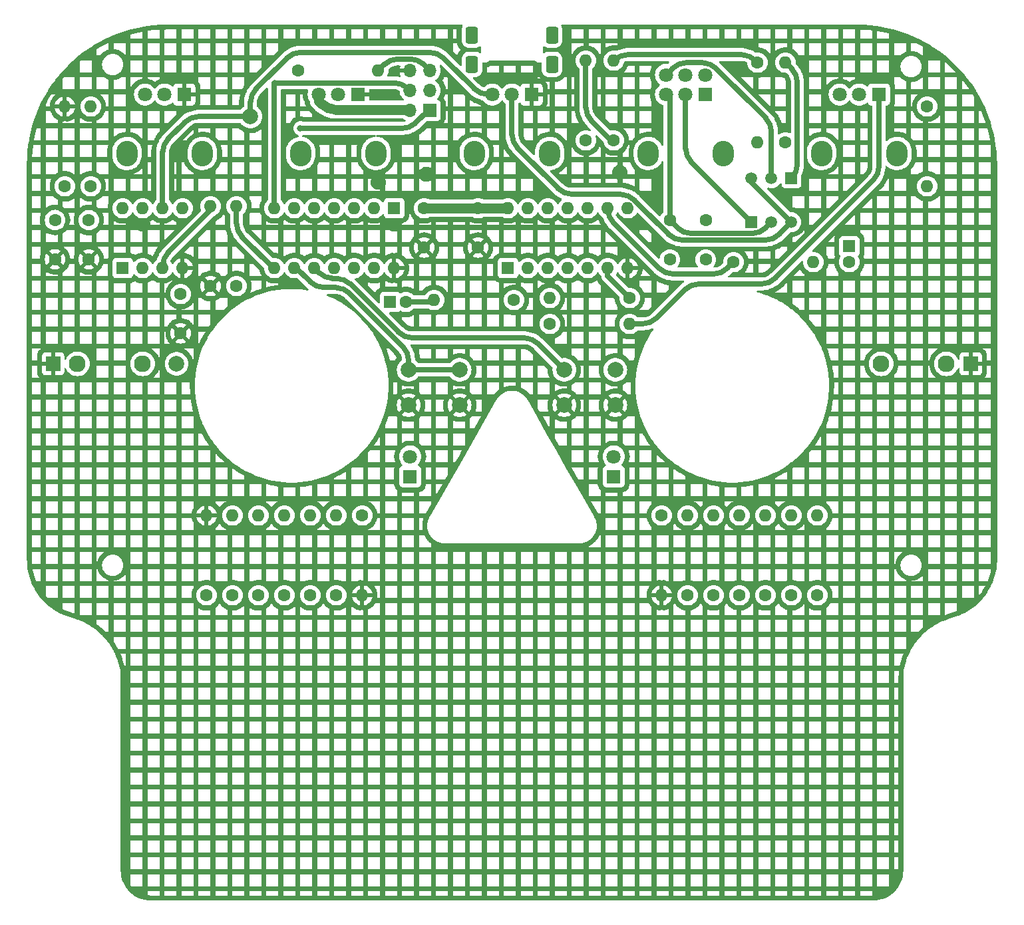
<source format=gbl>
%TF.GenerationSoftware,KiCad,Pcbnew,7.0.2-0*%
%TF.CreationDate,2023-08-26T13:21:51+01:00*%
%TF.ProjectId,Yorick,596f7269-636b-42e6-9b69-6361645f7063,rev02*%
%TF.SameCoordinates,Original*%
%TF.FileFunction,Copper,L2,Bot*%
%TF.FilePolarity,Positive*%
%FSLAX46Y46*%
G04 Gerber Fmt 4.6, Leading zero omitted, Abs format (unit mm)*
G04 Created by KiCad (PCBNEW 7.0.2-0) date 2023-08-26 13:21:51*
%MOMM*%
%LPD*%
G01*
G04 APERTURE LIST*
G04 Aperture macros list*
%AMRoundRect*
0 Rectangle with rounded corners*
0 $1 Rounding radius*
0 $2 $3 $4 $5 $6 $7 $8 $9 X,Y pos of 4 corners*
0 Add a 4 corners polygon primitive as box body*
4,1,4,$2,$3,$4,$5,$6,$7,$8,$9,$2,$3,0*
0 Add four circle primitives for the rounded corners*
1,1,$1+$1,$2,$3*
1,1,$1+$1,$4,$5*
1,1,$1+$1,$6,$7*
1,1,$1+$1,$8,$9*
0 Add four rect primitives between the rounded corners*
20,1,$1+$1,$2,$3,$4,$5,0*
20,1,$1+$1,$4,$5,$6,$7,0*
20,1,$1+$1,$6,$7,$8,$9,0*
20,1,$1+$1,$8,$9,$2,$3,0*%
G04 Aperture macros list end*
%TA.AperFunction,ComponentPad*%
%ADD10C,2.000000*%
%TD*%
%TA.AperFunction,ComponentPad*%
%ADD11R,1.830000X1.930000*%
%TD*%
%TA.AperFunction,ComponentPad*%
%ADD12C,2.130000*%
%TD*%
%TA.AperFunction,ComponentPad*%
%ADD13R,1.500000X1.500000*%
%TD*%
%TA.AperFunction,ComponentPad*%
%ADD14C,1.500000*%
%TD*%
%TA.AperFunction,ComponentPad*%
%ADD15C,1.600000*%
%TD*%
%TA.AperFunction,ComponentPad*%
%ADD16O,1.600000X1.600000*%
%TD*%
%TA.AperFunction,ComponentPad*%
%ADD17R,1.800000X1.800000*%
%TD*%
%TA.AperFunction,ComponentPad*%
%ADD18C,1.800000*%
%TD*%
%TA.AperFunction,ComponentPad*%
%ADD19R,1.600000X1.600000*%
%TD*%
%TA.AperFunction,ComponentPad*%
%ADD20O,2.720000X3.240000*%
%TD*%
%TA.AperFunction,ComponentPad*%
%ADD21RoundRect,0.400000X0.400000X0.700000X-0.400000X0.700000X-0.400000X-0.700000X0.400000X-0.700000X0*%
%TD*%
%TA.AperFunction,ComponentPad*%
%ADD22R,1.700000X1.700000*%
%TD*%
%TA.AperFunction,ComponentPad*%
%ADD23O,1.700000X1.700000*%
%TD*%
%TA.AperFunction,ViaPad*%
%ADD24C,0.800000*%
%TD*%
%TA.AperFunction,Conductor*%
%ADD25C,0.635000*%
%TD*%
%TA.AperFunction,Conductor*%
%ADD26C,1.270000*%
%TD*%
G04 APERTURE END LIST*
D10*
%TO.P,SW1,1,1*%
%TO.N,/MCU_DIN2*%
X88442800Y-79756000D03*
X94942800Y-79756000D03*
%TO.P,SW1,2,2*%
%TO.N,GND*%
X88442800Y-84256000D03*
X94942800Y-84256000D03*
%TD*%
D11*
%TO.P,J5,1,S*%
%TO.N,GND*%
X43210000Y-78994000D03*
D12*
%TO.P,J5,2,T*%
%TO.N,Net-(J5-T)*%
X54610000Y-78994000D03*
%TO.P,J5,3,TN*%
%TO.N,unconnected-(J5-TN-Pad3)*%
X46310000Y-78994000D03*
%TD*%
D13*
%TO.P,Q1,1,D*%
%TO.N,Net-(Q1-D)*%
X132080000Y-60960000D03*
D14*
%TO.P,Q1,2,S*%
%TO.N,Net-(Q1-S)*%
X134620000Y-60960000D03*
%TO.P,Q1,3,G*%
%TO.N,Net-(Q1-G)*%
X137160000Y-60960000D03*
%TD*%
D15*
%TO.P,R37,1*%
%TO.N,VCC*%
X129794000Y-66040000D03*
D16*
%TO.P,R37,2*%
%TO.N,Net-(J1-Pin_12)*%
X139954000Y-66040000D03*
%TD*%
D15*
%TO.P,R25,1*%
%TO.N,Net-(C1-Pad2)*%
X136398000Y-50800000D03*
D16*
%TO.P,R25,2*%
%TO.N,Net-(Q2-D)*%
X136398000Y-40640000D03*
%TD*%
D15*
%TO.P,R16,1*%
%TO.N,Net-(R14-Pad2)*%
X154432000Y-46228000D03*
D16*
%TO.P,R16,2*%
%TO.N,Net-(Q1-D)*%
X154432000Y-56388000D03*
%TD*%
D15*
%TO.P,C3,1*%
%TO.N,VCC*%
X97282000Y-59182000D03*
%TO.P,C3,2*%
%TO.N,GND*%
X97282000Y-64182000D03*
%TD*%
%TO.P,R22,1*%
%TO.N,GND*%
X63246000Y-69088000D03*
D16*
%TO.P,R22,2*%
%TO.N,Net-(J5-T)*%
X63246000Y-58928000D03*
%TD*%
D15*
%TO.P,R11,1*%
%TO.N,Net-(J1-Pin_2)*%
X66040000Y-108458000D03*
D16*
%TO.P,R11,2*%
%TO.N,Net-(J1-Pin_1)*%
X66040000Y-98298000D03*
%TD*%
D17*
%TO.P,D1,1,K*%
%TO.N,Net-(D1-K)*%
X88646000Y-93345000D03*
D18*
%TO.P,D1,2,A*%
%TO.N,/MCU_DOUT2*%
X88646000Y-90805000D03*
%TD*%
D15*
%TO.P,R14,1*%
%TO.N,Net-(R13-Pad2)*%
X132842000Y-40640000D03*
D16*
%TO.P,R14,2*%
%TO.N,Net-(R14-Pad2)*%
X132842000Y-50800000D03*
%TD*%
D19*
%TO.P,C5,1*%
%TO.N,Net-(C2-Pad2)*%
X144526000Y-64040000D03*
D15*
%TO.P,C5,2*%
%TO.N,Net-(J3-T)*%
X144526000Y-66040000D03*
%TD*%
%TO.P,R3,1*%
%TO.N,Net-(J1-Pin_10)*%
X133858000Y-108458000D03*
D16*
%TO.P,R3,2*%
%TO.N,Net-(J1-Pin_9)*%
X133858000Y-98298000D03*
%TD*%
D15*
%TO.P,R19,1*%
%TO.N,VCC*%
X74422000Y-41656000D03*
D16*
%TO.P,R19,2*%
%TO.N,/MCU_RESET*%
X84582000Y-41656000D03*
%TD*%
D15*
%TO.P,R10,1*%
%TO.N,Net-(J1-Pin_3)*%
X69342000Y-108458000D03*
D16*
%TO.P,R10,2*%
%TO.N,Net-(J1-Pin_2)*%
X69342000Y-98298000D03*
%TD*%
D15*
%TO.P,R18,1*%
%TO.N,Net-(U2B-+)*%
X48006000Y-56388000D03*
D16*
%TO.P,R18,2*%
%TO.N,/MCU_MOSI*%
X48006000Y-46228000D03*
%TD*%
D19*
%TO.P,C4,1*%
%TO.N,Net-(C4-Pad1)*%
X86106000Y-71120000D03*
D15*
%TO.P,C4,2*%
%TO.N,Net-(C4-Pad2)*%
X88106000Y-71120000D03*
%TD*%
%TO.P,R2,1*%
%TO.N,Net-(J1-Pin_11)*%
X137160000Y-108458000D03*
D16*
%TO.P,R2,2*%
%TO.N,Net-(J1-Pin_10)*%
X137160000Y-98298000D03*
%TD*%
D15*
%TO.P,R12,1*%
%TO.N,Net-(J1-Pin_1)*%
X62738000Y-108458000D03*
D16*
%TO.P,R12,2*%
%TO.N,GND*%
X62738000Y-98298000D03*
%TD*%
D15*
%TO.P,R21,1*%
%TO.N,Net-(D2-K)*%
X120650000Y-98298000D03*
D16*
%TO.P,R21,2*%
%TO.N,GND*%
X120650000Y-108458000D03*
%TD*%
D15*
%TO.P,R13,1*%
%TO.N,Net-(R13-Pad1)*%
X114554000Y-50546000D03*
D16*
%TO.P,R13,2*%
%TO.N,Net-(R13-Pad2)*%
X114554000Y-40386000D03*
%TD*%
D10*
%TO.P,SW2,1,1*%
%TO.N,/MCU_DIN1*%
X108254800Y-79756000D03*
X114754800Y-79756000D03*
%TO.P,SW2,2,2*%
%TO.N,GND*%
X108254800Y-84256000D03*
X114754800Y-84256000D03*
%TD*%
D20*
%TO.P,RV1,*%
%TO.N,*%
X62204000Y-52204000D03*
X52604000Y-52204000D03*
D17*
%TO.P,RV1,1,1*%
%TO.N,GND*%
X59904000Y-44704000D03*
D18*
%TO.P,RV1,2,2*%
%TO.N,/MCU_ADC_2*%
X57404000Y-44704000D03*
%TO.P,RV1,3,3*%
%TO.N,VCC*%
X54904000Y-44704000D03*
%TD*%
D15*
%TO.P,R6,1*%
%TO.N,Net-(J1-Pin_7)*%
X123952000Y-108458000D03*
D16*
%TO.P,R6,2*%
%TO.N,Net-(J1-Pin_6)*%
X123952000Y-98298000D03*
%TD*%
D15*
%TO.P,C7,1*%
%TO.N,VCC*%
X90424000Y-59182000D03*
%TO.P,C7,2*%
%TO.N,GND*%
X90424000Y-64182000D03*
%TD*%
D11*
%TO.P,J3,1,S*%
%TO.N,GND*%
X159990000Y-78994000D03*
D12*
%TO.P,J3,2,T*%
%TO.N,Net-(J3-T)*%
X148590000Y-78994000D03*
%TO.P,J3,3,TN*%
%TO.N,unconnected-(J3-TN-Pad3)*%
X156890000Y-78994000D03*
%TD*%
D19*
%TO.P,U2,1*%
%TO.N,/MCU_ADC_1*%
X52070000Y-66802000D03*
D16*
%TO.P,U2,2,-*%
X54610000Y-66802000D03*
%TO.P,U2,3,+*%
%TO.N,Net-(J5-T)*%
X57150000Y-66802000D03*
%TO.P,U2,4,V-*%
%TO.N,GND*%
X59690000Y-66802000D03*
%TO.P,U2,5,+*%
%TO.N,Net-(U2B-+)*%
X59690000Y-59182000D03*
%TO.P,U2,6,-*%
%TO.N,Net-(U2B--)*%
X57150000Y-59182000D03*
%TO.P,U2,7*%
X54610000Y-59182000D03*
%TO.P,U2,8,V+*%
%TO.N,VCC*%
X52070000Y-59182000D03*
%TD*%
D19*
%TO.P,U3,1,VCC*%
%TO.N,VCC*%
X86614000Y-59182000D03*
D16*
%TO.P,U3,2,XTAL1/PB0*%
%TO.N,unconnected-(U3-XTAL1{slash}PB0-Pad2)*%
X84074000Y-59182000D03*
%TO.P,U3,3,XTAL2/PB1*%
%TO.N,unconnected-(U3-XTAL2{slash}PB1-Pad3)*%
X81534000Y-59182000D03*
%TO.P,U3,4,~{RESET}/PB3*%
%TO.N,/MCU_RESET*%
X78994000Y-59182000D03*
%TO.P,U3,5,PB2*%
%TO.N,/MCU_DOUT1*%
X76454000Y-59182000D03*
%TO.P,U3,6,PA7*%
%TO.N,/MCU_DOUT2*%
X73914000Y-59182000D03*
%TO.P,U3,7,PA6*%
%TO.N,/MCU_MOSI*%
X71374000Y-59182000D03*
%TO.P,U3,8,PA5*%
%TO.N,/MCU_MISO*%
X71374000Y-66802000D03*
%TO.P,U3,9,PA4*%
%TO.N,/MCU_DIN2*%
X73914000Y-66802000D03*
%TO.P,U3,10,PA3*%
%TO.N,/MCU_DIN1*%
X76454000Y-66802000D03*
%TO.P,U3,11,PA2*%
%TO.N,/MCU_ADC_1*%
X78994000Y-66802000D03*
%TO.P,U3,12,PA1*%
%TO.N,/MCU_ADC_2*%
X81534000Y-66802000D03*
%TO.P,U3,13,AREF/PA0*%
%TO.N,/MCU_ADC_3*%
X84074000Y-66802000D03*
%TO.P,U3,14,GND*%
%TO.N,GND*%
X86614000Y-66802000D03*
%TD*%
D13*
%TO.P,Q2,1,D*%
%TO.N,Net-(Q2-D)*%
X137160000Y-55372000D03*
D14*
%TO.P,Q2,2,S*%
%TO.N,Net-(Q2-S)*%
X134620000Y-55372000D03*
%TO.P,Q2,3,G*%
%TO.N,Net-(Q1-G)*%
X132080000Y-55372000D03*
%TD*%
D10*
%TO.P,TP1,1,1*%
%TO.N,Net-(C4-Pad1)*%
X58928000Y-78994000D03*
%TD*%
D20*
%TO.P,RV2,*%
%TO.N,*%
X84302000Y-52204000D03*
X74702000Y-52204000D03*
D17*
%TO.P,RV2,1,1*%
%TO.N,GND*%
X82002000Y-44704000D03*
D18*
%TO.P,RV2,2,2*%
%TO.N,/MCU_ADC_3*%
X79502000Y-44704000D03*
%TO.P,RV2,3,3*%
%TO.N,VCC*%
X77002000Y-44704000D03*
%TD*%
D20*
%TO.P,RV4,*%
%TO.N,*%
X128448000Y-52204000D03*
X118948000Y-52204000D03*
D17*
%TO.P,RV4,1,1*%
%TO.N,Net-(Q1-D)*%
X126198000Y-44704000D03*
D18*
%TO.P,RV4,2,2*%
X123698000Y-44704000D03*
%TO.P,RV4,3,3*%
%TO.N,Net-(Q1-S)*%
X121198000Y-44704000D03*
%TO.P,RV4,4,4*%
%TO.N,Net-(Q2-D)*%
X126198000Y-42204000D03*
%TO.P,RV4,5,5*%
X123698000Y-42204000D03*
%TO.P,RV4,6,6*%
%TO.N,Net-(Q2-S)*%
X121198000Y-42204000D03*
%TD*%
D15*
%TO.P,R4,1*%
%TO.N,Net-(J1-Pin_9)*%
X130556000Y-108458000D03*
D16*
%TO.P,R4,2*%
%TO.N,Net-(J1-Pin_8)*%
X130556000Y-98298000D03*
%TD*%
D21*
%TO.P,J4,*%
%TO.N,*%
X106700000Y-40860200D03*
X106700000Y-37160200D03*
X96500000Y-40860200D03*
X96500000Y-37160200D03*
%TD*%
D15*
%TO.P,R7,1*%
%TO.N,Net-(J1-Pin_6)*%
X79248000Y-108458000D03*
D16*
%TO.P,R7,2*%
%TO.N,Net-(J1-Pin_5)*%
X79248000Y-98298000D03*
%TD*%
D15*
%TO.P,R5,1*%
%TO.N,Net-(J1-Pin_8)*%
X127254000Y-108458000D03*
D16*
%TO.P,R5,2*%
%TO.N,Net-(J1-Pin_7)*%
X127254000Y-98298000D03*
%TD*%
D20*
%TO.P,RV5,*%
%TO.N,*%
X150596000Y-52204000D03*
X140996000Y-52204000D03*
D17*
%TO.P,RV5,1,1*%
%TO.N,Net-(R27-Pad2)*%
X148296000Y-44704000D03*
D18*
%TO.P,RV5,2,2*%
%TO.N,Net-(R26-Pad1)*%
X145796000Y-44704000D03*
%TO.P,RV5,3,3*%
X143296000Y-44704000D03*
%TD*%
D15*
%TO.P,R29,1*%
%TO.N,Net-(U2B-+)*%
X44704000Y-56388000D03*
D16*
%TO.P,R29,2*%
%TO.N,GND*%
X44704000Y-46228000D03*
%TD*%
D15*
%TO.P,R1,1*%
%TO.N,Net-(J1-Pin_12)*%
X140462000Y-108458000D03*
D16*
%TO.P,R1,2*%
%TO.N,Net-(J1-Pin_11)*%
X140462000Y-98298000D03*
%TD*%
D15*
%TO.P,R28,1*%
%TO.N,Net-(C4-Pad1)*%
X66548000Y-69088000D03*
D16*
%TO.P,R28,2*%
%TO.N,/MCU_MISO*%
X66548000Y-58928000D03*
%TD*%
D15*
%TO.P,C9,1*%
%TO.N,GND*%
X59436000Y-75104000D03*
%TO.P,C9,2*%
%TO.N,Net-(C4-Pad1)*%
X59436000Y-70104000D03*
%TD*%
%TO.P,R8,1*%
%TO.N,Net-(J1-Pin_5)*%
X75946000Y-108458000D03*
D16*
%TO.P,R8,2*%
%TO.N,Net-(J1-Pin_4)*%
X75946000Y-98298000D03*
%TD*%
D17*
%TO.P,D2,1,K*%
%TO.N,Net-(D2-K)*%
X114554000Y-93345000D03*
D18*
%TO.P,D2,2,A*%
%TO.N,/MCU_DOUT1*%
X114554000Y-90805000D03*
%TD*%
D15*
%TO.P,C2,1*%
%TO.N,Net-(Q2-S)*%
X126244400Y-60721708D03*
%TO.P,C2,2*%
%TO.N,Net-(C2-Pad2)*%
X126244400Y-65721708D03*
%TD*%
%TO.P,R17,1*%
%TO.N,Net-(C2-Pad2)*%
X116586000Y-70612000D03*
D16*
%TO.P,R17,2*%
%TO.N,Net-(R13-Pad2)*%
X106426000Y-70612000D03*
%TD*%
D10*
%TO.P,TP2,1,1*%
%TO.N,Net-(U2B--)*%
X68326000Y-47498000D03*
%TD*%
D19*
%TO.P,U1,1*%
%TO.N,Net-(R13-Pad2)*%
X101092000Y-66802000D03*
D16*
%TO.P,U1,2*%
%TO.N,Net-(R14-Pad2)*%
X103632000Y-66802000D03*
%TO.P,U1,3*%
%TO.N,Net-(Q1-S)*%
X106172000Y-66802000D03*
%TO.P,U1,4*%
%TO.N,Net-(C1-Pad2)*%
X108712000Y-66802000D03*
%TO.P,U1,5*%
%TO.N,Net-(Q2-S)*%
X111252000Y-66802000D03*
%TO.P,U1,6*%
%TO.N,Net-(C2-Pad2)*%
X113792000Y-66802000D03*
%TO.P,U1,7,VSS*%
%TO.N,GND*%
X116332000Y-66802000D03*
%TO.P,U1,8*%
%TO.N,unconnected-(U1-Pad8)*%
X116332000Y-59182000D03*
%TO.P,U1,9*%
%TO.N,VCC*%
X113792000Y-59182000D03*
%TO.P,U1,10*%
%TO.N,unconnected-(U1-Pad10)*%
X111252000Y-59182000D03*
%TO.P,U1,11*%
%TO.N,VCC*%
X108712000Y-59182000D03*
%TO.P,U1,12*%
%TO.N,Net-(R13-Pad1)*%
X106172000Y-59182000D03*
%TO.P,U1,13*%
%TO.N,Net-(R26-Pad1)*%
X103632000Y-59182000D03*
%TO.P,U1,14,VDD*%
%TO.N,VCC*%
X101092000Y-59182000D03*
%TD*%
D15*
%TO.P,R20,1*%
%TO.N,Net-(D1-K)*%
X82550000Y-98298000D03*
D16*
%TO.P,R20,2*%
%TO.N,GND*%
X82550000Y-108458000D03*
%TD*%
D15*
%TO.P,R9,1*%
%TO.N,Net-(J1-Pin_4)*%
X72644000Y-108458000D03*
D16*
%TO.P,R9,2*%
%TO.N,Net-(J1-Pin_3)*%
X72644000Y-98298000D03*
%TD*%
D20*
%TO.P,RV3,*%
%TO.N,*%
X106400000Y-52204000D03*
X96800000Y-52204000D03*
D17*
%TO.P,RV3,1,1*%
%TO.N,GND*%
X104100000Y-44704000D03*
D18*
%TO.P,RV3,2,2*%
%TO.N,Net-(Q1-G)*%
X101600000Y-44704000D03*
%TO.P,RV3,3,3*%
%TO.N,Net-(U2B--)*%
X99100000Y-44704000D03*
%TD*%
D15*
%TO.P,C6,1*%
%TO.N,VCC*%
X47752000Y-60695708D03*
%TO.P,C6,2*%
%TO.N,GND*%
X47752000Y-65695708D03*
%TD*%
D22*
%TO.P,J2,1,MISO*%
%TO.N,/MCU_MISO*%
X91186000Y-46736000D03*
D23*
%TO.P,J2,2,VCC*%
%TO.N,VCC*%
X88646000Y-46736000D03*
%TO.P,J2,3,SCK*%
%TO.N,/MCU_DIN2*%
X91186000Y-44196000D03*
%TO.P,J2,4,MOSI*%
%TO.N,/MCU_MOSI*%
X88646000Y-44196000D03*
%TO.P,J2,5,~{RST}*%
%TO.N,/MCU_RESET*%
X91186000Y-41656000D03*
%TO.P,J2,6,GND*%
%TO.N,GND*%
X88646000Y-41656000D03*
%TD*%
D15*
%TO.P,R27,1*%
%TO.N,Net-(C1-Pad2)*%
X106426000Y-73914000D03*
D16*
%TO.P,R27,2*%
%TO.N,Net-(R27-Pad2)*%
X116586000Y-73914000D03*
%TD*%
D15*
%TO.P,R26,1*%
%TO.N,Net-(R26-Pad1)*%
X110998000Y-50546000D03*
D16*
%TO.P,R26,2*%
%TO.N,Net-(R13-Pad1)*%
X110998000Y-40386000D03*
%TD*%
D15*
%TO.P,C8,1*%
%TO.N,GND*%
X43454400Y-65691708D03*
%TO.P,C8,2*%
%TO.N,Net-(U2B-+)*%
X43454400Y-60691708D03*
%TD*%
%TO.P,C1,1*%
%TO.N,Net-(Q1-S)*%
X121694400Y-60721708D03*
%TO.P,C1,2*%
%TO.N,Net-(C1-Pad2)*%
X121694400Y-65721708D03*
%TD*%
%TO.P,R24,1*%
%TO.N,Net-(R13-Pad2)*%
X101854000Y-70866000D03*
D16*
%TO.P,R24,2*%
%TO.N,Net-(C4-Pad2)*%
X91694000Y-70866000D03*
%TD*%
D24*
%TO.N,GND*%
X86614000Y-61214000D03*
X90678000Y-54864000D03*
X84582000Y-55880000D03*
X115316000Y-54610000D03*
X54610000Y-61214000D03*
%TO.N,/MCU_MOSI*%
X71390365Y-43228517D03*
%TO.N,/MCU_MISO*%
X74676000Y-49022000D03*
%TD*%
D25*
%TO.N,Net-(Q1-D)*%
X124441949Y-53321949D02*
X132080000Y-60960000D01*
X123698000Y-44704000D02*
X123698000Y-51525898D01*
X123698002Y-51525898D02*
G75*
G03*
X124441949Y-53321949I2539998J-2D01*
G01*
%TO.N,Net-(Q2-S)*%
X127565536Y-41383949D02*
X133876051Y-47694464D01*
X123814102Y-40640000D02*
X125769485Y-40640000D01*
X134620000Y-49490515D02*
X134620000Y-55372000D01*
X121198000Y-42204000D02*
X122018051Y-41383949D01*
X127565544Y-41383941D02*
G75*
G03*
X125769485Y-40640000I-1796044J-1796059D01*
G01*
X134619989Y-49490515D02*
G75*
G03*
X133876051Y-47694464I-2539989J15D01*
G01*
X123814102Y-40640002D02*
G75*
G03*
X122018051Y-41383949I-2J-2539998D01*
G01*
%TO.N,Net-(Q2-D)*%
X137160000Y-55372000D02*
X137178051Y-55353949D01*
X137922000Y-53557898D02*
X137922000Y-43216102D01*
X137178051Y-41420051D02*
X136398000Y-40640000D01*
X137921998Y-43216102D02*
G75*
G03*
X137178051Y-41420051I-2539998J2D01*
G01*
X137178052Y-55353950D02*
G75*
G03*
X137922000Y-53557898I-1796052J1796050D01*
G01*
%TO.N,Net-(C2-Pad2)*%
X113792000Y-67818000D02*
X116586000Y-70612000D01*
X113792000Y-66802000D02*
X113792000Y-67818000D01*
D26*
%TO.N,VCC*%
X77002000Y-45506000D02*
X77383759Y-45887759D01*
D25*
X129013949Y-66820051D02*
X129794000Y-66040000D01*
D26*
X97282000Y-59182000D02*
X101092000Y-59182000D01*
X97282000Y-59182000D02*
X90424000Y-59182000D01*
D25*
X122094732Y-67564000D02*
X127217898Y-67564000D01*
D26*
X77002000Y-44704000D02*
X77002000Y-45506000D01*
D25*
X114535949Y-61057319D02*
X120298681Y-66820051D01*
D26*
X88541708Y-46631708D02*
X88646000Y-46736000D01*
X79179810Y-46631708D02*
X88541708Y-46631708D01*
D25*
X113792000Y-59182000D02*
X113792000Y-59261268D01*
X127217898Y-67563998D02*
G75*
G03*
X129013949Y-66820051I2J2539998D01*
G01*
X120298665Y-66820067D02*
G75*
G03*
X122094732Y-67564000I1796035J1796067D01*
G01*
X113792023Y-59261268D02*
G75*
G03*
X114535949Y-61057319I2539977J-32D01*
G01*
D26*
X77383731Y-45887787D02*
G75*
G03*
X79179810Y-46631708I1796069J1796187D01*
G01*
D25*
%TO.N,Net-(C4-Pad2)*%
X88106000Y-71120000D02*
X91440000Y-71120000D01*
%TO.N,/MCU_RESET*%
X88621598Y-40181008D02*
X87109094Y-40181008D01*
X91146336Y-41656000D02*
X90315673Y-40825337D01*
X91186000Y-41656000D02*
X91146336Y-41656000D01*
X85313043Y-40924957D02*
X84582000Y-41656000D01*
X87109094Y-40181002D02*
G75*
G03*
X85313043Y-40924957I6J-2539998D01*
G01*
X90315676Y-40825334D02*
G75*
G03*
X88621598Y-40181008I-1697376J-1913566D01*
G01*
%TO.N,Net-(Q1-G)*%
X132080000Y-55372000D02*
X132080000Y-55880000D01*
X117165701Y-58147949D02*
X117652700Y-58634948D01*
X132080000Y-55880000D02*
X137160000Y-60960000D01*
X109256102Y-57404000D02*
X115369650Y-57404000D01*
X117652700Y-58639473D02*
X121515278Y-62502051D01*
X101600000Y-44704000D02*
X101600000Y-49747898D01*
X117652700Y-58634948D02*
X117652700Y-58639473D01*
X123311329Y-63246000D02*
X133821898Y-63246000D01*
X135617949Y-62502051D02*
X137160000Y-60960000D01*
X102343949Y-51543949D02*
X107460051Y-56660051D01*
X107460050Y-56660052D02*
G75*
G03*
X109256102Y-57404000I1796050J1796052D01*
G01*
X121515263Y-62502066D02*
G75*
G03*
X123311329Y-63246000I1796037J1796066D01*
G01*
X133821898Y-63245998D02*
G75*
G03*
X135617949Y-62502051I2J2539998D01*
G01*
X117165726Y-58147924D02*
G75*
G03*
X115369650Y-57404000I-1796026J-1796076D01*
G01*
X101600002Y-49747898D02*
G75*
G03*
X102343949Y-51543949I2539998J-2D01*
G01*
%TO.N,Net-(Q1-S)*%
X121694400Y-60721708D02*
X121694400Y-45200400D01*
X121694400Y-60721708D02*
X122636543Y-61663851D01*
X133916149Y-61663851D02*
X134620000Y-60960000D01*
X121694400Y-45200400D02*
X121198000Y-44704000D01*
X124432594Y-62407800D02*
X132120098Y-62407800D01*
X122636546Y-61663848D02*
G75*
G03*
X124432594Y-62407800I1796054J1796048D01*
G01*
X132120098Y-62407798D02*
G75*
G03*
X133916149Y-61663851I2J2539998D01*
G01*
%TO.N,Net-(R13-Pad2)*%
X116368102Y-39624000D02*
X130773898Y-39624000D01*
X132569949Y-40367949D02*
X132842000Y-40640000D01*
X114554000Y-40386000D02*
X114572051Y-40367949D01*
X132569950Y-40367948D02*
G75*
G03*
X130773898Y-39624000I-1796050J-1796052D01*
G01*
X116368102Y-39624002D02*
G75*
G03*
X114572051Y-40367949I-2J-2539998D01*
G01*
%TO.N,/MCU_MOSI*%
X71374000Y-59182000D02*
X71374000Y-43244882D01*
X71374000Y-43244882D02*
X71390365Y-43228517D01*
X71390365Y-43228517D02*
X86589107Y-43228517D01*
X88606324Y-44196000D02*
X88646000Y-44196000D01*
X88283176Y-43872852D02*
X88606324Y-44196000D01*
X88283179Y-43872848D02*
G75*
G03*
X86589107Y-43228517I-1697379J-1913552D01*
G01*
%TO.N,/MCU_MISO*%
X87602006Y-49022000D02*
X74676000Y-49022000D01*
X66548000Y-58928000D02*
X66548000Y-61073206D01*
X91186000Y-46736000D02*
X90937635Y-46736000D01*
X90937635Y-46736000D02*
X89296026Y-48377609D01*
X67291949Y-62869257D02*
X71224692Y-66802000D01*
X66547997Y-61073206D02*
G75*
G03*
X67291950Y-62869256I2540003J6D01*
G01*
X87602006Y-49022000D02*
G75*
G03*
X89296026Y-48377609I-3206J2557300D01*
G01*
%TO.N,Net-(U2B--)*%
X68326000Y-47498000D02*
X68326000Y-45756102D01*
X69069949Y-43960051D02*
X72943243Y-40086757D01*
X57893949Y-50310051D02*
X59962051Y-48241949D01*
X98588102Y-44704000D02*
X99100000Y-44704000D01*
X74739294Y-39342808D02*
X91122706Y-39342808D01*
X61758102Y-47498000D02*
X68326000Y-47498000D01*
X92918757Y-40086757D02*
X96792051Y-43960051D01*
X57150000Y-59182000D02*
X57150000Y-52106102D01*
X61758102Y-47498002D02*
G75*
G03*
X59962051Y-48241949I-2J-2539998D01*
G01*
X74739294Y-39342802D02*
G75*
G03*
X72943243Y-40086757I6J-2539998D01*
G01*
X92918753Y-40086761D02*
G75*
G03*
X91122706Y-39342808I-1796053J-1796039D01*
G01*
X57893948Y-50310050D02*
G75*
G03*
X57150000Y-52106102I1796052J-1796050D01*
G01*
X69069948Y-43960050D02*
G75*
G03*
X68326000Y-45756102I1796052J-1796050D01*
G01*
X96792050Y-43960052D02*
G75*
G03*
X98588102Y-44704000I1796050J1796052D01*
G01*
%TO.N,Net-(R13-Pad1)*%
X110998000Y-40386000D02*
X110998000Y-46294298D01*
X111741949Y-48090349D02*
X114197600Y-50546000D01*
X110998002Y-46294298D02*
G75*
G03*
X111741949Y-48090349I2539998J-2D01*
G01*
%TO.N,/MCU_DIN2*%
X88442800Y-78572902D02*
X88442800Y-79756000D01*
X77693248Y-69275146D02*
X79145044Y-69275146D01*
X88442800Y-79756000D02*
X94942800Y-79756000D01*
X74168000Y-66802000D02*
X75897197Y-68531197D01*
X80941095Y-70019095D02*
X87698851Y-76776851D01*
X80941064Y-70019126D02*
G75*
G03*
X79145044Y-69275146I-1796064J-1795974D01*
G01*
X88442798Y-78572902D02*
G75*
G03*
X87698851Y-76776851I-2539998J2D01*
G01*
X75897163Y-68531231D02*
G75*
G03*
X77693248Y-69275146I1796037J1796131D01*
G01*
%TO.N,/MCU_DIN1*%
X78826802Y-68122700D02*
X79262598Y-68122700D01*
X104934749Y-76435949D02*
X108254800Y-79756000D01*
X88936102Y-75692000D02*
X103138698Y-75692000D01*
X76454000Y-66802000D02*
X77030751Y-67378751D01*
X81058649Y-68866649D02*
X87140051Y-74948051D01*
X81058650Y-68866648D02*
G75*
G03*
X79262598Y-68122700I-1796050J-1796052D01*
G01*
X104934750Y-76435948D02*
G75*
G03*
X103138698Y-75692000I-1796050J-1796052D01*
G01*
X87140050Y-74948052D02*
G75*
G03*
X88936102Y-75692000I1796050J1796052D01*
G01*
X77030750Y-67378752D02*
G75*
G03*
X78826802Y-68122700I1796050J1796052D01*
G01*
%TO.N,Net-(R27-Pad2)*%
X116586000Y-73914000D02*
X118180874Y-73914000D01*
X148296000Y-44704000D02*
X148296000Y-53851898D01*
X119976925Y-73170051D02*
X123569027Y-69577949D01*
X125365078Y-68834000D02*
X133313898Y-68834000D01*
X135109949Y-68090051D02*
X147552051Y-55647949D01*
X147552052Y-55647950D02*
G75*
G03*
X148296000Y-53851898I-1796052J1796050D01*
G01*
X118180874Y-73913981D02*
G75*
G03*
X119976925Y-73170051I26J2539981D01*
G01*
X125365078Y-68833985D02*
G75*
G03*
X123569027Y-69577949I22J-2540015D01*
G01*
X133313898Y-68833998D02*
G75*
G03*
X135109949Y-68090051I2J2539998D01*
G01*
%TO.N,Net-(J5-T)*%
X63246000Y-59436000D02*
X63246000Y-58928000D01*
X57893949Y-64788051D02*
X63246000Y-59436000D01*
X57150000Y-66802000D02*
X57150000Y-66584102D01*
X57893948Y-64788050D02*
G75*
G03*
X57150000Y-66584102I1796052J-1796050D01*
G01*
%TD*%
%TA.AperFunction,Conductor*%
%TO.N,GND*%
G36*
X95285623Y-35829105D02*
G01*
X95331378Y-35881909D01*
X95341322Y-35951067D01*
X95329069Y-35989715D01*
X95254679Y-36135713D01*
X95205688Y-36318553D01*
X95199691Y-36394744D01*
X95199690Y-36394760D01*
X95199500Y-36397179D01*
X95199500Y-36399623D01*
X95199500Y-36399624D01*
X95199500Y-37920798D01*
X95199500Y-37920823D01*
X95199501Y-37923220D01*
X95199689Y-37925613D01*
X95199690Y-37925630D01*
X95205688Y-38001845D01*
X95254680Y-38184688D01*
X95340617Y-38353349D01*
X95459743Y-38500457D01*
X95606851Y-38619583D01*
X95775512Y-38705520D01*
X95958355Y-38754512D01*
X96036979Y-38760700D01*
X96963020Y-38760699D01*
X97041645Y-38754512D01*
X97224488Y-38705520D01*
X97393149Y-38619583D01*
X97445828Y-38576924D01*
X97510314Y-38550032D01*
X97579103Y-38562274D01*
X97630353Y-38609762D01*
X97647863Y-38673064D01*
X97649095Y-39347881D01*
X97629533Y-39414956D01*
X97576812Y-39460807D01*
X97507672Y-39470877D01*
X97447060Y-39444473D01*
X97393149Y-39400817D01*
X97224488Y-39314880D01*
X97224487Y-39314879D01*
X97224486Y-39314879D01*
X97041646Y-39265888D01*
X96965455Y-39259891D01*
X96965440Y-39259890D01*
X96963021Y-39259700D01*
X96960575Y-39259700D01*
X96039401Y-39259700D01*
X96039375Y-39259700D01*
X96036980Y-39259701D01*
X96034587Y-39259889D01*
X96034569Y-39259890D01*
X95958354Y-39265888D01*
X95775513Y-39314879D01*
X95606850Y-39400817D01*
X95459743Y-39519943D01*
X95340617Y-39667050D01*
X95254679Y-39835713D01*
X95205688Y-40018553D01*
X95199691Y-40094744D01*
X95199690Y-40094760D01*
X95199500Y-40097179D01*
X95199500Y-40099624D01*
X95199500Y-40911312D01*
X95179815Y-40978351D01*
X95127011Y-41024106D01*
X95057853Y-41034050D01*
X94994297Y-41005025D01*
X94987819Y-40998993D01*
X93532326Y-39543500D01*
X93497173Y-39508346D01*
X93479733Y-39490906D01*
X93479730Y-39490904D01*
X93464765Y-39475939D01*
X93464687Y-39475861D01*
X93464658Y-39475837D01*
X93464621Y-39475803D01*
X93382668Y-39393849D01*
X93382667Y-39393848D01*
X93380519Y-39391700D01*
X93378165Y-39389768D01*
X93127823Y-39184316D01*
X93127821Y-39184314D01*
X93125476Y-39182390D01*
X92851145Y-38999086D01*
X92848451Y-38997646D01*
X92848446Y-38997643D01*
X92562853Y-38844990D01*
X92562850Y-38844988D01*
X92560168Y-38843555D01*
X92557367Y-38842395D01*
X92557357Y-38842390D01*
X92258148Y-38718453D01*
X92258144Y-38718451D01*
X92255347Y-38717293D01*
X92252460Y-38716417D01*
X92252451Y-38716414D01*
X91942528Y-38622399D01*
X91942519Y-38622396D01*
X91939619Y-38621517D01*
X91929896Y-38619583D01*
X91619004Y-38557741D01*
X91616023Y-38557148D01*
X91613005Y-38556850D01*
X91613000Y-38556850D01*
X91290709Y-38525106D01*
X91290694Y-38525105D01*
X91287676Y-38524808D01*
X91284626Y-38524808D01*
X74790660Y-38524808D01*
X74790640Y-38524802D01*
X74739292Y-38524802D01*
X74574324Y-38524802D01*
X74571306Y-38525099D01*
X74571290Y-38525100D01*
X74248998Y-38556844D01*
X74248990Y-38556845D01*
X74245976Y-38557142D01*
X74242997Y-38557734D01*
X74242994Y-38557735D01*
X73925370Y-38620916D01*
X73925365Y-38620917D01*
X73922380Y-38621511D01*
X73919484Y-38622389D01*
X73919470Y-38622393D01*
X73609546Y-38716408D01*
X73609531Y-38716413D01*
X73606651Y-38717287D01*
X73603860Y-38718442D01*
X73603849Y-38718447D01*
X73304638Y-38842385D01*
X73304630Y-38842388D01*
X73301829Y-38843549D01*
X73299156Y-38844977D01*
X73299147Y-38844982D01*
X73013534Y-38997647D01*
X73013527Y-38997650D01*
X73010852Y-38999081D01*
X73008338Y-39000760D01*
X73008321Y-39000771D01*
X72739045Y-39180698D01*
X72739038Y-39180703D01*
X72736521Y-39182385D01*
X72734185Y-39184301D01*
X72734173Y-39184311D01*
X72483838Y-39389757D01*
X72481477Y-39391695D01*
X72479325Y-39393846D01*
X72479314Y-39393857D01*
X72382266Y-39490906D01*
X72364827Y-39508346D01*
X72329674Y-39543500D01*
X69487746Y-42385427D01*
X68552331Y-43320842D01*
X68527855Y-43345318D01*
X68527850Y-43345320D01*
X68377036Y-43496134D01*
X68377026Y-43496144D01*
X68374884Y-43498287D01*
X68372959Y-43500632D01*
X68372955Y-43500637D01*
X68167501Y-43750983D01*
X68167492Y-43750995D01*
X68165575Y-43753331D01*
X68163893Y-43755847D01*
X68163888Y-43755855D01*
X67983970Y-44025121D01*
X67983965Y-44025128D01*
X67982272Y-44027663D01*
X67980837Y-44030347D01*
X67980829Y-44030361D01*
X67828177Y-44315954D01*
X67828171Y-44315965D01*
X67826742Y-44318640D01*
X67825581Y-44321440D01*
X67825578Y-44321449D01*
X67701648Y-44620642D01*
X67701641Y-44620661D01*
X67700481Y-44623462D01*
X67699602Y-44626358D01*
X67699595Y-44626379D01*
X67605885Y-44935305D01*
X67604706Y-44939191D01*
X67604112Y-44942176D01*
X67604110Y-44942185D01*
X67543270Y-45248053D01*
X67540339Y-45262787D01*
X67540041Y-45265810D01*
X67540041Y-45265812D01*
X67508298Y-45588100D01*
X67508297Y-45588118D01*
X67508000Y-45591135D01*
X67508000Y-45594184D01*
X67508000Y-46172618D01*
X67488315Y-46239657D01*
X67460163Y-46270471D01*
X67306256Y-46390261D01*
X67180341Y-46527042D01*
X67137836Y-46573215D01*
X67111736Y-46613165D01*
X67104774Y-46623821D01*
X67051628Y-46669178D01*
X67000965Y-46680000D01*
X61712164Y-46680000D01*
X61712152Y-46680001D01*
X61712128Y-46680002D01*
X61593135Y-46680002D01*
X61590118Y-46680299D01*
X61590100Y-46680300D01*
X61267813Y-46712043D01*
X61267811Y-46712043D01*
X61264788Y-46712341D01*
X61261803Y-46712934D01*
X61261801Y-46712935D01*
X60944185Y-46776112D01*
X60944176Y-46776114D01*
X60941191Y-46776708D01*
X60938280Y-46777590D01*
X60938276Y-46777592D01*
X60628379Y-46871597D01*
X60628358Y-46871604D01*
X60625462Y-46872483D01*
X60622661Y-46873643D01*
X60622642Y-46873650D01*
X60323451Y-46997580D01*
X60320641Y-46998744D01*
X60317966Y-47000173D01*
X60317955Y-47000179D01*
X60032362Y-47152831D01*
X60032348Y-47152839D01*
X60029664Y-47154274D01*
X60027129Y-47155967D01*
X60027122Y-47155972D01*
X59757859Y-47335888D01*
X59757852Y-47335893D01*
X59755332Y-47337577D01*
X59752992Y-47339496D01*
X59752983Y-47339504D01*
X59502639Y-47544955D01*
X59502632Y-47544961D01*
X59500288Y-47546885D01*
X59498149Y-47549023D01*
X59498128Y-47549043D01*
X59442224Y-47604948D01*
X59383638Y-47663535D01*
X59322844Y-47724329D01*
X59322842Y-47724331D01*
X58322877Y-48724296D01*
X57351855Y-49695318D01*
X57351850Y-49695320D01*
X57201036Y-49846134D01*
X57201026Y-49846144D01*
X57198884Y-49848287D01*
X57196959Y-49850632D01*
X57196955Y-49850637D01*
X56991501Y-50100983D01*
X56991492Y-50100995D01*
X56989575Y-50103331D01*
X56987893Y-50105847D01*
X56987888Y-50105855D01*
X56807970Y-50375121D01*
X56807965Y-50375128D01*
X56806272Y-50377663D01*
X56804837Y-50380347D01*
X56804829Y-50380361D01*
X56652177Y-50665954D01*
X56652171Y-50665965D01*
X56650742Y-50668640D01*
X56649581Y-50671440D01*
X56649578Y-50671449D01*
X56525648Y-50970642D01*
X56525641Y-50970661D01*
X56524481Y-50973462D01*
X56523602Y-50976358D01*
X56523595Y-50976379D01*
X56441657Y-51246496D01*
X56428706Y-51289191D01*
X56428112Y-51292176D01*
X56428110Y-51292185D01*
X56372481Y-51571853D01*
X56364339Y-51612787D01*
X56364041Y-51615810D01*
X56364041Y-51615812D01*
X56332298Y-51938100D01*
X56332297Y-51938118D01*
X56332000Y-51941135D01*
X56332000Y-51944184D01*
X56332000Y-52060164D01*
X56331999Y-58109451D01*
X56312314Y-58176490D01*
X56295681Y-58197132D01*
X56149950Y-58342863D01*
X56019431Y-58529266D01*
X55992380Y-58587276D01*
X55946207Y-58639714D01*
X55879013Y-58658865D01*
X55812132Y-58638648D01*
X55767617Y-58587273D01*
X55740568Y-58529266D01*
X55610046Y-58342859D01*
X55449140Y-58181953D01*
X55262735Y-58051432D01*
X55056497Y-57955261D01*
X54836689Y-57896364D01*
X54609999Y-57876531D01*
X54383310Y-57896364D01*
X54163502Y-57955261D01*
X53957264Y-58051432D01*
X53770859Y-58181953D01*
X53609953Y-58342859D01*
X53479433Y-58529263D01*
X53452382Y-58587275D01*
X53406209Y-58639714D01*
X53339015Y-58658865D01*
X53272134Y-58638649D01*
X53227618Y-58587275D01*
X53224454Y-58580489D01*
X53200568Y-58529266D01*
X53200140Y-58528655D01*
X53070046Y-58342859D01*
X52909140Y-58181953D01*
X52722735Y-58051432D01*
X52516497Y-57955261D01*
X52296689Y-57896364D01*
X52070000Y-57876531D01*
X51843310Y-57896364D01*
X51623502Y-57955261D01*
X51417264Y-58051432D01*
X51230859Y-58181953D01*
X51069953Y-58342859D01*
X50939432Y-58529264D01*
X50843261Y-58735502D01*
X50784364Y-58955310D01*
X50764531Y-59182000D01*
X50784364Y-59408689D01*
X50843261Y-59628497D01*
X50939432Y-59834735D01*
X51069953Y-60021140D01*
X51230859Y-60182046D01*
X51417264Y-60312567D01*
X51417265Y-60312567D01*
X51417266Y-60312568D01*
X51623504Y-60408739D01*
X51843308Y-60467635D01*
X52070000Y-60487468D01*
X52296692Y-60467635D01*
X52516496Y-60408739D01*
X52722734Y-60312568D01*
X52909139Y-60182047D01*
X53070047Y-60021139D01*
X53200568Y-59834734D01*
X53227618Y-59776724D01*
X53273790Y-59724285D01*
X53340983Y-59705133D01*
X53407865Y-59725348D01*
X53452382Y-59776725D01*
X53479431Y-59834733D01*
X53609953Y-60021140D01*
X53770859Y-60182046D01*
X53957264Y-60312567D01*
X53957265Y-60312567D01*
X53957266Y-60312568D01*
X54163504Y-60408739D01*
X54383308Y-60467635D01*
X54610000Y-60487468D01*
X54836692Y-60467635D01*
X55056496Y-60408739D01*
X55262734Y-60312568D01*
X55449139Y-60182047D01*
X55610047Y-60021139D01*
X55740568Y-59834734D01*
X55767618Y-59776724D01*
X55813790Y-59724285D01*
X55880983Y-59705133D01*
X55947865Y-59725348D01*
X55992382Y-59776725D01*
X56019431Y-59834733D01*
X56149953Y-60021140D01*
X56310859Y-60182046D01*
X56497264Y-60312567D01*
X56497265Y-60312567D01*
X56497266Y-60312568D01*
X56703504Y-60408739D01*
X56923308Y-60467635D01*
X57052193Y-60478911D01*
X57149999Y-60487468D01*
X57149999Y-60487467D01*
X57150000Y-60487468D01*
X57376692Y-60467635D01*
X57596496Y-60408739D01*
X57802734Y-60312568D01*
X57989139Y-60182047D01*
X58150047Y-60021139D01*
X58280568Y-59834734D01*
X58307618Y-59776724D01*
X58353790Y-59724285D01*
X58420983Y-59705133D01*
X58487865Y-59725348D01*
X58532382Y-59776725D01*
X58559431Y-59834733D01*
X58689953Y-60021140D01*
X58850859Y-60182046D01*
X59037264Y-60312567D01*
X59037265Y-60312567D01*
X59037266Y-60312568D01*
X59243504Y-60408739D01*
X59463308Y-60467635D01*
X59592193Y-60478911D01*
X59689999Y-60487468D01*
X59689999Y-60487467D01*
X59690000Y-60487468D01*
X59916692Y-60467635D01*
X60136496Y-60408739D01*
X60342734Y-60312568D01*
X60529139Y-60182047D01*
X60690047Y-60021139D01*
X60820568Y-59834734D01*
X60916739Y-59628496D01*
X60975635Y-59408692D01*
X60995468Y-59182000D01*
X60975635Y-58955308D01*
X60916739Y-58735504D01*
X60820568Y-58529266D01*
X60820141Y-58528655D01*
X60690046Y-58342859D01*
X60529140Y-58181953D01*
X60342735Y-58051432D01*
X60136497Y-57955261D01*
X59916689Y-57896364D01*
X59689999Y-57876531D01*
X59463310Y-57896364D01*
X59243502Y-57955261D01*
X59037264Y-58051432D01*
X58850859Y-58181953D01*
X58689953Y-58342859D01*
X58559433Y-58529263D01*
X58532382Y-58587275D01*
X58486209Y-58639714D01*
X58419015Y-58658865D01*
X58352134Y-58638649D01*
X58307618Y-58587275D01*
X58304454Y-58580489D01*
X58280568Y-58529266D01*
X58280140Y-58528655D01*
X58150046Y-58342859D01*
X58004318Y-58197131D01*
X57970833Y-58135808D01*
X57967999Y-58109450D01*
X57967999Y-55488420D01*
X58600999Y-55488420D01*
X58600999Y-57014420D01*
X58919420Y-57014420D01*
X58919420Y-55488420D01*
X59552420Y-55488420D01*
X59552420Y-57014420D01*
X61078420Y-57014420D01*
X61078420Y-55488420D01*
X61711420Y-55488420D01*
X61711420Y-57014420D01*
X62933891Y-57014420D01*
X63235192Y-56988059D01*
X63237420Y-56988059D01*
X63237420Y-55488420D01*
X63870420Y-55488420D01*
X63870420Y-57014420D01*
X65396420Y-57014420D01*
X65396420Y-55488420D01*
X66029420Y-55488420D01*
X66029420Y-57014420D01*
X66235891Y-57014420D01*
X66537192Y-56988059D01*
X66558808Y-56988059D01*
X66860109Y-57014420D01*
X67555420Y-57014420D01*
X67555420Y-55488420D01*
X68188420Y-55488420D01*
X68188420Y-57014420D01*
X69714420Y-57014420D01*
X69714420Y-55488420D01*
X68188420Y-55488420D01*
X67555420Y-55488420D01*
X66029420Y-55488420D01*
X65396420Y-55488420D01*
X63870420Y-55488420D01*
X63237420Y-55488420D01*
X61711420Y-55488420D01*
X61078420Y-55488420D01*
X59552420Y-55488420D01*
X58919420Y-55488420D01*
X58600999Y-55488420D01*
X57967999Y-55488420D01*
X57967999Y-55154023D01*
X57967999Y-53329420D01*
X58600999Y-53329420D01*
X58600999Y-54855420D01*
X58919420Y-54855420D01*
X58919420Y-53329420D01*
X59552420Y-53329420D01*
X59552420Y-54855420D01*
X61078420Y-54855420D01*
X63870420Y-54855420D01*
X65396420Y-54855420D01*
X65396420Y-53329420D01*
X66029420Y-53329420D01*
X66029420Y-54855420D01*
X67555420Y-54855420D01*
X67555420Y-53329420D01*
X68188420Y-53329420D01*
X68188420Y-54855420D01*
X69714420Y-54855420D01*
X69714420Y-53329420D01*
X68188420Y-53329420D01*
X67555420Y-53329420D01*
X66029420Y-53329420D01*
X65396420Y-53329420D01*
X64547539Y-53329420D01*
X64541815Y-53348447D01*
X64535347Y-53365356D01*
X64388123Y-53679411D01*
X64379264Y-53695197D01*
X64187883Y-53984470D01*
X64176818Y-53998799D01*
X63945358Y-54257122D01*
X63932326Y-54269686D01*
X63870420Y-54321204D01*
X63870420Y-54855420D01*
X61078420Y-54855420D01*
X61078419Y-54689057D01*
X60909632Y-54602277D01*
X60894181Y-54592847D01*
X60612090Y-54391030D01*
X60598175Y-54379450D01*
X60348477Y-54138710D01*
X60336396Y-54125228D01*
X60124410Y-53850697D01*
X60114422Y-53835599D01*
X59944667Y-53533128D01*
X59936983Y-53516736D01*
X59865341Y-53329420D01*
X59552420Y-53329420D01*
X58919420Y-53329420D01*
X58600999Y-53329420D01*
X57967999Y-53329420D01*
X57967999Y-52532000D01*
X60343500Y-52532000D01*
X60343664Y-52534249D01*
X60343665Y-52534259D01*
X60358402Y-52735617D01*
X60417616Y-53001438D01*
X60466944Y-53130410D01*
X60514907Y-53255814D01*
X60648196Y-53493310D01*
X60673547Y-53526140D01*
X60814645Y-53708869D01*
X61010704Y-53897894D01*
X61232199Y-54056359D01*
X61394372Y-54139738D01*
X61474403Y-54180885D01*
X61732159Y-54268819D01*
X61732161Y-54268819D01*
X61732163Y-54268820D01*
X61999970Y-54318286D01*
X62272130Y-54328232D01*
X62272130Y-54328231D01*
X62272131Y-54328232D01*
X62542839Y-54298446D01*
X62806326Y-54229562D01*
X63056975Y-54123047D01*
X63289444Y-53981173D01*
X63498779Y-53806963D01*
X63680518Y-53604131D01*
X63830788Y-53376998D01*
X63946386Y-53130406D01*
X64024847Y-52869611D01*
X64064500Y-52600171D01*
X64064500Y-51876000D01*
X64050950Y-51690865D01*
X64049597Y-51672382D01*
X63990383Y-51406561D01*
X63990382Y-51406558D01*
X63900067Y-51170420D01*
X64577785Y-51170420D01*
X64594922Y-51215226D01*
X64600137Y-51232562D01*
X64675553Y-51571114D01*
X64678189Y-51589024D01*
X64695811Y-51829794D01*
X64696726Y-51846086D01*
X64697160Y-51857400D01*
X64697479Y-51873735D01*
X64697500Y-52637425D01*
X64696179Y-52655479D01*
X64690154Y-52696420D01*
X65396420Y-52696420D01*
X65396420Y-51170420D01*
X66029420Y-51170420D01*
X66029420Y-52696420D01*
X67555420Y-52696420D01*
X67555420Y-51170420D01*
X68188420Y-51170420D01*
X68188420Y-52696420D01*
X69714420Y-52696420D01*
X69714420Y-51170420D01*
X68188420Y-51170420D01*
X67555420Y-51170420D01*
X66029420Y-51170420D01*
X65396420Y-51170420D01*
X64577785Y-51170420D01*
X63900067Y-51170420D01*
X63893093Y-51152186D01*
X63759804Y-50914690D01*
X63619602Y-50733123D01*
X63593354Y-50699130D01*
X63397295Y-50510105D01*
X63175800Y-50351640D01*
X62933602Y-50227117D01*
X62933598Y-50227115D01*
X62933597Y-50227115D01*
X62790913Y-50178438D01*
X62675836Y-50139179D01*
X62408029Y-50089713D01*
X62135869Y-50079767D01*
X61865162Y-50109553D01*
X61601674Y-50178438D01*
X61351024Y-50284953D01*
X61118556Y-50426826D01*
X60942538Y-50573310D01*
X60909221Y-50601037D01*
X60896359Y-50615392D01*
X60727480Y-50803871D01*
X60577210Y-51031005D01*
X60461615Y-51277589D01*
X60386902Y-51525928D01*
X60383153Y-51538389D01*
X60343500Y-51807829D01*
X60343500Y-52532000D01*
X57967999Y-52532000D01*
X57967999Y-52110136D01*
X57968262Y-52102089D01*
X57982201Y-51889422D01*
X57984315Y-51873372D01*
X58025089Y-51668386D01*
X58029287Y-51652721D01*
X58056738Y-51571853D01*
X58096469Y-51454808D01*
X58102667Y-51439843D01*
X58195112Y-51252384D01*
X58203219Y-51238344D01*
X58238622Y-51185359D01*
X58319332Y-51064567D01*
X58329193Y-51051715D01*
X58469673Y-50891526D01*
X58475176Y-50885650D01*
X58533157Y-50827670D01*
X58533158Y-50827667D01*
X58823405Y-50537420D01*
X59718598Y-50537420D01*
X60144768Y-50537420D01*
X60220117Y-50423530D01*
X60231182Y-50409201D01*
X60462642Y-50150878D01*
X60475673Y-50138314D01*
X60742277Y-49916443D01*
X60757000Y-49905909D01*
X61053069Y-49725221D01*
X61069168Y-49716944D01*
X61078420Y-49713012D01*
X61078420Y-49190521D01*
X60973404Y-49282617D01*
X60872885Y-49383140D01*
X60872868Y-49383150D01*
X59718598Y-50537420D01*
X58823405Y-50537420D01*
X60349405Y-49011420D01*
X61711420Y-49011420D01*
X61711420Y-49495471D01*
X61741097Y-49487713D01*
X61758899Y-49484425D01*
X62103668Y-49446491D01*
X62121759Y-49445830D01*
X62468376Y-49458497D01*
X62486370Y-49460477D01*
X62827452Y-49523477D01*
X62844966Y-49528056D01*
X63173240Y-49640048D01*
X63189901Y-49647128D01*
X63237420Y-49671559D01*
X63237420Y-49011420D01*
X63870420Y-49011420D01*
X63870420Y-50086971D01*
X64059523Y-50269290D01*
X64071604Y-50282772D01*
X64268237Y-50537420D01*
X65396420Y-50537420D01*
X65396420Y-49011420D01*
X66029420Y-49011420D01*
X66029420Y-50537420D01*
X67555420Y-50537420D01*
X68188420Y-50537420D01*
X69714420Y-50537420D01*
X69714420Y-49120923D01*
X69505023Y-49283905D01*
X69487877Y-49295107D01*
X69194991Y-49453609D01*
X69176237Y-49461835D01*
X68861256Y-49569968D01*
X68841402Y-49574996D01*
X68512920Y-49629809D01*
X68492511Y-49631500D01*
X68188420Y-49631500D01*
X68188420Y-50537420D01*
X67555420Y-50537420D01*
X67555420Y-49489181D01*
X67475763Y-49461835D01*
X67457009Y-49453609D01*
X67164123Y-49295107D01*
X67146977Y-49283905D01*
X66884175Y-49079357D01*
X66869108Y-49065487D01*
X66819336Y-49011420D01*
X66029420Y-49011420D01*
X65396420Y-49011420D01*
X63870420Y-49011420D01*
X63237420Y-49011420D01*
X61711420Y-49011420D01*
X60349405Y-49011420D01*
X60479667Y-48881158D01*
X60479670Y-48881157D01*
X60537620Y-48823206D01*
X60543495Y-48817704D01*
X60703714Y-48677196D01*
X60716561Y-48667339D01*
X60890353Y-48551214D01*
X60904381Y-48543114D01*
X61091846Y-48450668D01*
X61106806Y-48444472D01*
X61301389Y-48378420D01*
X61304721Y-48377289D01*
X61320388Y-48373091D01*
X61326572Y-48371861D01*
X61525370Y-48332318D01*
X61541424Y-48330203D01*
X61754090Y-48316264D01*
X61762196Y-48316000D01*
X61844077Y-48316000D01*
X67000965Y-48316000D01*
X67068004Y-48335685D01*
X67104772Y-48372177D01*
X67137836Y-48422785D01*
X67306256Y-48605738D01*
X67336802Y-48629513D01*
X67502485Y-48758470D01*
X67502487Y-48758471D01*
X67502491Y-48758474D01*
X67721190Y-48876828D01*
X67956386Y-48957571D01*
X68201665Y-48998500D01*
X68450335Y-48998500D01*
X68695614Y-48957571D01*
X68930810Y-48876828D01*
X69149509Y-48758474D01*
X69345744Y-48605738D01*
X69514164Y-48422785D01*
X69650173Y-48214607D01*
X69750063Y-47986881D01*
X69811108Y-47745821D01*
X69831643Y-47498000D01*
X69811108Y-47250179D01*
X69750063Y-47009119D01*
X69650173Y-46781393D01*
X69514164Y-46573215D01*
X69345744Y-46390262D01*
X69282112Y-46340735D01*
X69191837Y-46270471D01*
X69151024Y-46213761D01*
X69144000Y-46172618D01*
X69144000Y-45760166D01*
X69144265Y-45752056D01*
X69145687Y-45730356D01*
X69158201Y-45539422D01*
X69160315Y-45523372D01*
X69201089Y-45318386D01*
X69205287Y-45302721D01*
X69239904Y-45200743D01*
X69272469Y-45104808D01*
X69278667Y-45089843D01*
X69371112Y-44902384D01*
X69379219Y-44888344D01*
X69451913Y-44779549D01*
X69495332Y-44714567D01*
X69505193Y-44701715D01*
X69645673Y-44541526D01*
X69651176Y-44535650D01*
X69709157Y-44477670D01*
X69709158Y-44477667D01*
X70344320Y-43842505D01*
X70405642Y-43809021D01*
X70475334Y-43814005D01*
X70531267Y-43855877D01*
X70555684Y-43921341D01*
X70556000Y-43930187D01*
X70556000Y-58109450D01*
X70536315Y-58176489D01*
X70519682Y-58197131D01*
X70373950Y-58342863D01*
X70243432Y-58529264D01*
X70147261Y-58735502D01*
X70088364Y-58955310D01*
X70068531Y-59182000D01*
X70088364Y-59408689D01*
X70147261Y-59628497D01*
X70243432Y-59834735D01*
X70373953Y-60021140D01*
X70534859Y-60182046D01*
X70721264Y-60312567D01*
X70721265Y-60312567D01*
X70721266Y-60312568D01*
X70927504Y-60408739D01*
X71147308Y-60467635D01*
X71276193Y-60478911D01*
X71373999Y-60487468D01*
X71373999Y-60487467D01*
X71374000Y-60487468D01*
X71600692Y-60467635D01*
X71820496Y-60408739D01*
X72026734Y-60312568D01*
X72213139Y-60182047D01*
X72374047Y-60021139D01*
X72504568Y-59834734D01*
X72531618Y-59776724D01*
X72577790Y-59724285D01*
X72644983Y-59705133D01*
X72711865Y-59725348D01*
X72756382Y-59776725D01*
X72783431Y-59834733D01*
X72913953Y-60021140D01*
X73074859Y-60182046D01*
X73261264Y-60312567D01*
X73261265Y-60312567D01*
X73261266Y-60312568D01*
X73467504Y-60408739D01*
X73687308Y-60467635D01*
X73816193Y-60478911D01*
X73913999Y-60487468D01*
X73913999Y-60487467D01*
X73914000Y-60487468D01*
X74140692Y-60467635D01*
X74360496Y-60408739D01*
X74566734Y-60312568D01*
X74753139Y-60182047D01*
X74914047Y-60021139D01*
X75044568Y-59834734D01*
X75071618Y-59776724D01*
X75117790Y-59724285D01*
X75184983Y-59705133D01*
X75251865Y-59725348D01*
X75296382Y-59776725D01*
X75323431Y-59834733D01*
X75453953Y-60021140D01*
X75614859Y-60182046D01*
X75801264Y-60312567D01*
X75801265Y-60312567D01*
X75801266Y-60312568D01*
X76007504Y-60408739D01*
X76227308Y-60467635D01*
X76454000Y-60487468D01*
X76680692Y-60467635D01*
X76900496Y-60408739D01*
X77106734Y-60312568D01*
X77293139Y-60182047D01*
X77454047Y-60021139D01*
X77584568Y-59834734D01*
X77611618Y-59776724D01*
X77657790Y-59724285D01*
X77724983Y-59705133D01*
X77791865Y-59725348D01*
X77836382Y-59776725D01*
X77863431Y-59834733D01*
X77993953Y-60021140D01*
X78154859Y-60182046D01*
X78341264Y-60312567D01*
X78341265Y-60312567D01*
X78341266Y-60312568D01*
X78547504Y-60408739D01*
X78767308Y-60467635D01*
X78994000Y-60487468D01*
X79220692Y-60467635D01*
X79440496Y-60408739D01*
X79646734Y-60312568D01*
X79833139Y-60182047D01*
X79994047Y-60021139D01*
X80124568Y-59834734D01*
X80151618Y-59776724D01*
X80197790Y-59724285D01*
X80264983Y-59705133D01*
X80331865Y-59725348D01*
X80376382Y-59776725D01*
X80403431Y-59834733D01*
X80533953Y-60021140D01*
X80694859Y-60182046D01*
X80881264Y-60312567D01*
X80881265Y-60312567D01*
X80881266Y-60312568D01*
X81087504Y-60408739D01*
X81307308Y-60467635D01*
X81436193Y-60478911D01*
X81533999Y-60487468D01*
X81533999Y-60487467D01*
X81534000Y-60487468D01*
X81760692Y-60467635D01*
X81980496Y-60408739D01*
X82186734Y-60312568D01*
X82373139Y-60182047D01*
X82534047Y-60021139D01*
X82664568Y-59834734D01*
X82691618Y-59776724D01*
X82737790Y-59724285D01*
X82804983Y-59705133D01*
X82871865Y-59725348D01*
X82916382Y-59776725D01*
X82943431Y-59834733D01*
X83073953Y-60021140D01*
X83234859Y-60182046D01*
X83421264Y-60312567D01*
X83421265Y-60312567D01*
X83421266Y-60312568D01*
X83627504Y-60408739D01*
X83847308Y-60467635D01*
X83976193Y-60478911D01*
X84073999Y-60487468D01*
X84073999Y-60487467D01*
X84074000Y-60487468D01*
X84300692Y-60467635D01*
X84520496Y-60408739D01*
X84726734Y-60312568D01*
X84913139Y-60182047D01*
X85074047Y-60021139D01*
X85091273Y-59996537D01*
X85145847Y-59952913D01*
X85215345Y-59945718D01*
X85277701Y-59977239D01*
X85313116Y-60037468D01*
X85316138Y-60054405D01*
X85319909Y-60089484D01*
X85324770Y-60102517D01*
X85370204Y-60224331D01*
X85456454Y-60339546D01*
X85571669Y-60425796D01*
X85706517Y-60476091D01*
X85766127Y-60482500D01*
X87461872Y-60482499D01*
X87521483Y-60476091D01*
X87656331Y-60425796D01*
X87771546Y-60339546D01*
X87857796Y-60224331D01*
X87908091Y-60089483D01*
X87914500Y-60029873D01*
X87914499Y-58334128D01*
X87908091Y-58274517D01*
X87857796Y-58139669D01*
X87771546Y-58024454D01*
X87656331Y-57938204D01*
X87521483Y-57887909D01*
X87461873Y-57881500D01*
X87458550Y-57881500D01*
X85769439Y-57881500D01*
X85769420Y-57881500D01*
X85766128Y-57881501D01*
X85762848Y-57881853D01*
X85762840Y-57881854D01*
X85706515Y-57887909D01*
X85571669Y-57938204D01*
X85456454Y-58024454D01*
X85370204Y-58139668D01*
X85319910Y-58274515D01*
X85319909Y-58274517D01*
X85316553Y-58305738D01*
X85316138Y-58309594D01*
X85289400Y-58374145D01*
X85232007Y-58413993D01*
X85162182Y-58416487D01*
X85102093Y-58380835D01*
X85091272Y-58367461D01*
X85074045Y-58342858D01*
X84913140Y-58181953D01*
X84726735Y-58051432D01*
X84520497Y-57955261D01*
X84300689Y-57896364D01*
X84073999Y-57876531D01*
X83847310Y-57896364D01*
X83627502Y-57955261D01*
X83421264Y-58051432D01*
X83234859Y-58181953D01*
X83073953Y-58342859D01*
X82943431Y-58529266D01*
X82916380Y-58587276D01*
X82870207Y-58639714D01*
X82803013Y-58658865D01*
X82736132Y-58638648D01*
X82691617Y-58587273D01*
X82664568Y-58529266D01*
X82534046Y-58342859D01*
X82373140Y-58181953D01*
X82186735Y-58051432D01*
X81980497Y-57955261D01*
X81760689Y-57896364D01*
X81534000Y-57876531D01*
X81307310Y-57896364D01*
X81087502Y-57955261D01*
X80881264Y-58051432D01*
X80694859Y-58181953D01*
X80533953Y-58342859D01*
X80403433Y-58529263D01*
X80376382Y-58587275D01*
X80330209Y-58639714D01*
X80263015Y-58658865D01*
X80196134Y-58638649D01*
X80151618Y-58587275D01*
X80148454Y-58580489D01*
X80124568Y-58529266D01*
X80124140Y-58528655D01*
X79994046Y-58342859D01*
X79833140Y-58181953D01*
X79646735Y-58051432D01*
X79440497Y-57955261D01*
X79220689Y-57896364D01*
X78993999Y-57876531D01*
X78767310Y-57896364D01*
X78547502Y-57955261D01*
X78341264Y-58051432D01*
X78154859Y-58181953D01*
X77993953Y-58342859D01*
X77863433Y-58529263D01*
X77836382Y-58587275D01*
X77790209Y-58639714D01*
X77723015Y-58658865D01*
X77656134Y-58638649D01*
X77611618Y-58587275D01*
X77608454Y-58580489D01*
X77584568Y-58529266D01*
X77584140Y-58528655D01*
X77454046Y-58342859D01*
X77293140Y-58181953D01*
X77106735Y-58051432D01*
X76900497Y-57955261D01*
X76680689Y-57896364D01*
X76454000Y-57876531D01*
X76227310Y-57896364D01*
X76007502Y-57955261D01*
X75801264Y-58051432D01*
X75614859Y-58181953D01*
X75453953Y-58342859D01*
X75323431Y-58529266D01*
X75296380Y-58587276D01*
X75250207Y-58639714D01*
X75183013Y-58658865D01*
X75116132Y-58638648D01*
X75071617Y-58587273D01*
X75044568Y-58529266D01*
X74914046Y-58342859D01*
X74753140Y-58181953D01*
X74566735Y-58051432D01*
X74360497Y-57955261D01*
X74140689Y-57896364D01*
X73913999Y-57876531D01*
X73687310Y-57896364D01*
X73467502Y-57955261D01*
X73261264Y-58051432D01*
X73074859Y-58181953D01*
X72913953Y-58342859D01*
X72783433Y-58529263D01*
X72756382Y-58587275D01*
X72710209Y-58639714D01*
X72643015Y-58658865D01*
X72576134Y-58638649D01*
X72531618Y-58587275D01*
X72528454Y-58580489D01*
X72504568Y-58529266D01*
X72504140Y-58528655D01*
X72374046Y-58342859D01*
X72228319Y-58197132D01*
X72194834Y-58135809D01*
X72192000Y-58109451D01*
X72192000Y-55488420D01*
X72825000Y-55488420D01*
X72825000Y-57014420D01*
X74032420Y-57014420D01*
X74032420Y-55488420D01*
X74665420Y-55488420D01*
X74665420Y-57014420D01*
X76191420Y-57014420D01*
X76191420Y-55488420D01*
X76824420Y-55488420D01*
X76824420Y-57014420D01*
X78350420Y-57014420D01*
X78350420Y-55488420D01*
X78983420Y-55488420D01*
X78983420Y-57014420D01*
X80509420Y-57014420D01*
X80509420Y-55488420D01*
X81142420Y-55488420D01*
X81142420Y-57014420D01*
X82668420Y-57014420D01*
X82668420Y-55488420D01*
X83301420Y-55488420D01*
X83301420Y-57014420D01*
X84827420Y-57014420D01*
X85460420Y-57014420D01*
X86986420Y-57014420D01*
X86986420Y-55488420D01*
X87619420Y-55488420D01*
X87619420Y-57014420D01*
X89145420Y-57014420D01*
X89145420Y-55488420D01*
X89778420Y-55488420D01*
X89778420Y-57014420D01*
X91304420Y-57014420D01*
X91304420Y-55594267D01*
X91170685Y-55691432D01*
X91148235Y-55704394D01*
X90987885Y-55775786D01*
X90963231Y-55783796D01*
X90791543Y-55820290D01*
X90765762Y-55823000D01*
X90590238Y-55823000D01*
X90564457Y-55820290D01*
X90392769Y-55783796D01*
X90368115Y-55775786D01*
X90207765Y-55704394D01*
X90185315Y-55691432D01*
X90043314Y-55588262D01*
X90024049Y-55570916D01*
X89949769Y-55488420D01*
X91937420Y-55488420D01*
X91937420Y-57014420D01*
X93463420Y-57014420D01*
X93463420Y-55488420D01*
X94096420Y-55488420D01*
X94096420Y-57014420D01*
X95622420Y-57014420D01*
X95622420Y-55488420D01*
X96255420Y-55488420D01*
X96255420Y-57014420D01*
X97781420Y-57014420D01*
X97781420Y-55488420D01*
X98414420Y-55488420D01*
X98414420Y-57014420D01*
X99940420Y-57014420D01*
X99940420Y-55488420D01*
X100573420Y-55488420D01*
X100573420Y-57014420D01*
X102099420Y-57014420D01*
X102099420Y-55488420D01*
X102732420Y-55488420D01*
X102732420Y-57014420D01*
X104258420Y-57014420D01*
X104258420Y-55510443D01*
X104236396Y-55488420D01*
X102732420Y-55488420D01*
X102099420Y-55488420D01*
X100573420Y-55488420D01*
X99940420Y-55488420D01*
X98414420Y-55488420D01*
X97781420Y-55488420D01*
X96255420Y-55488420D01*
X95622420Y-55488420D01*
X94096420Y-55488420D01*
X93463420Y-55488420D01*
X91937420Y-55488420D01*
X89949769Y-55488420D01*
X89778420Y-55488420D01*
X89145420Y-55488420D01*
X87619420Y-55488420D01*
X86986420Y-55488420D01*
X85461704Y-55488420D01*
X85466943Y-55500186D01*
X85521183Y-55667120D01*
X85526573Y-55692477D01*
X85544920Y-55867039D01*
X85544920Y-55892961D01*
X85526573Y-56067523D01*
X85521183Y-56092880D01*
X85466943Y-56259814D01*
X85460420Y-56274464D01*
X85460420Y-57014420D01*
X84827420Y-57014420D01*
X84827420Y-56808258D01*
X84695543Y-56836290D01*
X84669762Y-56839000D01*
X84494238Y-56839000D01*
X84468457Y-56836290D01*
X84296769Y-56799796D01*
X84272115Y-56791786D01*
X84111765Y-56720394D01*
X84089315Y-56707432D01*
X83947314Y-56604262D01*
X83928049Y-56586916D01*
X83810600Y-56456476D01*
X83795363Y-56435504D01*
X83707601Y-56283496D01*
X83697057Y-56259814D01*
X83642817Y-56092880D01*
X83637427Y-56067523D01*
X83619080Y-55892961D01*
X83619080Y-55867039D01*
X83637427Y-55692477D01*
X83642817Y-55667120D01*
X83697057Y-55500186D01*
X83702296Y-55488420D01*
X83301420Y-55488420D01*
X82668420Y-55488420D01*
X81142420Y-55488420D01*
X80509420Y-55488420D01*
X78983420Y-55488420D01*
X78350420Y-55488420D01*
X76824420Y-55488420D01*
X76191420Y-55488420D01*
X74665420Y-55488420D01*
X74032420Y-55488420D01*
X72825000Y-55488420D01*
X72192000Y-55488420D01*
X72192000Y-54855420D01*
X76824420Y-54855420D01*
X78350420Y-54855420D01*
X78350420Y-53329420D01*
X78983420Y-53329420D01*
X78983420Y-54855420D01*
X80509420Y-54855420D01*
X80509420Y-53329420D01*
X81142420Y-53329420D01*
X81142420Y-54855420D01*
X82668420Y-54855420D01*
X85460420Y-54855420D01*
X86986420Y-54855420D01*
X86986420Y-53329420D01*
X87619420Y-53329420D01*
X87619420Y-54855420D01*
X89145420Y-54855420D01*
X89145420Y-53329420D01*
X89778420Y-53329420D01*
X89778420Y-54529234D01*
X89793057Y-54484186D01*
X89803601Y-54460504D01*
X89891363Y-54308496D01*
X89906600Y-54287524D01*
X90024049Y-54157084D01*
X90043314Y-54139738D01*
X90185316Y-54036568D01*
X90207766Y-54023606D01*
X90368115Y-53952214D01*
X90392769Y-53944204D01*
X90564457Y-53907710D01*
X90590238Y-53905000D01*
X90765762Y-53905000D01*
X90791543Y-53907710D01*
X90963231Y-53944204D01*
X90987885Y-53952214D01*
X91148235Y-54023606D01*
X91170685Y-54036568D01*
X91304420Y-54133732D01*
X91304420Y-53329420D01*
X91937420Y-53329420D01*
X91937420Y-54855420D01*
X93463420Y-54855420D01*
X93463420Y-53329420D01*
X94096420Y-53329420D01*
X94096420Y-54855420D01*
X95622420Y-54855420D01*
X98414420Y-54855420D01*
X99940420Y-54855420D01*
X99940420Y-53329420D01*
X100573420Y-53329420D01*
X100573420Y-54855420D01*
X102099420Y-54855420D01*
X102099420Y-53351442D01*
X102077398Y-53329420D01*
X100573420Y-53329420D01*
X99940420Y-53329420D01*
X99143539Y-53329420D01*
X99137815Y-53348447D01*
X99131347Y-53365356D01*
X98984123Y-53679411D01*
X98975264Y-53695197D01*
X98783883Y-53984470D01*
X98772818Y-53998799D01*
X98541358Y-54257122D01*
X98528326Y-54269686D01*
X98414420Y-54364479D01*
X98414420Y-54855420D01*
X95622420Y-54855420D01*
X95622420Y-54662321D01*
X95505633Y-54602277D01*
X95490181Y-54592847D01*
X95208090Y-54391030D01*
X95194175Y-54379450D01*
X94944477Y-54138710D01*
X94932396Y-54125228D01*
X94720410Y-53850697D01*
X94710422Y-53835599D01*
X94540667Y-53533128D01*
X94532983Y-53516736D01*
X94461341Y-53329420D01*
X94096420Y-53329420D01*
X93463420Y-53329420D01*
X91937420Y-53329420D01*
X91304420Y-53329420D01*
X89778420Y-53329420D01*
X89145420Y-53329420D01*
X87619420Y-53329420D01*
X86986420Y-53329420D01*
X86645539Y-53329420D01*
X86639815Y-53348447D01*
X86633347Y-53365356D01*
X86486123Y-53679411D01*
X86477264Y-53695197D01*
X86285883Y-53984470D01*
X86274818Y-53998799D01*
X86043358Y-54257122D01*
X86030327Y-54269686D01*
X85763723Y-54491557D01*
X85749000Y-54502091D01*
X85460420Y-54678208D01*
X85460420Y-54855420D01*
X82668420Y-54855420D01*
X82668420Y-54352690D01*
X82446477Y-54138710D01*
X82434396Y-54125228D01*
X82222410Y-53850697D01*
X82212422Y-53835599D01*
X82042667Y-53533128D01*
X82034983Y-53516736D01*
X81963341Y-53329420D01*
X81142420Y-53329420D01*
X80509420Y-53329420D01*
X78983420Y-53329420D01*
X78350420Y-53329420D01*
X77045539Y-53329420D01*
X77039815Y-53348447D01*
X77033347Y-53365356D01*
X76886123Y-53679411D01*
X76877264Y-53695197D01*
X76824420Y-53775070D01*
X76824420Y-54855420D01*
X72192000Y-54855420D01*
X72192000Y-46852420D01*
X72825000Y-46852420D01*
X72825000Y-48378420D01*
X73276837Y-48378420D01*
X73422022Y-48126953D01*
X73437259Y-48105981D01*
X73635516Y-47885795D01*
X73654781Y-47868449D01*
X73894482Y-47694296D01*
X73916931Y-47681335D01*
X74032420Y-47629915D01*
X74032420Y-46852420D01*
X74665420Y-46852420D01*
X74665420Y-47488500D01*
X74824144Y-47488500D01*
X74849925Y-47491210D01*
X75139741Y-47552811D01*
X75164396Y-47560822D01*
X75187256Y-47571000D01*
X76191420Y-47571000D01*
X76191420Y-47196508D01*
X76044018Y-47049116D01*
X76043900Y-47048942D01*
X76032994Y-47038037D01*
X76032949Y-47037984D01*
X75847385Y-46852420D01*
X74665420Y-46852420D01*
X74032420Y-46852420D01*
X72825000Y-46852420D01*
X72192000Y-46852420D01*
X72192000Y-44693420D01*
X72825000Y-44693420D01*
X72825000Y-46219420D01*
X74032420Y-46219420D01*
X74032420Y-44693420D01*
X74665420Y-44693420D01*
X74665420Y-46219420D01*
X75380111Y-46219420D01*
X75358140Y-46176801D01*
X75349379Y-46154917D01*
X75334816Y-46105323D01*
X75314474Y-46057818D01*
X75307298Y-46035369D01*
X75287341Y-45943648D01*
X75260896Y-45853574D01*
X75256436Y-45830432D01*
X75251522Y-45778984D01*
X75240536Y-45728475D01*
X75240141Y-45725177D01*
X75213081Y-45683757D01*
X75203334Y-45665746D01*
X75076217Y-45375950D01*
X75069568Y-45356581D01*
X74991882Y-45049812D01*
X74988510Y-45029610D01*
X74962379Y-44714239D01*
X74962379Y-44693761D01*
X74962407Y-44693420D01*
X74665420Y-44693420D01*
X74032420Y-44693420D01*
X72825000Y-44693420D01*
X72192000Y-44693420D01*
X72192000Y-44170517D01*
X72211685Y-44103478D01*
X72264489Y-44057723D01*
X72316000Y-44046517D01*
X75571294Y-44046517D01*
X75638333Y-44066202D01*
X75684088Y-44119006D01*
X75694032Y-44188164D01*
X75684850Y-44220327D01*
X75672844Y-44247696D01*
X75672842Y-44247700D01*
X75672843Y-44247700D01*
X75616805Y-44468989D01*
X75615865Y-44472700D01*
X75596699Y-44704000D01*
X75615865Y-44935299D01*
X75615865Y-44935301D01*
X75615866Y-44935305D01*
X75664905Y-45128952D01*
X75672844Y-45160303D01*
X75766076Y-45372849D01*
X75846482Y-45495921D01*
X75866500Y-45557732D01*
X75866500Y-45560091D01*
X75866779Y-45563020D01*
X75866780Y-45563029D01*
X75867365Y-45569160D01*
X75867891Y-45577985D01*
X75869402Y-45641419D01*
X75876501Y-45674057D01*
X75878772Y-45688623D01*
X75881947Y-45721872D01*
X75899821Y-45782746D01*
X75902010Y-45791319D01*
X75915498Y-45853318D01*
X75928644Y-45884017D01*
X75933630Y-45897886D01*
X75934772Y-45901775D01*
X75943043Y-45929942D01*
X75972114Y-45986331D01*
X75975886Y-45994338D01*
X76000861Y-46052660D01*
X76019582Y-46080320D01*
X76027106Y-46093001D01*
X76033120Y-46104666D01*
X76042412Y-46122690D01*
X76081631Y-46172561D01*
X76086843Y-46179700D01*
X76122410Y-46232250D01*
X76146021Y-46255861D01*
X76155808Y-46266888D01*
X76176457Y-46293145D01*
X76224418Y-46334703D01*
X76230896Y-46340735D01*
X76503100Y-46612939D01*
X76503133Y-46612978D01*
X76544516Y-46654358D01*
X76544582Y-46654479D01*
X76580838Y-46690732D01*
X76580838Y-46690733D01*
X76694314Y-46804202D01*
X76696374Y-46805930D01*
X76696379Y-46805935D01*
X76938111Y-47008760D01*
X76938120Y-47008767D01*
X76940182Y-47010497D01*
X77203093Y-47194579D01*
X77481047Y-47355047D01*
X77771928Y-47490680D01*
X78073524Y-47600446D01*
X78076138Y-47601146D01*
X78076140Y-47601147D01*
X78330044Y-47669177D01*
X78383538Y-47683510D01*
X78517536Y-47707136D01*
X78696940Y-47738768D01*
X78696942Y-47738768D01*
X78699612Y-47739239D01*
X79019340Y-47767209D01*
X79179814Y-47767208D01*
X87725096Y-47767208D01*
X87792135Y-47786893D01*
X87796179Y-47789605D01*
X87968170Y-47910035D01*
X88003739Y-47926621D01*
X88056179Y-47972793D01*
X88075331Y-48039986D01*
X88055116Y-48106867D01*
X88001951Y-48152202D01*
X87973824Y-48160947D01*
X87817838Y-48189714D01*
X87802987Y-48191535D01*
X87619513Y-48202857D01*
X87604804Y-48203765D01*
X87597168Y-48204000D01*
X75079062Y-48204000D01*
X75028626Y-48193279D01*
X74955802Y-48160855D01*
X74770648Y-48121500D01*
X74770646Y-48121500D01*
X74581354Y-48121500D01*
X74581352Y-48121500D01*
X74396197Y-48160855D01*
X74223269Y-48237848D01*
X74070129Y-48349110D01*
X73943466Y-48489783D01*
X73848820Y-48653715D01*
X73790326Y-48833742D01*
X73770540Y-49021999D01*
X73790326Y-49210257D01*
X73848820Y-49390284D01*
X73943466Y-49554216D01*
X74070129Y-49694889D01*
X74223269Y-49806151D01*
X74381354Y-49876536D01*
X74434591Y-49921786D01*
X74454912Y-49988635D01*
X74435867Y-50055859D01*
X74383501Y-50102114D01*
X74362282Y-50109783D01*
X74099674Y-50178438D01*
X73849024Y-50284953D01*
X73616556Y-50426826D01*
X73440538Y-50573310D01*
X73407221Y-50601037D01*
X73394359Y-50615392D01*
X73225480Y-50803871D01*
X73075210Y-51031005D01*
X72959615Y-51277589D01*
X72884902Y-51525928D01*
X72881153Y-51538389D01*
X72841500Y-51807829D01*
X72841500Y-52532000D01*
X72841664Y-52534249D01*
X72841665Y-52534259D01*
X72856402Y-52735617D01*
X72915616Y-53001438D01*
X72964944Y-53130410D01*
X73012907Y-53255814D01*
X73146196Y-53493310D01*
X73171547Y-53526140D01*
X73312645Y-53708869D01*
X73508704Y-53897894D01*
X73730199Y-54056359D01*
X73892372Y-54139738D01*
X73972403Y-54180885D01*
X74230159Y-54268819D01*
X74230161Y-54268819D01*
X74230163Y-54268820D01*
X74497970Y-54318286D01*
X74770130Y-54328232D01*
X74770130Y-54328231D01*
X74770131Y-54328232D01*
X75040839Y-54298446D01*
X75304326Y-54229562D01*
X75554975Y-54123047D01*
X75787444Y-53981173D01*
X75996779Y-53806963D01*
X76178518Y-53604131D01*
X76328788Y-53376998D01*
X76444386Y-53130406D01*
X76522847Y-52869611D01*
X76562500Y-52600171D01*
X76562500Y-51876000D01*
X76548950Y-51690865D01*
X76547597Y-51672382D01*
X76488383Y-51406561D01*
X76488382Y-51406558D01*
X76398067Y-51170420D01*
X77075785Y-51170420D01*
X77092922Y-51215226D01*
X77098137Y-51232562D01*
X77173553Y-51571114D01*
X77176189Y-51589024D01*
X77193811Y-51829794D01*
X77194726Y-51846086D01*
X77195160Y-51857400D01*
X77195479Y-51873735D01*
X77195500Y-52637425D01*
X77194179Y-52655479D01*
X77188154Y-52696420D01*
X78350420Y-52696420D01*
X78350420Y-51170420D01*
X78983420Y-51170420D01*
X78983420Y-52696420D01*
X80509420Y-52696420D01*
X80509420Y-51170420D01*
X81142420Y-51170420D01*
X81142420Y-52696420D01*
X81818841Y-52696420D01*
X81810189Y-52578206D01*
X81809274Y-52561914D01*
X81808840Y-52550600D01*
X81808521Y-52534265D01*
X81808500Y-51770575D01*
X81809821Y-51752520D01*
X81860323Y-51409367D01*
X81864259Y-51391698D01*
X81930831Y-51170420D01*
X81142420Y-51170420D01*
X80509420Y-51170420D01*
X78983420Y-51170420D01*
X78350420Y-51170420D01*
X77075785Y-51170420D01*
X76398067Y-51170420D01*
X76391093Y-51152186D01*
X76257804Y-50914690D01*
X76117602Y-50733123D01*
X76091354Y-50699130D01*
X75895295Y-50510105D01*
X75673800Y-50351640D01*
X75431602Y-50227117D01*
X75431598Y-50227115D01*
X75431597Y-50227115D01*
X75288913Y-50178438D01*
X75173836Y-50139179D01*
X75006412Y-50108255D01*
X74944063Y-50076721D01*
X74908661Y-50016485D01*
X74911444Y-49946671D01*
X74951530Y-49889444D01*
X74978496Y-49873040D01*
X75028628Y-49850719D01*
X75079062Y-49840000D01*
X84152249Y-49840000D01*
X84219288Y-49859685D01*
X84265043Y-49912489D01*
X84274987Y-49981647D01*
X84245962Y-50045203D01*
X84187184Y-50082977D01*
X84165811Y-50087256D01*
X83963162Y-50109553D01*
X83699674Y-50178438D01*
X83449024Y-50284953D01*
X83216556Y-50426826D01*
X83040538Y-50573310D01*
X83007221Y-50601037D01*
X82994359Y-50615392D01*
X82825480Y-50803871D01*
X82675210Y-51031005D01*
X82559615Y-51277589D01*
X82484902Y-51525928D01*
X82481153Y-51538389D01*
X82441500Y-51807829D01*
X82441500Y-52532000D01*
X82441664Y-52534249D01*
X82441665Y-52534259D01*
X82456402Y-52735617D01*
X82515616Y-53001438D01*
X82564944Y-53130410D01*
X82612907Y-53255814D01*
X82746196Y-53493310D01*
X82771547Y-53526140D01*
X82912645Y-53708869D01*
X83108704Y-53897894D01*
X83330199Y-54056359D01*
X83492372Y-54139738D01*
X83572403Y-54180885D01*
X83830159Y-54268819D01*
X83830161Y-54268819D01*
X83830163Y-54268820D01*
X84097970Y-54318286D01*
X84370130Y-54328232D01*
X84370130Y-54328231D01*
X84370131Y-54328232D01*
X84640839Y-54298446D01*
X84904326Y-54229562D01*
X85154975Y-54123047D01*
X85387444Y-53981173D01*
X85596779Y-53806963D01*
X85778518Y-53604131D01*
X85928788Y-53376998D01*
X86044386Y-53130406D01*
X86122847Y-52869611D01*
X86162500Y-52600171D01*
X86162500Y-51876000D01*
X86148950Y-51690865D01*
X86147597Y-51672382D01*
X86088383Y-51406561D01*
X86088382Y-51406558D01*
X85998067Y-51170420D01*
X87619420Y-51170420D01*
X87619420Y-52696420D01*
X89145420Y-52696420D01*
X89145420Y-51170420D01*
X89778420Y-51170420D01*
X89778420Y-52696420D01*
X91304420Y-52696420D01*
X91304420Y-51170420D01*
X91937420Y-51170420D01*
X91937420Y-52696420D01*
X93463420Y-52696420D01*
X93463420Y-52532000D01*
X94939500Y-52532000D01*
X94939664Y-52534249D01*
X94939665Y-52534259D01*
X94954402Y-52735617D01*
X95013616Y-53001438D01*
X95062944Y-53130410D01*
X95110907Y-53255814D01*
X95244196Y-53493310D01*
X95269547Y-53526140D01*
X95410645Y-53708869D01*
X95606704Y-53897894D01*
X95828199Y-54056359D01*
X95990372Y-54139738D01*
X96070403Y-54180885D01*
X96328159Y-54268819D01*
X96328161Y-54268819D01*
X96328163Y-54268820D01*
X96595970Y-54318286D01*
X96868130Y-54328232D01*
X96868130Y-54328231D01*
X96868131Y-54328232D01*
X97138839Y-54298446D01*
X97402326Y-54229562D01*
X97652975Y-54123047D01*
X97885444Y-53981173D01*
X98094779Y-53806963D01*
X98276518Y-53604131D01*
X98426788Y-53376998D01*
X98542386Y-53130406D01*
X98620847Y-52869611D01*
X98660500Y-52600171D01*
X98660500Y-51876000D01*
X98646950Y-51690865D01*
X98645597Y-51672382D01*
X98586383Y-51406561D01*
X98586382Y-51406558D01*
X98496067Y-51170420D01*
X99173785Y-51170420D01*
X99190922Y-51215226D01*
X99196137Y-51232562D01*
X99271553Y-51571114D01*
X99274189Y-51589024D01*
X99291811Y-51829794D01*
X99292726Y-51846086D01*
X99293160Y-51857400D01*
X99293479Y-51873735D01*
X99293500Y-52637425D01*
X99292179Y-52655479D01*
X99286154Y-52696420D01*
X99940420Y-52696420D01*
X99940420Y-51541621D01*
X100573420Y-51541621D01*
X100573420Y-52696420D01*
X101444398Y-52696420D01*
X101424668Y-52676690D01*
X101424656Y-52676681D01*
X101205199Y-52457223D01*
X101201289Y-52453313D01*
X101199164Y-52451136D01*
X101186125Y-52437441D01*
X101184051Y-52435208D01*
X101175878Y-52426190D01*
X101173864Y-52423912D01*
X101161527Y-52409610D01*
X101159567Y-52407281D01*
X100950259Y-52152237D01*
X100948355Y-52149857D01*
X100936728Y-52134957D01*
X100934888Y-52132539D01*
X100927640Y-52122766D01*
X100925860Y-52120303D01*
X100914981Y-52104857D01*
X100913257Y-52102345D01*
X100729954Y-51828013D01*
X100728294Y-51825461D01*
X100718180Y-51809489D01*
X100716582Y-51806897D01*
X100710326Y-51796459D01*
X100708793Y-51793827D01*
X100699483Y-51777391D01*
X100698018Y-51774729D01*
X100573420Y-51541621D01*
X99940420Y-51541621D01*
X99940420Y-51170420D01*
X99173785Y-51170420D01*
X98496067Y-51170420D01*
X98489093Y-51152186D01*
X98355804Y-50914690D01*
X98215602Y-50733123D01*
X98189354Y-50699130D01*
X97993295Y-50510105D01*
X97771800Y-50351640D01*
X97529602Y-50227117D01*
X97529598Y-50227115D01*
X97529597Y-50227115D01*
X97386913Y-50178438D01*
X97271836Y-50139179D01*
X97004029Y-50089713D01*
X96731869Y-50079767D01*
X96461162Y-50109553D01*
X96197674Y-50178438D01*
X95947024Y-50284953D01*
X95714556Y-50426826D01*
X95538538Y-50573310D01*
X95505221Y-50601037D01*
X95492359Y-50615392D01*
X95323480Y-50803871D01*
X95173210Y-51031005D01*
X95057615Y-51277589D01*
X94982902Y-51525928D01*
X94979153Y-51538389D01*
X94939500Y-51807829D01*
X94939500Y-52532000D01*
X93463420Y-52532000D01*
X93463420Y-51170420D01*
X91937420Y-51170420D01*
X91304420Y-51170420D01*
X89778420Y-51170420D01*
X89145420Y-51170420D01*
X87619420Y-51170420D01*
X85998067Y-51170420D01*
X85991093Y-51152186D01*
X85857804Y-50914690D01*
X85717602Y-50733123D01*
X85691354Y-50699130D01*
X85523626Y-50537420D01*
X89778420Y-50537420D01*
X91304420Y-50537420D01*
X91304420Y-49011420D01*
X91937420Y-49011420D01*
X91937420Y-50537420D01*
X93463420Y-50537420D01*
X93463420Y-49011420D01*
X94096420Y-49011420D01*
X94096420Y-50537420D01*
X94740768Y-50537420D01*
X94816117Y-50423530D01*
X94827182Y-50409201D01*
X95058642Y-50150878D01*
X95071673Y-50138314D01*
X95338277Y-49916443D01*
X95353000Y-49905909D01*
X95622420Y-49741484D01*
X95622420Y-49011420D01*
X96255420Y-49011420D01*
X96255420Y-49509066D01*
X96337097Y-49487713D01*
X96354899Y-49484425D01*
X96699668Y-49446491D01*
X96717759Y-49445830D01*
X97064376Y-49458497D01*
X97082370Y-49460477D01*
X97423452Y-49523477D01*
X97440966Y-49528056D01*
X97769240Y-49640048D01*
X97781420Y-49645223D01*
X97781420Y-49011420D01*
X98414420Y-49011420D01*
X98414420Y-50036836D01*
X98655523Y-50269290D01*
X98667604Y-50282772D01*
X98864237Y-50537420D01*
X99940420Y-50537420D01*
X99940420Y-49011420D01*
X98414420Y-49011420D01*
X97781420Y-49011420D01*
X96255420Y-49011420D01*
X95622420Y-49011420D01*
X94096420Y-49011420D01*
X93463420Y-49011420D01*
X91937420Y-49011420D01*
X91304420Y-49011420D01*
X90714235Y-49011420D01*
X90399031Y-49326622D01*
X90380850Y-49351270D01*
X90363355Y-49370417D01*
X90291411Y-49434245D01*
X90289578Y-49436079D01*
X90287078Y-49438511D01*
X90271378Y-49453355D01*
X90268815Y-49455711D01*
X90258441Y-49464982D01*
X90255811Y-49467266D01*
X90239285Y-49481220D01*
X90236582Y-49483438D01*
X90230641Y-49488173D01*
X90144777Y-49564400D01*
X90142646Y-49566249D01*
X90129290Y-49577573D01*
X90127119Y-49579372D01*
X90118368Y-49586456D01*
X90116161Y-49588201D01*
X90102347Y-49598874D01*
X90100104Y-49600567D01*
X89853881Y-49782047D01*
X89851606Y-49783685D01*
X89837343Y-49793708D01*
X89835024Y-49795298D01*
X89825696Y-49801542D01*
X89823344Y-49803078D01*
X89808645Y-49812442D01*
X89806263Y-49813922D01*
X89778420Y-49830786D01*
X89778420Y-50537420D01*
X85523626Y-50537420D01*
X85495295Y-50510105D01*
X85273800Y-50351640D01*
X85031602Y-50227117D01*
X85031598Y-50227115D01*
X85031597Y-50227115D01*
X84888913Y-50178438D01*
X84773836Y-50139179D01*
X84506029Y-50089713D01*
X84456869Y-50087917D01*
X84390594Y-50065798D01*
X84346798Y-50011358D01*
X84339387Y-49941882D01*
X84370713Y-49879429D01*
X84430832Y-49843826D01*
X84461398Y-49840000D01*
X87503608Y-49840000D01*
X87504777Y-49840122D01*
X87517054Y-49840106D01*
X87517056Y-49840107D01*
X87601948Y-49840000D01*
X87602236Y-49840000D01*
X87647023Y-49840000D01*
X87647944Y-49840000D01*
X87648262Y-49839963D01*
X87648621Y-49839952D01*
X87755970Y-49839847D01*
X88060558Y-49811803D01*
X88361362Y-49756328D01*
X88655916Y-49673878D01*
X88941807Y-49565127D01*
X89216692Y-49430967D01*
X89478317Y-49272498D01*
X89724540Y-49091018D01*
X89726643Y-49089150D01*
X89726653Y-49089143D01*
X89802287Y-49022000D01*
X89820478Y-49005851D01*
X89825442Y-49001673D01*
X89841956Y-48988505D01*
X89854566Y-48975893D01*
X89859915Y-48970854D01*
X89903226Y-48932428D01*
X89912315Y-48920107D01*
X89924411Y-48906048D01*
X90452039Y-48378420D01*
X92858718Y-48378420D01*
X93463420Y-48378420D01*
X93463420Y-46852420D01*
X94096420Y-46852420D01*
X94096420Y-48378420D01*
X95622420Y-48378420D01*
X95622420Y-46852420D01*
X96255420Y-46852420D01*
X96255420Y-48378420D01*
X97781420Y-48378420D01*
X97781420Y-46852420D01*
X98414420Y-46852420D01*
X98414420Y-48378420D01*
X99940420Y-48378420D01*
X99940420Y-46852420D01*
X98414420Y-46852420D01*
X97781420Y-46852420D01*
X96255420Y-46852420D01*
X95622420Y-46852420D01*
X94096420Y-46852420D01*
X93463420Y-46852420D01*
X93169499Y-46852420D01*
X93169500Y-47633873D01*
X93169455Y-47637197D01*
X93168902Y-47657817D01*
X93168769Y-47661134D01*
X93168058Y-47674390D01*
X93167836Y-47677700D01*
X93166183Y-47698232D01*
X93165873Y-47701535D01*
X93152631Y-47824712D01*
X93145523Y-47854791D01*
X93047310Y-48118111D01*
X93030395Y-48149089D01*
X92858718Y-48378420D01*
X90452039Y-48378420D01*
X90707641Y-48122818D01*
X90768965Y-48089333D01*
X90795323Y-48086499D01*
X92080561Y-48086499D01*
X92083872Y-48086499D01*
X92143483Y-48080091D01*
X92278331Y-48029796D01*
X92393546Y-47943546D01*
X92479796Y-47828331D01*
X92530091Y-47693483D01*
X92536500Y-47633873D01*
X92536499Y-45838128D01*
X92530091Y-45778517D01*
X92479796Y-45643669D01*
X92393546Y-45528454D01*
X92278331Y-45442204D01*
X92216898Y-45419291D01*
X92146916Y-45393189D01*
X92090983Y-45351317D01*
X92066566Y-45285853D01*
X92081418Y-45217580D01*
X92102563Y-45189332D01*
X92118240Y-45173655D01*
X92918662Y-45173655D01*
X93030395Y-45322911D01*
X93047310Y-45353888D01*
X93145524Y-45617210D01*
X93152632Y-45647290D01*
X93165874Y-45770471D01*
X93166184Y-45773779D01*
X93167838Y-45794333D01*
X93168060Y-45797645D01*
X93168770Y-45810898D01*
X93168904Y-45814216D01*
X93169455Y-45834812D01*
X93169499Y-45838128D01*
X93169499Y-46219420D01*
X93463420Y-46219420D01*
X93463420Y-44693420D01*
X94096420Y-44693420D01*
X94096420Y-46219420D01*
X95622420Y-46219420D01*
X95622420Y-45405288D01*
X96255420Y-45405288D01*
X96255420Y-46219420D01*
X97736268Y-46219420D01*
X97726136Y-46211534D01*
X97711068Y-46197662D01*
X97546150Y-46018512D01*
X97271713Y-45935263D01*
X97268813Y-45934344D01*
X97250862Y-45928414D01*
X97247980Y-45927423D01*
X97236522Y-45923323D01*
X97233672Y-45922263D01*
X97216049Y-45915465D01*
X97213223Y-45914335D01*
X96908401Y-45788074D01*
X96905601Y-45786873D01*
X96888315Y-45779210D01*
X96885548Y-45777943D01*
X96874548Y-45772740D01*
X96871814Y-45771406D01*
X96854946Y-45762915D01*
X96852247Y-45761514D01*
X96561270Y-45605984D01*
X96558608Y-45604519D01*
X96542172Y-45595209D01*
X96539540Y-45593676D01*
X96529102Y-45587420D01*
X96526510Y-45585822D01*
X96510538Y-45575708D01*
X96507986Y-45574048D01*
X96255420Y-45405288D01*
X95622420Y-45405288D01*
X95622420Y-44842442D01*
X95473398Y-44693420D01*
X94096420Y-44693420D01*
X93463420Y-44693420D01*
X93106188Y-44693420D01*
X93059809Y-44866509D01*
X93052416Y-44886821D01*
X92918662Y-45173655D01*
X92118240Y-45173655D01*
X92224495Y-45067401D01*
X92360035Y-44873830D01*
X92459903Y-44659663D01*
X92521063Y-44431408D01*
X92541659Y-44196000D01*
X92521063Y-43960592D01*
X92459903Y-43732337D01*
X92360035Y-43518171D01*
X92224495Y-43324599D01*
X92057401Y-43157505D01*
X91871839Y-43027573D01*
X91828216Y-42972998D01*
X91823351Y-42926000D01*
X92718142Y-42926000D01*
X92904100Y-43191575D01*
X92914907Y-43210293D01*
X93052416Y-43505178D01*
X93059809Y-43525490D01*
X93144020Y-43839774D01*
X93147773Y-43861059D01*
X93165216Y-44060420D01*
X93463420Y-44060420D01*
X93463420Y-42683442D01*
X93314398Y-42534420D01*
X92964937Y-42534420D01*
X92914907Y-42641708D01*
X92904100Y-42660426D01*
X92718142Y-42926000D01*
X91823351Y-42926000D01*
X91821022Y-42903500D01*
X91852545Y-42841145D01*
X91871837Y-42824428D01*
X92057401Y-42694495D01*
X92224495Y-42527401D01*
X92360035Y-42333830D01*
X92459903Y-42119663D01*
X92521063Y-41891408D01*
X92541659Y-41656000D01*
X92537862Y-41612606D01*
X92521063Y-41420592D01*
X92511807Y-41386047D01*
X92459903Y-41192337D01*
X92400959Y-41065933D01*
X92390468Y-40996858D01*
X92418987Y-40933074D01*
X92477464Y-40894834D01*
X92547331Y-40894279D01*
X92601023Y-40925849D01*
X96144159Y-44468985D01*
X96144162Y-44468989D01*
X96177318Y-44502145D01*
X96177320Y-44502149D01*
X96213637Y-44538466D01*
X96330287Y-44655116D01*
X96585331Y-44864425D01*
X96859663Y-45047728D01*
X97150640Y-45203258D01*
X97455462Y-45329519D01*
X97771191Y-45425294D01*
X97866220Y-45444196D01*
X97928127Y-45476579D01*
X97945834Y-45497990D01*
X97991018Y-45567150D01*
X98128215Y-45716186D01*
X98148216Y-45737913D01*
X98331374Y-45880470D01*
X98535497Y-45990936D01*
X98609176Y-46016230D01*
X98755015Y-46066297D01*
X98755017Y-46066297D01*
X98755019Y-46066298D01*
X98983951Y-46104500D01*
X98983952Y-46104500D01*
X99216048Y-46104500D01*
X99216049Y-46104500D01*
X99444981Y-46066298D01*
X99664503Y-45990936D01*
X99868626Y-45880470D01*
X100051784Y-45737913D01*
X100208979Y-45567153D01*
X100246192Y-45510194D01*
X100299337Y-45464838D01*
X100368568Y-45455414D01*
X100431904Y-45484916D01*
X100453809Y-45510195D01*
X100491022Y-45567155D01*
X100648214Y-45737913D01*
X100734161Y-45804806D01*
X100774975Y-45861515D01*
X100782000Y-45902660D01*
X100782000Y-49793836D01*
X100782002Y-49793853D01*
X100782002Y-49912865D01*
X100782299Y-49915882D01*
X100782300Y-49915899D01*
X100804292Y-50139179D01*
X100814341Y-50241212D01*
X100814935Y-50244198D01*
X100874966Y-50546000D01*
X100878708Y-50564809D01*
X100879592Y-50567723D01*
X100973597Y-50877620D01*
X100973602Y-50877635D01*
X100974483Y-50880538D01*
X100975645Y-50883345D01*
X100975650Y-50883357D01*
X101020858Y-50992497D01*
X101100744Y-51185359D01*
X101102177Y-51188041D01*
X101102179Y-51188044D01*
X101243658Y-51452734D01*
X101256274Y-51476336D01*
X101439577Y-51750668D01*
X101648885Y-52005712D01*
X101651032Y-52007859D01*
X101651042Y-52007870D01*
X101706947Y-52063774D01*
X101706948Y-52063776D01*
X101840554Y-52197382D01*
X101840559Y-52197385D01*
X104330793Y-54687620D01*
X106820843Y-57177670D01*
X106845318Y-57202145D01*
X106845320Y-57202149D01*
X106881637Y-57238466D01*
X106998287Y-57355116D01*
X107253331Y-57564425D01*
X107527663Y-57747728D01*
X107818640Y-57903258D01*
X107892979Y-57934050D01*
X107893971Y-57934461D01*
X107948374Y-57978302D01*
X107970439Y-58044596D01*
X107953160Y-58112295D01*
X107917641Y-58150597D01*
X107872860Y-58181952D01*
X107711953Y-58342859D01*
X107581431Y-58529266D01*
X107554380Y-58587276D01*
X107508207Y-58639714D01*
X107441013Y-58658865D01*
X107374132Y-58638648D01*
X107329617Y-58587273D01*
X107302568Y-58529266D01*
X107172046Y-58342859D01*
X107011140Y-58181953D01*
X106824735Y-58051432D01*
X106618497Y-57955261D01*
X106398689Y-57896364D01*
X106171999Y-57876531D01*
X105945310Y-57896364D01*
X105725502Y-57955261D01*
X105519264Y-58051432D01*
X105332859Y-58181953D01*
X105171953Y-58342859D01*
X105041433Y-58529263D01*
X105014382Y-58587275D01*
X104968209Y-58639714D01*
X104901015Y-58658865D01*
X104834134Y-58638649D01*
X104789618Y-58587275D01*
X104786454Y-58580489D01*
X104762568Y-58529266D01*
X104762140Y-58528655D01*
X104632046Y-58342859D01*
X104471140Y-58181953D01*
X104284735Y-58051432D01*
X104078497Y-57955261D01*
X103858689Y-57896364D01*
X103632000Y-57876531D01*
X103405310Y-57896364D01*
X103185502Y-57955261D01*
X102979264Y-58051432D01*
X102792859Y-58181953D01*
X102631953Y-58342859D01*
X102501433Y-58529263D01*
X102474382Y-58587275D01*
X102428209Y-58639714D01*
X102361015Y-58658865D01*
X102294134Y-58638649D01*
X102249618Y-58587275D01*
X102246454Y-58580489D01*
X102222568Y-58529266D01*
X102222140Y-58528655D01*
X102092046Y-58342859D01*
X101931140Y-58181953D01*
X101744735Y-58051432D01*
X101538497Y-57955261D01*
X101318689Y-57896364D01*
X101092000Y-57876531D01*
X100865310Y-57896364D01*
X100645502Y-57955261D01*
X100474758Y-58034882D01*
X100422353Y-58046500D01*
X97951647Y-58046500D01*
X97899242Y-58034882D01*
X97883529Y-58027555D01*
X97856794Y-58015087D01*
X97728497Y-57955261D01*
X97508689Y-57896364D01*
X97281999Y-57876531D01*
X97055310Y-57896364D01*
X96835502Y-57955261D01*
X96664758Y-58034882D01*
X96612353Y-58046500D01*
X91093647Y-58046500D01*
X91041242Y-58034882D01*
X91025529Y-58027555D01*
X90998794Y-58015087D01*
X90870497Y-57955261D01*
X90650689Y-57896364D01*
X90424000Y-57876531D01*
X90197310Y-57896364D01*
X89977502Y-57955261D01*
X89771264Y-58051432D01*
X89584859Y-58181953D01*
X89423953Y-58342859D01*
X89293432Y-58529264D01*
X89197261Y-58735502D01*
X89138364Y-58955310D01*
X89118531Y-59182000D01*
X89138364Y-59408689D01*
X89197261Y-59628497D01*
X89293432Y-59834735D01*
X89423953Y-60021140D01*
X89584859Y-60182046D01*
X89771264Y-60312567D01*
X89771265Y-60312567D01*
X89771266Y-60312568D01*
X89977504Y-60408739D01*
X90197308Y-60467635D01*
X90424000Y-60487468D01*
X90650692Y-60467635D01*
X90870496Y-60408739D01*
X91041242Y-60329117D01*
X91093647Y-60317500D01*
X96612353Y-60317500D01*
X96664757Y-60329117D01*
X96835504Y-60408739D01*
X97055308Y-60467635D01*
X97282000Y-60487468D01*
X97508692Y-60467635D01*
X97728496Y-60408739D01*
X97899242Y-60329117D01*
X97951647Y-60317500D01*
X100422353Y-60317500D01*
X100474757Y-60329117D01*
X100645504Y-60408739D01*
X100865308Y-60467635D01*
X101092000Y-60487468D01*
X101318692Y-60467635D01*
X101538496Y-60408739D01*
X101744734Y-60312568D01*
X101931139Y-60182047D01*
X102092047Y-60021139D01*
X102222568Y-59834734D01*
X102249618Y-59776724D01*
X102295790Y-59724285D01*
X102362983Y-59705133D01*
X102429865Y-59725348D01*
X102474382Y-59776725D01*
X102501431Y-59834733D01*
X102631953Y-60021140D01*
X102792859Y-60182046D01*
X102979264Y-60312567D01*
X102979265Y-60312567D01*
X102979266Y-60312568D01*
X103185504Y-60408739D01*
X103405308Y-60467635D01*
X103632000Y-60487468D01*
X103858692Y-60467635D01*
X104078496Y-60408739D01*
X104284734Y-60312568D01*
X104471139Y-60182047D01*
X104632047Y-60021139D01*
X104762568Y-59834734D01*
X104789618Y-59776724D01*
X104835790Y-59724285D01*
X104902983Y-59705133D01*
X104969865Y-59725348D01*
X105014382Y-59776725D01*
X105041431Y-59834733D01*
X105171953Y-60021140D01*
X105332859Y-60182046D01*
X105519264Y-60312567D01*
X105519265Y-60312567D01*
X105519266Y-60312568D01*
X105725504Y-60408739D01*
X105945308Y-60467635D01*
X106074193Y-60478911D01*
X106171999Y-60487468D01*
X106171999Y-60487467D01*
X106172000Y-60487468D01*
X106398692Y-60467635D01*
X106618496Y-60408739D01*
X106824734Y-60312568D01*
X107011139Y-60182047D01*
X107172047Y-60021139D01*
X107302568Y-59834734D01*
X107329619Y-59776721D01*
X107375788Y-59724286D01*
X107442981Y-59705133D01*
X107509862Y-59725348D01*
X107554381Y-59776723D01*
X107581433Y-59834736D01*
X107711953Y-60021140D01*
X107872859Y-60182046D01*
X108059264Y-60312567D01*
X108059265Y-60312567D01*
X108059266Y-60312568D01*
X108265504Y-60408739D01*
X108485308Y-60467635D01*
X108712000Y-60487468D01*
X108938692Y-60467635D01*
X109158496Y-60408739D01*
X109364734Y-60312568D01*
X109551139Y-60182047D01*
X109712047Y-60021139D01*
X109842568Y-59834734D01*
X109869618Y-59776724D01*
X109915790Y-59724285D01*
X109982983Y-59705133D01*
X110049865Y-59725348D01*
X110094382Y-59776725D01*
X110121431Y-59834733D01*
X110251953Y-60021140D01*
X110412859Y-60182046D01*
X110599264Y-60312567D01*
X110599265Y-60312567D01*
X110599266Y-60312568D01*
X110805504Y-60408739D01*
X111025308Y-60467635D01*
X111252000Y-60487468D01*
X111478692Y-60467635D01*
X111698496Y-60408739D01*
X111904734Y-60312568D01*
X112091139Y-60182047D01*
X112252047Y-60021139D01*
X112382568Y-59834734D01*
X112409618Y-59776724D01*
X112455790Y-59724285D01*
X112522983Y-59705133D01*
X112589865Y-59725348D01*
X112634382Y-59776725D01*
X112661431Y-59834733D01*
X112791953Y-60021140D01*
X112952859Y-60182046D01*
X113107409Y-60290262D01*
X113151034Y-60344838D01*
X113154947Y-60355842D01*
X113165606Y-60390983D01*
X113165610Y-60390996D01*
X113166491Y-60393898D01*
X113167652Y-60396702D01*
X113167656Y-60396712D01*
X113291584Y-60695911D01*
X113291588Y-60695919D01*
X113292748Y-60698720D01*
X113294181Y-60701401D01*
X113441165Y-60976395D01*
X113448276Y-60989698D01*
X113449965Y-60992227D01*
X113449970Y-60992234D01*
X113629890Y-61261510D01*
X113629895Y-61261517D01*
X113631575Y-61264031D01*
X113840882Y-61519077D01*
X113843030Y-61521225D01*
X113957531Y-61635727D01*
X114029111Y-61707310D01*
X114029124Y-61707320D01*
X119650791Y-67328988D01*
X119650802Y-67329001D01*
X119678995Y-67357192D01*
X119685529Y-67363726D01*
X119685568Y-67363798D01*
X119772613Y-67450841D01*
X119836908Y-67515135D01*
X120091955Y-67724443D01*
X120094471Y-67726124D01*
X120094475Y-67726127D01*
X120326747Y-67881323D01*
X120366290Y-67907744D01*
X120657270Y-68063272D01*
X120962094Y-68189531D01*
X121277826Y-68285303D01*
X121601424Y-68349667D01*
X121929774Y-68382002D01*
X122094742Y-68382000D01*
X123389904Y-68382000D01*
X123456943Y-68401685D01*
X123502698Y-68454489D01*
X123512642Y-68523647D01*
X123483617Y-68587203D01*
X123458796Y-68609101D01*
X123440613Y-68621251D01*
X123364826Y-68671890D01*
X123364819Y-68671895D01*
X123362302Y-68673577D01*
X123359966Y-68675493D01*
X123359954Y-68675503D01*
X123109620Y-68880949D01*
X123109604Y-68880963D01*
X123107259Y-68882888D01*
X123105108Y-68885038D01*
X123105097Y-68885049D01*
X123016717Y-68973432D01*
X119428720Y-72561428D01*
X119401382Y-72588766D01*
X119395460Y-72594312D01*
X119235276Y-72734787D01*
X119222408Y-72744661D01*
X119048630Y-72860774D01*
X119034589Y-72868880D01*
X118891890Y-72939251D01*
X118847154Y-72961312D01*
X118832169Y-72967519D01*
X118634264Y-73034697D01*
X118618596Y-73038895D01*
X118413618Y-73079665D01*
X118397537Y-73081782D01*
X118184642Y-73095734D01*
X118176533Y-73095999D01*
X118082634Y-73095999D01*
X118082624Y-73096000D01*
X117658549Y-73096000D01*
X117591510Y-73076315D01*
X117570868Y-73059681D01*
X117425140Y-72913953D01*
X117238735Y-72783432D01*
X117032497Y-72687261D01*
X116812689Y-72628364D01*
X116586000Y-72608531D01*
X116359310Y-72628364D01*
X116139502Y-72687261D01*
X115933264Y-72783432D01*
X115746859Y-72913953D01*
X115585953Y-73074859D01*
X115455432Y-73261264D01*
X115359261Y-73467502D01*
X115300364Y-73687310D01*
X115280531Y-73914000D01*
X115300364Y-74140689D01*
X115359261Y-74360497D01*
X115455432Y-74566735D01*
X115585953Y-74753140D01*
X115746859Y-74914046D01*
X115933264Y-75044567D01*
X115933265Y-75044567D01*
X115933266Y-75044568D01*
X116139504Y-75140739D01*
X116359308Y-75199635D01*
X116586000Y-75219468D01*
X116812692Y-75199635D01*
X117032496Y-75140739D01*
X117238734Y-75044568D01*
X117425139Y-74914047D01*
X117481505Y-74857681D01*
X117570868Y-74768319D01*
X117632191Y-74734834D01*
X117658549Y-74732000D01*
X118226487Y-74732000D01*
X118226812Y-74732000D01*
X118226919Y-74731987D01*
X118227140Y-74731981D01*
X118345833Y-74731983D01*
X118674180Y-74699647D01*
X118997777Y-74635283D01*
X119313506Y-74539510D01*
X119439688Y-74487244D01*
X119509155Y-74479776D01*
X119571634Y-74511051D01*
X119607286Y-74571140D01*
X119604792Y-74640966D01*
X119589497Y-74671797D01*
X119278811Y-75126161D01*
X119278794Y-75126186D01*
X119277824Y-75127606D01*
X119276935Y-75129079D01*
X119276912Y-75129116D01*
X118993297Y-75599440D01*
X118914492Y-75730124D01*
X118913673Y-75731674D01*
X118913664Y-75731692D01*
X118586981Y-76350825D01*
X118586973Y-76350840D01*
X118586150Y-76352401D01*
X118585407Y-76354026D01*
X118585403Y-76354036D01*
X118294610Y-76990784D01*
X118294596Y-76990816D01*
X118293869Y-76992409D01*
X118293229Y-76994052D01*
X118293223Y-76994067D01*
X118039244Y-77646403D01*
X118039229Y-77646444D01*
X118038601Y-77648058D01*
X118038058Y-77649726D01*
X118038053Y-77649743D01*
X117821728Y-78315523D01*
X117821720Y-78315548D01*
X117821180Y-78317212D01*
X117820737Y-78318893D01*
X117820727Y-78318931D01*
X117642770Y-78995952D01*
X117642763Y-78995978D01*
X117642315Y-78997686D01*
X117641965Y-78999410D01*
X117641958Y-78999443D01*
X117502944Y-79685506D01*
X117502940Y-79685526D01*
X117502589Y-79687261D01*
X117502337Y-79689012D01*
X117502335Y-79689025D01*
X117404018Y-80372829D01*
X117402457Y-80383689D01*
X117402306Y-80385442D01*
X117402306Y-80385446D01*
X117388602Y-80545007D01*
X117342248Y-81084698D01*
X117342197Y-81086472D01*
X117342197Y-81086478D01*
X117323840Y-81729055D01*
X117322156Y-81788000D01*
X117322207Y-81789785D01*
X117342025Y-82483516D01*
X117342248Y-82491302D01*
X117342399Y-82493071D01*
X117342400Y-82493072D01*
X117402306Y-83190553D01*
X117402457Y-83192311D01*
X117402706Y-83194044D01*
X117402707Y-83194051D01*
X117500910Y-83877066D01*
X117502589Y-83888739D01*
X117502941Y-83890479D01*
X117502944Y-83890493D01*
X117641958Y-84576556D01*
X117641964Y-84576582D01*
X117642315Y-84578314D01*
X117642765Y-84580029D01*
X117642770Y-84580047D01*
X117820727Y-85257068D01*
X117820735Y-85257096D01*
X117821180Y-85258788D01*
X117821723Y-85260461D01*
X117821728Y-85260476D01*
X118027548Y-85893924D01*
X118038601Y-85927942D01*
X118039233Y-85929566D01*
X118039244Y-85929596D01*
X118248831Y-86467912D01*
X118293869Y-86583591D01*
X118294601Y-86585195D01*
X118294610Y-86585215D01*
X118435459Y-86893631D01*
X118586150Y-87223599D01*
X118586980Y-87225172D01*
X118586981Y-87225174D01*
X118595025Y-87240420D01*
X118914492Y-87845876D01*
X118915415Y-87847406D01*
X119276912Y-88446883D01*
X119276925Y-88446904D01*
X119277824Y-88448394D01*
X119278805Y-88449828D01*
X119278811Y-88449838D01*
X119609228Y-88933057D01*
X119674960Y-89029187D01*
X120104606Y-89586361D01*
X120105747Y-89587678D01*
X120105757Y-89587690D01*
X120412636Y-89941847D01*
X120565359Y-90118099D01*
X120566590Y-90119366D01*
X120566594Y-90119370D01*
X120818641Y-90378720D01*
X121055717Y-90622665D01*
X121574080Y-91098415D01*
X122118758Y-91543795D01*
X122120188Y-91544834D01*
X122120192Y-91544837D01*
X122258966Y-91645662D01*
X122687973Y-91957355D01*
X122689467Y-91958315D01*
X122689480Y-91958324D01*
X123099760Y-92221994D01*
X123279870Y-92337744D01*
X123892518Y-92683722D01*
X123894107Y-92684503D01*
X123894116Y-92684508D01*
X123948971Y-92711478D01*
X124523918Y-92994160D01*
X125172011Y-93268047D01*
X125834682Y-93504487D01*
X126509771Y-93702712D01*
X127195076Y-93862072D01*
X127196805Y-93862371D01*
X127196809Y-93862372D01*
X127284133Y-93877484D01*
X127888360Y-93982050D01*
X128587363Y-94062253D01*
X129289805Y-94102420D01*
X129291590Y-94102420D01*
X129991610Y-94102420D01*
X129993395Y-94102420D01*
X130695837Y-94062253D01*
X131394840Y-93982050D01*
X132088124Y-93862072D01*
X132710179Y-93717420D01*
X135117420Y-93717420D01*
X136643420Y-93717420D01*
X137276420Y-93717420D01*
X138802420Y-93717420D01*
X138802420Y-92191420D01*
X139435420Y-92191420D01*
X139435420Y-93717420D01*
X140961420Y-93717420D01*
X140961420Y-92191420D01*
X141594420Y-92191420D01*
X141594420Y-93717420D01*
X143120420Y-93717420D01*
X143120420Y-92191420D01*
X143753420Y-92191420D01*
X143753420Y-93717420D01*
X145279420Y-93717420D01*
X145279420Y-92191420D01*
X145912420Y-92191420D01*
X145912420Y-93717420D01*
X147438420Y-93717420D01*
X147438420Y-92191420D01*
X148071420Y-92191420D01*
X148071420Y-93717420D01*
X149597420Y-93717420D01*
X149597420Y-92191420D01*
X150230420Y-92191420D01*
X150230420Y-93717420D01*
X151756420Y-93717420D01*
X151756420Y-92191420D01*
X152389420Y-92191420D01*
X152389420Y-93717420D01*
X153915420Y-93717420D01*
X153915420Y-92191420D01*
X154548420Y-92191420D01*
X154548420Y-93717420D01*
X156074420Y-93717420D01*
X156074420Y-92191420D01*
X156707420Y-92191420D01*
X156707420Y-93717420D01*
X158233420Y-93717420D01*
X158233420Y-92191420D01*
X158866420Y-92191420D01*
X158866420Y-93717420D01*
X160392420Y-93717420D01*
X160392420Y-92191420D01*
X161025420Y-92191420D01*
X161025420Y-93717420D01*
X162551420Y-93717420D01*
X162551420Y-92191420D01*
X161025420Y-92191420D01*
X160392420Y-92191420D01*
X158866420Y-92191420D01*
X158233420Y-92191420D01*
X156707420Y-92191420D01*
X156074420Y-92191420D01*
X154548420Y-92191420D01*
X153915420Y-92191420D01*
X152389420Y-92191420D01*
X151756420Y-92191420D01*
X150230420Y-92191420D01*
X149597420Y-92191420D01*
X148071420Y-92191420D01*
X147438420Y-92191420D01*
X145912420Y-92191420D01*
X145279420Y-92191420D01*
X143753420Y-92191420D01*
X143120420Y-92191420D01*
X141594420Y-92191420D01*
X140961420Y-92191420D01*
X139435420Y-92191420D01*
X138802420Y-92191420D01*
X137349986Y-92191420D01*
X137276420Y-92244868D01*
X137276420Y-93717420D01*
X136643420Y-93717420D01*
X136643420Y-92678831D01*
X136345556Y-92870257D01*
X136334783Y-92876981D01*
X136327219Y-92881558D01*
X136316135Y-92888043D01*
X135701949Y-93234905D01*
X135690696Y-93241063D01*
X135682861Y-93245210D01*
X135671546Y-93250988D01*
X135117420Y-93523444D01*
X135117420Y-93717420D01*
X132710179Y-93717420D01*
X132773429Y-93702712D01*
X133448518Y-93504487D01*
X134111189Y-93268047D01*
X134759282Y-92994160D01*
X135390682Y-92683722D01*
X136003330Y-92337744D01*
X136595227Y-91957355D01*
X137144312Y-91558420D01*
X139435420Y-91558420D01*
X140961420Y-91558420D01*
X140961420Y-90032420D01*
X141594420Y-90032420D01*
X141594420Y-91558420D01*
X143120420Y-91558420D01*
X143120420Y-90032420D01*
X143753420Y-90032420D01*
X143753420Y-91558420D01*
X145279420Y-91558420D01*
X145279420Y-90032420D01*
X145912420Y-90032420D01*
X145912420Y-91558420D01*
X147438420Y-91558420D01*
X147438420Y-90032420D01*
X148071420Y-90032420D01*
X148071420Y-91558420D01*
X149597420Y-91558420D01*
X149597420Y-90032420D01*
X150230420Y-90032420D01*
X150230420Y-91558420D01*
X151756420Y-91558420D01*
X151756420Y-90032420D01*
X152389420Y-90032420D01*
X152389420Y-91558420D01*
X153915420Y-91558420D01*
X153915420Y-90032420D01*
X154548420Y-90032420D01*
X154548420Y-91558420D01*
X156074420Y-91558420D01*
X156074420Y-90032420D01*
X156707420Y-90032420D01*
X156707420Y-91558420D01*
X158233420Y-91558420D01*
X158233420Y-90032420D01*
X158866420Y-90032420D01*
X158866420Y-91558420D01*
X160392420Y-91558420D01*
X160392420Y-90032420D01*
X161025420Y-90032420D01*
X161025420Y-91558420D01*
X162551420Y-91558420D01*
X162551420Y-90032420D01*
X161025420Y-90032420D01*
X160392420Y-90032420D01*
X158866420Y-90032420D01*
X158233420Y-90032420D01*
X156707420Y-90032420D01*
X156074420Y-90032420D01*
X154548420Y-90032420D01*
X153915420Y-90032420D01*
X152389420Y-90032420D01*
X151756420Y-90032420D01*
X150230420Y-90032420D01*
X149597420Y-90032420D01*
X148071420Y-90032420D01*
X147438420Y-90032420D01*
X145912420Y-90032420D01*
X145279420Y-90032420D01*
X143753420Y-90032420D01*
X143120420Y-90032420D01*
X141594420Y-90032420D01*
X140961420Y-90032420D01*
X139629646Y-90032420D01*
X139435420Y-90256583D01*
X139435420Y-91558420D01*
X137144312Y-91558420D01*
X137164442Y-91543795D01*
X137709120Y-91098415D01*
X138227483Y-90622665D01*
X138717841Y-90118099D01*
X139178594Y-89586361D01*
X139322747Y-89399420D01*
X140121609Y-89399420D01*
X140961420Y-89399420D01*
X140961420Y-88078991D01*
X140928555Y-88141277D01*
X140922419Y-88152537D01*
X140918077Y-88160250D01*
X140911677Y-88171238D01*
X140547444Y-88775273D01*
X140540739Y-88786068D01*
X140535965Y-88793521D01*
X140528896Y-88804209D01*
X140130765Y-89386480D01*
X140123397Y-89396952D01*
X140121609Y-89399420D01*
X139322747Y-89399420D01*
X139608240Y-89029187D01*
X140005376Y-88448394D01*
X140352098Y-87873420D01*
X141594420Y-87873420D01*
X141594420Y-89399420D01*
X143120420Y-89399420D01*
X143120420Y-87873420D01*
X143753420Y-87873420D01*
X143753420Y-89399420D01*
X145279420Y-89399420D01*
X145279420Y-87873420D01*
X145912420Y-87873420D01*
X145912420Y-89399420D01*
X147438420Y-89399420D01*
X147438420Y-87873420D01*
X148071420Y-87873420D01*
X148071420Y-89399420D01*
X149597420Y-89399420D01*
X149597420Y-87873420D01*
X150230420Y-87873420D01*
X150230420Y-89399420D01*
X151756420Y-89399420D01*
X151756420Y-87873420D01*
X152389420Y-87873420D01*
X152389420Y-89399420D01*
X153915420Y-89399420D01*
X153915420Y-87873420D01*
X154548420Y-87873420D01*
X154548420Y-89399420D01*
X156074420Y-89399420D01*
X156074420Y-87873420D01*
X156707420Y-87873420D01*
X156707420Y-89399420D01*
X158233420Y-89399420D01*
X158233420Y-87873420D01*
X158866420Y-87873420D01*
X158866420Y-89399420D01*
X160392420Y-89399420D01*
X160392420Y-87873420D01*
X161025420Y-87873420D01*
X161025420Y-89399420D01*
X162551420Y-89399420D01*
X162551420Y-87873420D01*
X161025420Y-87873420D01*
X160392420Y-87873420D01*
X158866420Y-87873420D01*
X158233420Y-87873420D01*
X156707420Y-87873420D01*
X156074420Y-87873420D01*
X154548420Y-87873420D01*
X153915420Y-87873420D01*
X152389420Y-87873420D01*
X151756420Y-87873420D01*
X150230420Y-87873420D01*
X149597420Y-87873420D01*
X148071420Y-87873420D01*
X147438420Y-87873420D01*
X145912420Y-87873420D01*
X145279420Y-87873420D01*
X143753420Y-87873420D01*
X143120420Y-87873420D01*
X141594420Y-87873420D01*
X140352098Y-87873420D01*
X140368708Y-87845876D01*
X140688174Y-87240420D01*
X141594420Y-87240420D01*
X143120420Y-87240420D01*
X143120420Y-85714420D01*
X143753420Y-85714420D01*
X143753420Y-87240420D01*
X145279420Y-87240420D01*
X145279420Y-85714420D01*
X145912420Y-85714420D01*
X145912420Y-87240420D01*
X147438420Y-87240420D01*
X147438420Y-85714420D01*
X148071420Y-85714420D01*
X148071420Y-87240420D01*
X149597420Y-87240420D01*
X149597420Y-85714420D01*
X150230420Y-85714420D01*
X150230420Y-87240420D01*
X151756420Y-87240420D01*
X151756420Y-85714420D01*
X152389420Y-85714420D01*
X152389420Y-87240420D01*
X153915420Y-87240420D01*
X153915420Y-85714420D01*
X154548420Y-85714420D01*
X154548420Y-87240420D01*
X156074420Y-87240420D01*
X156074420Y-85714420D01*
X156707420Y-85714420D01*
X156707420Y-87240420D01*
X158233420Y-87240420D01*
X158233420Y-85714420D01*
X158866420Y-85714420D01*
X158866420Y-87240420D01*
X160392420Y-87240420D01*
X160392420Y-85714420D01*
X161025420Y-85714420D01*
X161025420Y-87240420D01*
X162551420Y-87240420D01*
X162551420Y-85714420D01*
X161025420Y-85714420D01*
X160392420Y-85714420D01*
X158866420Y-85714420D01*
X158233420Y-85714420D01*
X156707420Y-85714420D01*
X156074420Y-85714420D01*
X154548420Y-85714420D01*
X153915420Y-85714420D01*
X152389420Y-85714420D01*
X151756420Y-85714420D01*
X150230420Y-85714420D01*
X149597420Y-85714420D01*
X148071420Y-85714420D01*
X147438420Y-85714420D01*
X145912420Y-85714420D01*
X145279420Y-85714420D01*
X143753420Y-85714420D01*
X143120420Y-85714420D01*
X141979552Y-85714420D01*
X141846618Y-86123549D01*
X141842511Y-86135642D01*
X141839546Y-86143988D01*
X141835099Y-86155946D01*
X141594420Y-86774156D01*
X141594420Y-87240420D01*
X140688174Y-87240420D01*
X140697050Y-87223599D01*
X140989331Y-86583591D01*
X141244599Y-85927942D01*
X141462020Y-85258788D01*
X141508642Y-85081420D01*
X142163140Y-85081420D01*
X143120420Y-85081420D01*
X143120420Y-83555420D01*
X143753420Y-83555420D01*
X143753420Y-85081420D01*
X145279420Y-85081420D01*
X145279420Y-83555420D01*
X145912420Y-83555420D01*
X145912420Y-85081420D01*
X147438420Y-85081420D01*
X147438420Y-83555420D01*
X148071420Y-83555420D01*
X148071420Y-85081420D01*
X149597420Y-85081420D01*
X149597420Y-83555420D01*
X150230420Y-83555420D01*
X150230420Y-85081420D01*
X151756420Y-85081420D01*
X151756420Y-83555420D01*
X152389420Y-83555420D01*
X152389420Y-85081420D01*
X153915420Y-85081420D01*
X153915420Y-83555420D01*
X154548420Y-83555420D01*
X154548420Y-85081420D01*
X156074420Y-85081420D01*
X156074420Y-83555420D01*
X156707420Y-83555420D01*
X156707420Y-85081420D01*
X158233420Y-85081420D01*
X158233420Y-83555420D01*
X158866420Y-83555420D01*
X158866420Y-85081420D01*
X160392420Y-85081420D01*
X160392420Y-83555420D01*
X161025420Y-83555420D01*
X161025420Y-85081420D01*
X162551420Y-85081420D01*
X162551420Y-83555420D01*
X161025420Y-83555420D01*
X160392420Y-83555420D01*
X158866420Y-83555420D01*
X158233420Y-83555420D01*
X156707420Y-83555420D01*
X156074420Y-83555420D01*
X154548420Y-83555420D01*
X153915420Y-83555420D01*
X152389420Y-83555420D01*
X151756420Y-83555420D01*
X150230420Y-83555420D01*
X149597420Y-83555420D01*
X148071420Y-83555420D01*
X147438420Y-83555420D01*
X145912420Y-83555420D01*
X145279420Y-83555420D01*
X143753420Y-83555420D01*
X143120420Y-83555420D01*
X142468045Y-83555420D01*
X142407168Y-83978825D01*
X142405178Y-83991464D01*
X142403681Y-84000189D01*
X142401343Y-84012706D01*
X142261277Y-84704021D01*
X142258575Y-84716500D01*
X142256584Y-84725120D01*
X142253529Y-84737509D01*
X142163140Y-85081420D01*
X141508642Y-85081420D01*
X141640885Y-84578314D01*
X141780611Y-83888739D01*
X141880743Y-83192311D01*
X141903924Y-82922420D01*
X142539251Y-82922420D01*
X143120420Y-82922420D01*
X143120420Y-81396420D01*
X143753420Y-81396420D01*
X143753420Y-82922420D01*
X145279420Y-82922420D01*
X145279420Y-81396420D01*
X145912420Y-81396420D01*
X145912420Y-82922420D01*
X147438420Y-82922420D01*
X147438420Y-81396420D01*
X148071420Y-81396420D01*
X148071420Y-82922420D01*
X149597420Y-82922420D01*
X149597420Y-81396420D01*
X150230420Y-81396420D01*
X150230420Y-82922420D01*
X151756420Y-82922420D01*
X151756420Y-81396420D01*
X152389420Y-81396420D01*
X152389420Y-82922420D01*
X153915420Y-82922420D01*
X153915420Y-81396420D01*
X154548420Y-81396420D01*
X154548420Y-82922420D01*
X156074420Y-82922420D01*
X156074420Y-81396420D01*
X156707420Y-81396420D01*
X156707420Y-82922420D01*
X158233420Y-82922420D01*
X158233420Y-81396420D01*
X158866420Y-81396420D01*
X158866420Y-82922420D01*
X160392420Y-82922420D01*
X160392420Y-81396420D01*
X161025420Y-81396420D01*
X161025420Y-82922420D01*
X162551420Y-82922420D01*
X162551420Y-81396420D01*
X161025420Y-81396420D01*
X160392420Y-81396420D01*
X158866420Y-81396420D01*
X158233420Y-81396420D01*
X156707420Y-81396420D01*
X156074420Y-81396420D01*
X154548420Y-81396420D01*
X153915420Y-81396420D01*
X152389420Y-81396420D01*
X151756420Y-81396420D01*
X150230420Y-81396420D01*
X149597420Y-81396420D01*
X148071420Y-81396420D01*
X147438420Y-81396420D01*
X145912420Y-81396420D01*
X145279420Y-81396420D01*
X143753420Y-81396420D01*
X143120420Y-81396420D01*
X142583115Y-81396420D01*
X142593785Y-81769924D01*
X142593980Y-81782688D01*
X142593993Y-81791541D01*
X142593823Y-81804306D01*
X142573693Y-82509378D01*
X142573160Y-82522115D01*
X142572668Y-82530951D01*
X142571769Y-82543700D01*
X142539251Y-82922420D01*
X141903924Y-82922420D01*
X141940952Y-82491302D01*
X141961044Y-81788000D01*
X141940952Y-81084698D01*
X141880743Y-80383689D01*
X141780611Y-79687261D01*
X141689461Y-79237420D01*
X142335325Y-79237420D01*
X142401003Y-79561554D01*
X142403368Y-79574078D01*
X142404889Y-79582789D01*
X142406902Y-79595417D01*
X142507300Y-80293603D01*
X142508951Y-80306285D01*
X142509972Y-80315078D01*
X142511257Y-80327753D01*
X142548686Y-80763420D01*
X143120420Y-80763420D01*
X143120420Y-79237420D01*
X143753420Y-79237420D01*
X143753420Y-80763420D01*
X145279420Y-80763420D01*
X145279420Y-79237420D01*
X145912420Y-79237420D01*
X145912420Y-80763420D01*
X147276542Y-80763420D01*
X150230420Y-80763420D01*
X151756420Y-80763420D01*
X151756420Y-79237420D01*
X152389420Y-79237420D01*
X152389420Y-80763420D01*
X153915420Y-80763420D01*
X153915420Y-79237420D01*
X154548420Y-79237420D01*
X154548420Y-80763420D01*
X155576542Y-80763420D01*
X161715772Y-80763420D01*
X162551420Y-80763420D01*
X162551420Y-79237420D01*
X162038000Y-79237420D01*
X162038000Y-80006828D01*
X162037956Y-80010145D01*
X162037405Y-80030738D01*
X162037271Y-80034054D01*
X162036561Y-80047309D01*
X162036339Y-80050624D01*
X162034684Y-80071186D01*
X162034374Y-80074493D01*
X162021138Y-80197606D01*
X162014030Y-80227685D01*
X161915867Y-80490870D01*
X161898952Y-80521847D01*
X161725074Y-80754118D01*
X161715772Y-80763420D01*
X155576542Y-80763420D01*
X155338039Y-80559719D01*
X155324281Y-80545961D01*
X155112214Y-80297663D01*
X155100776Y-80281921D01*
X154930164Y-80003506D01*
X154921331Y-79986169D01*
X154796371Y-79684490D01*
X154790358Y-79665984D01*
X154714131Y-79348473D01*
X154711087Y-79329255D01*
X154703859Y-79237420D01*
X154548420Y-79237420D01*
X153915420Y-79237420D01*
X152389420Y-79237420D01*
X151756420Y-79237420D01*
X150776141Y-79237420D01*
X150768913Y-79329255D01*
X150765869Y-79348473D01*
X150689642Y-79665984D01*
X150683629Y-79684490D01*
X150558669Y-79986169D01*
X150549836Y-80003506D01*
X150379224Y-80281921D01*
X150367786Y-80297663D01*
X150230420Y-80458497D01*
X150230420Y-80763420D01*
X147276542Y-80763420D01*
X147038039Y-80559719D01*
X147024281Y-80545961D01*
X146812214Y-80297663D01*
X146800776Y-80281921D01*
X146630164Y-80003506D01*
X146621331Y-79986169D01*
X146496371Y-79684490D01*
X146490358Y-79665984D01*
X146414131Y-79348473D01*
X146411087Y-79329255D01*
X146403859Y-79237420D01*
X145912420Y-79237420D01*
X145279420Y-79237420D01*
X143753420Y-79237420D01*
X143120420Y-79237420D01*
X142335325Y-79237420D01*
X141689461Y-79237420D01*
X141640885Y-78997686D01*
X141639916Y-78993999D01*
X147019659Y-78993999D01*
X147038993Y-79239656D01*
X147096516Y-79479261D01*
X147121026Y-79538432D01*
X147190816Y-79706920D01*
X147319567Y-79917023D01*
X147479601Y-80104399D01*
X147666977Y-80264433D01*
X147877080Y-80393184D01*
X148104738Y-80487483D01*
X148344345Y-80545007D01*
X148590000Y-80564341D01*
X148835655Y-80545007D01*
X149075262Y-80487483D01*
X149302920Y-80393184D01*
X149513023Y-80264433D01*
X149700399Y-80104399D01*
X149860433Y-79917023D01*
X149989184Y-79706920D01*
X150083483Y-79479262D01*
X150141007Y-79239655D01*
X150160341Y-78994000D01*
X150160341Y-78993999D01*
X155319659Y-78993999D01*
X155338993Y-79239656D01*
X155396516Y-79479261D01*
X155421026Y-79538432D01*
X155490816Y-79706920D01*
X155619567Y-79917023D01*
X155779601Y-80104399D01*
X155966977Y-80264433D01*
X156177080Y-80393184D01*
X156404738Y-80487483D01*
X156644345Y-80545007D01*
X156890000Y-80564341D01*
X157135655Y-80545007D01*
X157375262Y-80487483D01*
X157602920Y-80393184D01*
X157813023Y-80264433D01*
X158000399Y-80104399D01*
X158160433Y-79917023D01*
X158289184Y-79706920D01*
X158336440Y-79592833D01*
X158380280Y-79538432D01*
X158446574Y-79516367D01*
X158514273Y-79533646D01*
X158561884Y-79584783D01*
X158575000Y-79640288D01*
X158575000Y-80003518D01*
X158575354Y-80010132D01*
X158581400Y-80066371D01*
X158631647Y-80201089D01*
X158717811Y-80316188D01*
X158832910Y-80402352D01*
X158967628Y-80452599D01*
X159023867Y-80458645D01*
X159030482Y-80459000D01*
X159740000Y-80459000D01*
X159740000Y-79552664D01*
X159763659Y-79565671D01*
X159912939Y-79604000D01*
X160028375Y-79604000D01*
X160142906Y-79589531D01*
X160240000Y-79551088D01*
X160240000Y-80459000D01*
X160949518Y-80459000D01*
X160956132Y-80458645D01*
X161012371Y-80452599D01*
X161147089Y-80402352D01*
X161262188Y-80316188D01*
X161348352Y-80201089D01*
X161398599Y-80066371D01*
X161404645Y-80010132D01*
X161405000Y-80003518D01*
X161405000Y-79244000D01*
X160546520Y-79244000D01*
X160574755Y-79183998D01*
X160603635Y-79032607D01*
X160593957Y-78878789D01*
X160550162Y-78744000D01*
X161405000Y-78744000D01*
X161405000Y-77984481D01*
X161404645Y-77977867D01*
X161398599Y-77921628D01*
X161348352Y-77786910D01*
X161262188Y-77671811D01*
X161147089Y-77585647D01*
X161012371Y-77535400D01*
X160956132Y-77529354D01*
X160949518Y-77529000D01*
X160240000Y-77529000D01*
X160240000Y-78435335D01*
X160216341Y-78422329D01*
X160067061Y-78384000D01*
X159951625Y-78384000D01*
X159837094Y-78398469D01*
X159740000Y-78436911D01*
X159740000Y-77529000D01*
X159030482Y-77529000D01*
X159023867Y-77529354D01*
X158967628Y-77535400D01*
X158832910Y-77585647D01*
X158717811Y-77671811D01*
X158631647Y-77786910D01*
X158581400Y-77921628D01*
X158575354Y-77977867D01*
X158575000Y-77984481D01*
X158575000Y-78347711D01*
X158555315Y-78414750D01*
X158502511Y-78460505D01*
X158433353Y-78470449D01*
X158369797Y-78441424D01*
X158336439Y-78395164D01*
X158331815Y-78384000D01*
X158289184Y-78281080D01*
X158160433Y-78070977D01*
X158000399Y-77883601D01*
X157813023Y-77723567D01*
X157602920Y-77594816D01*
X157444881Y-77529354D01*
X157375261Y-77500516D01*
X157135656Y-77442993D01*
X156890000Y-77423659D01*
X156644343Y-77442993D01*
X156404738Y-77500516D01*
X156177078Y-77594817D01*
X155966978Y-77723566D01*
X155779601Y-77883601D01*
X155619566Y-78070978D01*
X155493708Y-78276360D01*
X155490816Y-78281080D01*
X155487341Y-78289470D01*
X155396516Y-78508738D01*
X155338993Y-78748343D01*
X155319659Y-78993999D01*
X150160341Y-78993999D01*
X150141007Y-78748345D01*
X150083483Y-78508738D01*
X149989184Y-78281080D01*
X149860433Y-78070977D01*
X149700399Y-77883601D01*
X149513023Y-77723567D01*
X149302920Y-77594816D01*
X149144881Y-77529354D01*
X149075261Y-77500516D01*
X148835656Y-77442993D01*
X148590000Y-77423659D01*
X148344343Y-77442993D01*
X148104738Y-77500516D01*
X147877078Y-77594817D01*
X147666978Y-77723566D01*
X147479601Y-77883601D01*
X147319566Y-78070978D01*
X147193708Y-78276360D01*
X147190816Y-78281080D01*
X147187341Y-78289470D01*
X147096516Y-78508738D01*
X147038993Y-78748343D01*
X147019659Y-78993999D01*
X141639916Y-78993999D01*
X141511412Y-78505119D01*
X141462472Y-78318931D01*
X141462470Y-78318925D01*
X141462020Y-78317212D01*
X141244599Y-77648058D01*
X141242563Y-77642829D01*
X141103554Y-77285788D01*
X141022818Y-77078420D01*
X141702102Y-77078420D01*
X141834469Y-77418401D01*
X141838939Y-77430349D01*
X141841926Y-77438682D01*
X141846060Y-77450773D01*
X142064039Y-78121605D01*
X142067825Y-78133806D01*
X142070332Y-78142300D01*
X142073762Y-78154582D01*
X142192014Y-78604420D01*
X143120420Y-78604420D01*
X143120420Y-77078420D01*
X143753420Y-77078420D01*
X143753420Y-78604420D01*
X145279420Y-78604420D01*
X145279420Y-77078420D01*
X145912420Y-77078420D01*
X145912420Y-78604420D01*
X146422559Y-78604420D01*
X146490358Y-78322016D01*
X146496371Y-78303510D01*
X146621331Y-78001831D01*
X146630164Y-77984494D01*
X146800776Y-77706079D01*
X146812214Y-77690337D01*
X147024281Y-77442039D01*
X147038039Y-77428281D01*
X147286337Y-77216214D01*
X147302079Y-77204777D01*
X147438420Y-77121226D01*
X147438420Y-77078420D01*
X150230420Y-77078420D01*
X150230420Y-77529501D01*
X150367786Y-77690337D01*
X150379224Y-77706079D01*
X150549836Y-77984494D01*
X150558669Y-78001831D01*
X150683629Y-78303510D01*
X150689642Y-78322016D01*
X150757441Y-78604420D01*
X151756420Y-78604420D01*
X151756420Y-77078420D01*
X152389420Y-77078420D01*
X152389420Y-78604420D01*
X153915420Y-78604420D01*
X153915420Y-77078420D01*
X154548420Y-77078420D01*
X154548420Y-78604420D01*
X154722559Y-78604420D01*
X154790358Y-78322016D01*
X154796371Y-78303510D01*
X154921331Y-78001831D01*
X154930164Y-77984494D01*
X155100776Y-77706079D01*
X155112214Y-77690337D01*
X155324281Y-77442039D01*
X155338039Y-77428281D01*
X155586337Y-77216214D01*
X155602079Y-77204776D01*
X155808274Y-77078420D01*
X161525785Y-77078420D01*
X161700118Y-77208926D01*
X161725074Y-77233882D01*
X161898952Y-77466153D01*
X161915867Y-77497130D01*
X162014030Y-77760315D01*
X162021138Y-77790394D01*
X162034374Y-77913507D01*
X162034684Y-77916814D01*
X162036339Y-77937376D01*
X162036561Y-77940691D01*
X162037271Y-77953946D01*
X162037405Y-77957262D01*
X162037956Y-77977855D01*
X162038000Y-77981172D01*
X162038000Y-78604420D01*
X162551420Y-78604420D01*
X162551420Y-77078420D01*
X161525785Y-77078420D01*
X155808274Y-77078420D01*
X154548420Y-77078420D01*
X153915420Y-77078420D01*
X152389420Y-77078420D01*
X151756420Y-77078420D01*
X150230420Y-77078420D01*
X147438420Y-77078420D01*
X145912420Y-77078420D01*
X145279420Y-77078420D01*
X143753420Y-77078420D01*
X143120420Y-77078420D01*
X141702102Y-77078420D01*
X141022818Y-77078420D01*
X140989331Y-76992409D01*
X140697050Y-76352401D01*
X140368708Y-75730124D01*
X140045520Y-75194177D01*
X140006287Y-75129116D01*
X140006279Y-75129104D01*
X140005376Y-75127606D01*
X139863022Y-74919420D01*
X141594420Y-74919420D01*
X141594420Y-76445420D01*
X143120420Y-76445420D01*
X143120420Y-74919420D01*
X143753420Y-74919420D01*
X143753420Y-76445420D01*
X145279420Y-76445420D01*
X145279420Y-74919420D01*
X145912420Y-74919420D01*
X145912420Y-76445420D01*
X147438420Y-76445420D01*
X147438420Y-74919420D01*
X148071420Y-74919420D01*
X148071420Y-76445420D01*
X149597420Y-76445420D01*
X149597420Y-74919420D01*
X150230420Y-74919420D01*
X150230420Y-76445420D01*
X151756420Y-76445420D01*
X151756420Y-74919420D01*
X152389420Y-74919420D01*
X152389420Y-76445420D01*
X153915420Y-76445420D01*
X153915420Y-74919420D01*
X154548420Y-74919420D01*
X154548420Y-76445420D01*
X156074420Y-76445420D01*
X156074420Y-74919420D01*
X156707420Y-74919420D01*
X156707420Y-76445420D01*
X158233420Y-76445420D01*
X158233420Y-74919420D01*
X158866420Y-74919420D01*
X158866420Y-76445420D01*
X160392420Y-76445420D01*
X160392420Y-74919420D01*
X161025420Y-74919420D01*
X161025420Y-76445420D01*
X162551420Y-76445420D01*
X162551420Y-74919420D01*
X161025420Y-74919420D01*
X160392420Y-74919420D01*
X158866420Y-74919420D01*
X158233420Y-74919420D01*
X156707420Y-74919420D01*
X156074420Y-74919420D01*
X154548420Y-74919420D01*
X153915420Y-74919420D01*
X152389420Y-74919420D01*
X151756420Y-74919420D01*
X150230420Y-74919420D01*
X149597420Y-74919420D01*
X148071420Y-74919420D01*
X147438420Y-74919420D01*
X145912420Y-74919420D01*
X145279420Y-74919420D01*
X143753420Y-74919420D01*
X143120420Y-74919420D01*
X141594420Y-74919420D01*
X139863022Y-74919420D01*
X139608240Y-74546813D01*
X139178594Y-73989639D01*
X139103687Y-73903192D01*
X138718994Y-73459232D01*
X138717841Y-73457901D01*
X138550023Y-73285221D01*
X138228725Y-72954613D01*
X138227483Y-72953335D01*
X138212137Y-72939251D01*
X138017288Y-72760420D01*
X139435420Y-72760420D01*
X139435420Y-73319413D01*
X139656984Y-73575112D01*
X139665227Y-73584885D01*
X139670843Y-73591734D01*
X139678779Y-73601707D01*
X140109514Y-74160273D01*
X140117156Y-74170460D01*
X140122367Y-74177609D01*
X140129749Y-74188057D01*
X140197017Y-74286420D01*
X140961420Y-74286420D01*
X140961420Y-72760420D01*
X141594420Y-72760420D01*
X141594420Y-74286420D01*
X143120420Y-74286420D01*
X143120420Y-72760420D01*
X143753420Y-72760420D01*
X143753420Y-74286420D01*
X145279420Y-74286420D01*
X145279420Y-72760420D01*
X145912420Y-72760420D01*
X145912420Y-74286420D01*
X147438420Y-74286420D01*
X147438420Y-72760420D01*
X148071420Y-72760420D01*
X148071420Y-74286420D01*
X149597420Y-74286420D01*
X149597420Y-72760420D01*
X150230420Y-72760420D01*
X150230420Y-74286420D01*
X151756420Y-74286420D01*
X151756420Y-72760420D01*
X152389420Y-72760420D01*
X152389420Y-74286420D01*
X153915420Y-74286420D01*
X153915420Y-72760420D01*
X154548420Y-72760420D01*
X154548420Y-74286420D01*
X156074420Y-74286420D01*
X156074420Y-72760420D01*
X156707420Y-72760420D01*
X156707420Y-74286420D01*
X158233420Y-74286420D01*
X158233420Y-72760420D01*
X158866420Y-72760420D01*
X158866420Y-74286420D01*
X160392420Y-74286420D01*
X160392420Y-72760420D01*
X161025420Y-72760420D01*
X161025420Y-74286420D01*
X162551420Y-74286420D01*
X162551420Y-72760420D01*
X161025420Y-72760420D01*
X160392420Y-72760420D01*
X158866420Y-72760420D01*
X158233420Y-72760420D01*
X156707420Y-72760420D01*
X156074420Y-72760420D01*
X154548420Y-72760420D01*
X153915420Y-72760420D01*
X152389420Y-72760420D01*
X151756420Y-72760420D01*
X150230420Y-72760420D01*
X149597420Y-72760420D01*
X148071420Y-72760420D01*
X147438420Y-72760420D01*
X145912420Y-72760420D01*
X145279420Y-72760420D01*
X143753420Y-72760420D01*
X143120420Y-72760420D01*
X141594420Y-72760420D01*
X140961420Y-72760420D01*
X139435420Y-72760420D01*
X138017288Y-72760420D01*
X137810746Y-72570857D01*
X137709120Y-72477585D01*
X137164442Y-72032205D01*
X137163016Y-72031169D01*
X137163007Y-72031162D01*
X136596672Y-71619695D01*
X136595227Y-71618645D01*
X136593739Y-71617689D01*
X136593719Y-71617675D01*
X136004824Y-71239216D01*
X136004820Y-71239213D01*
X136003330Y-71238256D01*
X136001809Y-71237397D01*
X136001799Y-71237391D01*
X135469896Y-70937012D01*
X135390682Y-70892278D01*
X135389105Y-70891503D01*
X135389083Y-70891491D01*
X134876166Y-70639308D01*
X134799106Y-70601420D01*
X137276420Y-70601420D01*
X137276420Y-71331129D01*
X137536511Y-71520098D01*
X137546723Y-71527728D01*
X137553736Y-71533119D01*
X137563754Y-71541058D01*
X138109815Y-71987552D01*
X138119577Y-71995753D01*
X138126274Y-72001539D01*
X138135821Y-72010035D01*
X138263735Y-72127420D01*
X138802420Y-72127420D01*
X138802420Y-70601420D01*
X139435420Y-70601420D01*
X139435420Y-72127420D01*
X140961420Y-72127420D01*
X140961420Y-70601420D01*
X141594420Y-70601420D01*
X141594420Y-72127420D01*
X143120420Y-72127420D01*
X143120420Y-70601420D01*
X143753420Y-70601420D01*
X143753420Y-72127420D01*
X145279420Y-72127420D01*
X145279420Y-70601420D01*
X145912420Y-70601420D01*
X145912420Y-72127420D01*
X147438420Y-72127420D01*
X147438420Y-70601420D01*
X148071420Y-70601420D01*
X148071420Y-72127420D01*
X149597420Y-72127420D01*
X149597420Y-70601420D01*
X150230420Y-70601420D01*
X150230420Y-72127420D01*
X151756420Y-72127420D01*
X151756420Y-70601420D01*
X152389420Y-70601420D01*
X152389420Y-72127420D01*
X153915420Y-72127420D01*
X153915420Y-70601420D01*
X154548420Y-70601420D01*
X154548420Y-72127420D01*
X156074420Y-72127420D01*
X156074420Y-70601420D01*
X156707420Y-70601420D01*
X156707420Y-72127420D01*
X158233420Y-72127420D01*
X158233420Y-70601420D01*
X158866420Y-70601420D01*
X158866420Y-72127420D01*
X160392420Y-72127420D01*
X160392420Y-70601420D01*
X161025420Y-70601420D01*
X161025420Y-72127420D01*
X162551420Y-72127420D01*
X162551420Y-70601420D01*
X161025420Y-70601420D01*
X160392420Y-70601420D01*
X158866420Y-70601420D01*
X158233420Y-70601420D01*
X156707420Y-70601420D01*
X156074420Y-70601420D01*
X154548420Y-70601420D01*
X153915420Y-70601420D01*
X152389420Y-70601420D01*
X151756420Y-70601420D01*
X150230420Y-70601420D01*
X149597420Y-70601420D01*
X148071420Y-70601420D01*
X147438420Y-70601420D01*
X145912420Y-70601420D01*
X145279420Y-70601420D01*
X143753420Y-70601420D01*
X143120420Y-70601420D01*
X141594420Y-70601420D01*
X140961420Y-70601420D01*
X139435420Y-70601420D01*
X138802420Y-70601420D01*
X137276420Y-70601420D01*
X134799106Y-70601420D01*
X134759282Y-70581840D01*
X134757655Y-70581152D01*
X134757641Y-70581146D01*
X134112825Y-70308644D01*
X134112813Y-70308639D01*
X134111189Y-70307953D01*
X133893845Y-70230405D01*
X133450190Y-70072109D01*
X133450172Y-70072103D01*
X133448518Y-70071513D01*
X133097417Y-69968420D01*
X135117420Y-69968420D01*
X136643420Y-69968420D01*
X136643420Y-68608598D01*
X136251147Y-69000871D01*
X136251141Y-69000882D01*
X136077374Y-69174650D01*
X136019311Y-69232713D01*
X136017134Y-69234838D01*
X136003441Y-69247875D01*
X136001208Y-69249949D01*
X135992190Y-69258122D01*
X135989912Y-69260136D01*
X135975610Y-69272473D01*
X135973281Y-69274433D01*
X135718237Y-69483741D01*
X135715857Y-69485645D01*
X135700957Y-69497272D01*
X135698539Y-69499112D01*
X135688766Y-69506360D01*
X135686303Y-69508140D01*
X135670857Y-69519019D01*
X135668345Y-69520743D01*
X135394013Y-69704046D01*
X135391461Y-69705706D01*
X135375489Y-69715820D01*
X135372897Y-69717418D01*
X135362459Y-69723674D01*
X135359827Y-69725207D01*
X135343391Y-69734517D01*
X135340729Y-69735982D01*
X135117420Y-69855342D01*
X135117420Y-69968420D01*
X133097417Y-69968420D01*
X133064161Y-69958655D01*
X132847295Y-69894977D01*
X132788517Y-69857203D01*
X132759492Y-69793647D01*
X132769436Y-69724488D01*
X132815191Y-69671684D01*
X132882230Y-69652000D01*
X133359800Y-69652000D01*
X133359836Y-69652000D01*
X133359848Y-69651998D01*
X133359872Y-69651998D01*
X133475815Y-69651998D01*
X133478865Y-69651998D01*
X133807212Y-69619659D01*
X134130809Y-69555292D01*
X134446538Y-69459517D01*
X134751359Y-69333256D01*
X135042336Y-69177726D01*
X135316668Y-68994423D01*
X135571712Y-68785115D01*
X135596468Y-68760359D01*
X135629776Y-68727052D01*
X135688362Y-68668465D01*
X135749156Y-68607671D01*
X135749156Y-68607669D01*
X135759364Y-68597462D01*
X135759366Y-68597459D01*
X135914405Y-68442420D01*
X137276420Y-68442420D01*
X137276420Y-69968420D01*
X138802420Y-69968420D01*
X138802420Y-68442420D01*
X139435420Y-68442420D01*
X139435420Y-69968420D01*
X140961420Y-69968420D01*
X140961420Y-68442420D01*
X141594420Y-68442420D01*
X141594420Y-69968420D01*
X143120420Y-69968420D01*
X143120420Y-68442420D01*
X143753420Y-68442420D01*
X143753420Y-69968420D01*
X145279420Y-69968420D01*
X145279420Y-68442420D01*
X145912420Y-68442420D01*
X145912420Y-69968420D01*
X147438420Y-69968420D01*
X147438420Y-68442420D01*
X148071420Y-68442420D01*
X148071420Y-69968420D01*
X149597420Y-69968420D01*
X149597420Y-68442420D01*
X150230420Y-68442420D01*
X150230420Y-69968420D01*
X151756420Y-69968420D01*
X151756420Y-68442420D01*
X152389420Y-68442420D01*
X152389420Y-69968420D01*
X153915420Y-69968420D01*
X153915420Y-68442420D01*
X154548420Y-68442420D01*
X154548420Y-69968420D01*
X156074420Y-69968420D01*
X156074420Y-68442420D01*
X156707420Y-68442420D01*
X156707420Y-69968420D01*
X158233420Y-69968420D01*
X158233420Y-68442420D01*
X158866420Y-68442420D01*
X158866420Y-69968420D01*
X160392420Y-69968420D01*
X160392420Y-68442420D01*
X161025420Y-68442420D01*
X161025420Y-69968420D01*
X162551420Y-69968420D01*
X162551420Y-68442420D01*
X161025420Y-68442420D01*
X160392420Y-68442420D01*
X158866420Y-68442420D01*
X158233420Y-68442420D01*
X156707420Y-68442420D01*
X156074420Y-68442420D01*
X154548420Y-68442420D01*
X153915420Y-68442420D01*
X152389420Y-68442420D01*
X151756420Y-68442420D01*
X150230420Y-68442420D01*
X149597420Y-68442420D01*
X148071420Y-68442420D01*
X147438420Y-68442420D01*
X145912420Y-68442420D01*
X145279420Y-68442420D01*
X143753420Y-68442420D01*
X143120420Y-68442420D01*
X141594420Y-68442420D01*
X140961420Y-68442420D01*
X139435420Y-68442420D01*
X138802420Y-68442420D01*
X137276420Y-68442420D01*
X135914405Y-68442420D01*
X136547405Y-67809420D01*
X137442599Y-67809420D01*
X138802420Y-67809420D01*
X141594420Y-67809420D01*
X143120420Y-67809420D01*
X145912420Y-67809420D01*
X147438420Y-67809420D01*
X147438420Y-66283420D01*
X148071420Y-66283420D01*
X148071420Y-67809420D01*
X149597420Y-67809420D01*
X149597420Y-66283420D01*
X150230420Y-66283420D01*
X150230420Y-67809420D01*
X151756420Y-67809420D01*
X151756420Y-66283420D01*
X152389420Y-66283420D01*
X152389420Y-67809420D01*
X153915420Y-67809420D01*
X153915420Y-66283420D01*
X154548420Y-66283420D01*
X154548420Y-67809420D01*
X156074420Y-67809420D01*
X156074420Y-66283420D01*
X156707420Y-66283420D01*
X156707420Y-67809420D01*
X158233420Y-67809420D01*
X158233420Y-66283420D01*
X158866420Y-66283420D01*
X158866420Y-67809420D01*
X160392420Y-67809420D01*
X160392420Y-66283420D01*
X161025420Y-66283420D01*
X161025420Y-67809420D01*
X162551420Y-67809420D01*
X162551420Y-66283420D01*
X161025420Y-66283420D01*
X160392420Y-66283420D01*
X158866420Y-66283420D01*
X158233420Y-66283420D01*
X156707420Y-66283420D01*
X156074420Y-66283420D01*
X154548420Y-66283420D01*
X153915420Y-66283420D01*
X152389420Y-66283420D01*
X151756420Y-66283420D01*
X150230420Y-66283420D01*
X149597420Y-66283420D01*
X148071420Y-66283420D01*
X147438420Y-66283420D01*
X146445590Y-66283420D01*
X146438345Y-66366225D01*
X146434592Y-66387511D01*
X146352644Y-66693345D01*
X146345251Y-66713656D01*
X146211440Y-67000611D01*
X146200634Y-67019329D01*
X146019031Y-67278690D01*
X146005136Y-67295248D01*
X145912420Y-67387963D01*
X145912420Y-67809420D01*
X143120420Y-67809420D01*
X143120420Y-67368804D01*
X143046864Y-67295248D01*
X143032969Y-67278690D01*
X142851366Y-67019329D01*
X142840560Y-67000611D01*
X142706749Y-66713656D01*
X142699356Y-66693345D01*
X142617408Y-66387511D01*
X142613655Y-66366225D01*
X142606410Y-66283420D01*
X141873590Y-66283420D01*
X141866345Y-66366225D01*
X141862592Y-66387511D01*
X141780644Y-66693345D01*
X141773251Y-66713656D01*
X141639440Y-67000611D01*
X141628633Y-67019329D01*
X141594420Y-67068191D01*
X141594420Y-67809420D01*
X138802420Y-67809420D01*
X138802420Y-67594024D01*
X138715310Y-67533031D01*
X138698752Y-67519136D01*
X138474864Y-67295248D01*
X138460969Y-67278690D01*
X138279366Y-67019329D01*
X138268560Y-67000612D01*
X138263105Y-66988913D01*
X137442599Y-67809420D01*
X136547405Y-67809420D01*
X138439434Y-65917390D01*
X138500755Y-65883907D01*
X138570447Y-65888891D01*
X138626380Y-65930763D01*
X138650797Y-65996227D01*
X138650641Y-66015878D01*
X138648531Y-66039997D01*
X138668364Y-66266689D01*
X138727261Y-66486497D01*
X138823432Y-66692735D01*
X138953953Y-66879140D01*
X139114859Y-67040046D01*
X139301264Y-67170567D01*
X139301265Y-67170567D01*
X139301266Y-67170568D01*
X139507504Y-67266739D01*
X139727308Y-67325635D01*
X139954000Y-67345468D01*
X140180692Y-67325635D01*
X140400496Y-67266739D01*
X140606734Y-67170568D01*
X140793139Y-67040047D01*
X140954047Y-66879139D01*
X141084568Y-66692734D01*
X141180739Y-66486496D01*
X141239635Y-66266692D01*
X141259468Y-66040000D01*
X141259468Y-66039999D01*
X143220531Y-66039999D01*
X143240364Y-66266689D01*
X143299261Y-66486497D01*
X143395432Y-66692735D01*
X143525953Y-66879140D01*
X143686859Y-67040046D01*
X143873264Y-67170567D01*
X143873265Y-67170567D01*
X143873266Y-67170568D01*
X144079504Y-67266739D01*
X144299308Y-67325635D01*
X144526000Y-67345468D01*
X144752692Y-67325635D01*
X144972496Y-67266739D01*
X145178734Y-67170568D01*
X145365139Y-67040047D01*
X145526047Y-66879139D01*
X145656568Y-66692734D01*
X145752739Y-66486496D01*
X145811635Y-66266692D01*
X145831468Y-66040000D01*
X145811635Y-65813308D01*
X145752739Y-65593504D01*
X145656568Y-65387266D01*
X145656140Y-65386655D01*
X145647590Y-65374444D01*
X145642532Y-65359445D01*
X146342034Y-65359445D01*
X146345251Y-65366344D01*
X146352644Y-65386655D01*
X146423320Y-65650420D01*
X147438420Y-65650420D01*
X147438420Y-64124420D01*
X148071420Y-64124420D01*
X148071420Y-65650420D01*
X149597420Y-65650420D01*
X149597420Y-64124420D01*
X150230420Y-64124420D01*
X150230420Y-65650420D01*
X151756420Y-65650420D01*
X151756420Y-64124420D01*
X152389420Y-64124420D01*
X152389420Y-65650420D01*
X153915420Y-65650420D01*
X153915420Y-64124420D01*
X154548420Y-64124420D01*
X154548420Y-65650420D01*
X156074420Y-65650420D01*
X156074420Y-64124420D01*
X156707420Y-64124420D01*
X156707420Y-65650420D01*
X158233420Y-65650420D01*
X158233420Y-64124420D01*
X158866420Y-64124420D01*
X158866420Y-65650420D01*
X160392420Y-65650420D01*
X160392420Y-64124420D01*
X161025420Y-64124420D01*
X161025420Y-65650420D01*
X162551420Y-65650420D01*
X162551420Y-64124420D01*
X161025420Y-64124420D01*
X160392420Y-64124420D01*
X158866420Y-64124420D01*
X158233420Y-64124420D01*
X156707420Y-64124420D01*
X156074420Y-64124420D01*
X154548420Y-64124420D01*
X153915420Y-64124420D01*
X152389420Y-64124420D01*
X151756420Y-64124420D01*
X150230420Y-64124420D01*
X149597420Y-64124420D01*
X148071420Y-64124420D01*
X147438420Y-64124420D01*
X146459499Y-64124420D01*
X146459500Y-64887873D01*
X146459455Y-64891197D01*
X146458902Y-64911817D01*
X146458769Y-64915134D01*
X146458058Y-64928390D01*
X146457836Y-64931700D01*
X146456183Y-64952232D01*
X146455873Y-64955535D01*
X146442631Y-65078712D01*
X146435523Y-65108791D01*
X146342034Y-65359445D01*
X145642532Y-65359445D01*
X145625262Y-65308238D01*
X145642272Y-65240471D01*
X145674855Y-65204052D01*
X145683546Y-65197546D01*
X145769796Y-65082331D01*
X145820091Y-64947483D01*
X145826500Y-64887873D01*
X145826499Y-63192128D01*
X145820091Y-63132517D01*
X145769796Y-62997669D01*
X145683546Y-62882454D01*
X145568331Y-62796204D01*
X145433483Y-62745909D01*
X145373873Y-62739500D01*
X145370550Y-62739500D01*
X143681439Y-62739500D01*
X143681420Y-62739500D01*
X143678128Y-62739501D01*
X143674848Y-62739853D01*
X143674840Y-62739854D01*
X143618515Y-62745909D01*
X143483669Y-62796204D01*
X143368454Y-62882454D01*
X143282204Y-62997668D01*
X143231909Y-63132516D01*
X143228428Y-63164898D01*
X143225500Y-63192127D01*
X143225500Y-63195448D01*
X143225500Y-63195449D01*
X143225500Y-64884560D01*
X143225500Y-64884578D01*
X143225501Y-64887872D01*
X143225853Y-64891152D01*
X143225854Y-64891159D01*
X143231909Y-64947484D01*
X143254333Y-65007605D01*
X143282204Y-65082331D01*
X143368454Y-65197546D01*
X143368455Y-65197546D01*
X143368456Y-65197548D01*
X143377146Y-65204054D01*
X143419017Y-65259988D01*
X143424001Y-65329679D01*
X143404412Y-65374441D01*
X143395432Y-65387266D01*
X143299261Y-65593502D01*
X143240364Y-65813310D01*
X143220531Y-66039999D01*
X141259468Y-66039999D01*
X141239635Y-65813308D01*
X141180739Y-65593504D01*
X141084568Y-65387266D01*
X141084141Y-65386655D01*
X140954046Y-65200859D01*
X140793140Y-65039953D01*
X140606735Y-64909432D01*
X140400497Y-64813261D01*
X140180689Y-64754364D01*
X139953997Y-64734531D01*
X139929878Y-64736641D01*
X139861378Y-64722873D01*
X139811196Y-64674257D01*
X139795264Y-64606228D01*
X139818641Y-64540385D01*
X139831385Y-64525439D01*
X140232404Y-64124420D01*
X141594420Y-64124420D01*
X141594420Y-65011807D01*
X141628634Y-65060672D01*
X141639440Y-65079389D01*
X141773251Y-65366344D01*
X141780644Y-65386655D01*
X141851320Y-65650420D01*
X142628680Y-65650420D01*
X142699356Y-65386655D01*
X142706748Y-65366346D01*
X142709965Y-65359445D01*
X142616476Y-65108790D01*
X142609368Y-65078710D01*
X142596126Y-64955529D01*
X142595816Y-64952221D01*
X142594162Y-64931667D01*
X142593940Y-64928355D01*
X142593230Y-64915102D01*
X142593096Y-64911784D01*
X142592545Y-64891188D01*
X142592501Y-64887872D01*
X142592500Y-64124420D01*
X141594420Y-64124420D01*
X140232404Y-64124420D01*
X140865404Y-63491420D01*
X141760599Y-63491420D01*
X142592500Y-63491420D01*
X142592500Y-63192127D01*
X142592545Y-63188803D01*
X142593098Y-63168183D01*
X142593231Y-63164866D01*
X142593942Y-63151610D01*
X142594164Y-63148300D01*
X142595817Y-63127768D01*
X142596127Y-63124465D01*
X142609369Y-63001288D01*
X142616477Y-62971209D01*
X142714690Y-62707889D01*
X142731605Y-62676911D01*
X142905569Y-62444525D01*
X142930525Y-62419569D01*
X143120420Y-62277413D01*
X143120420Y-62131599D01*
X141760599Y-63491420D01*
X140865404Y-63491420D01*
X142391405Y-61965420D01*
X145912420Y-61965420D01*
X145912420Y-62263070D01*
X146121475Y-62419569D01*
X146146431Y-62444525D01*
X146320395Y-62676911D01*
X146337310Y-62707888D01*
X146435524Y-62971210D01*
X146442632Y-63001290D01*
X146455874Y-63124471D01*
X146456184Y-63127779D01*
X146457838Y-63148333D01*
X146458060Y-63151645D01*
X146458770Y-63164898D01*
X146458904Y-63168216D01*
X146459455Y-63188812D01*
X146459499Y-63192128D01*
X146459499Y-63491420D01*
X147438420Y-63491420D01*
X147438420Y-61965420D01*
X148071420Y-61965420D01*
X148071420Y-63491420D01*
X149597420Y-63491420D01*
X149597420Y-61965420D01*
X150230420Y-61965420D01*
X150230420Y-63491420D01*
X151756420Y-63491420D01*
X151756420Y-61965420D01*
X152389420Y-61965420D01*
X152389420Y-63491420D01*
X153915420Y-63491420D01*
X153915420Y-61965420D01*
X154548420Y-61965420D01*
X154548420Y-63491420D01*
X156074420Y-63491420D01*
X156074420Y-61965420D01*
X156707420Y-61965420D01*
X156707420Y-63491420D01*
X158233420Y-63491420D01*
X158233420Y-61965420D01*
X158866420Y-61965420D01*
X158866420Y-63491420D01*
X160392420Y-63491420D01*
X160392420Y-61965420D01*
X161025420Y-61965420D01*
X161025420Y-63491420D01*
X162551420Y-63491420D01*
X162551420Y-61965420D01*
X161025420Y-61965420D01*
X160392420Y-61965420D01*
X158866420Y-61965420D01*
X158233420Y-61965420D01*
X156707420Y-61965420D01*
X156074420Y-61965420D01*
X154548420Y-61965420D01*
X153915420Y-61965420D01*
X152389420Y-61965420D01*
X151756420Y-61965420D01*
X150230420Y-61965420D01*
X149597420Y-61965420D01*
X148071420Y-61965420D01*
X147438420Y-61965420D01*
X145912420Y-61965420D01*
X142391405Y-61965420D01*
X143024405Y-61332420D01*
X143919600Y-61332420D01*
X145279420Y-61332420D01*
X145279420Y-59972600D01*
X143919600Y-61332420D01*
X143024405Y-61332420D01*
X144550405Y-59806420D01*
X145912420Y-59806420D01*
X145912420Y-61332420D01*
X147438420Y-61332420D01*
X147438420Y-59806420D01*
X148071420Y-59806420D01*
X148071420Y-61332420D01*
X149597420Y-61332420D01*
X149597420Y-59806420D01*
X150230420Y-59806420D01*
X150230420Y-61332420D01*
X151756420Y-61332420D01*
X151756420Y-59806420D01*
X152389420Y-59806420D01*
X152389420Y-61332420D01*
X153915420Y-61332420D01*
X153915420Y-59806420D01*
X154548420Y-59806420D01*
X154548420Y-61332420D01*
X156074420Y-61332420D01*
X156074420Y-59806420D01*
X156707420Y-59806420D01*
X156707420Y-61332420D01*
X158233420Y-61332420D01*
X158233420Y-59806420D01*
X158866420Y-59806420D01*
X158866420Y-61332420D01*
X160392420Y-61332420D01*
X160392420Y-59806420D01*
X161025420Y-59806420D01*
X161025420Y-61332420D01*
X162551420Y-61332420D01*
X162551420Y-59806420D01*
X161025420Y-59806420D01*
X160392420Y-59806420D01*
X158866420Y-59806420D01*
X158233420Y-59806420D01*
X156707420Y-59806420D01*
X156074420Y-59806420D01*
X154548420Y-59806420D01*
X153915420Y-59806420D01*
X152389420Y-59806420D01*
X151756420Y-59806420D01*
X150230420Y-59806420D01*
X149597420Y-59806420D01*
X148071420Y-59806420D01*
X147438420Y-59806420D01*
X145912420Y-59806420D01*
X144550405Y-59806420D01*
X145183405Y-59173420D01*
X146078600Y-59173420D01*
X147438420Y-59173420D01*
X147438420Y-57813601D01*
X146078600Y-59173420D01*
X145183405Y-59173420D01*
X146709406Y-57647420D01*
X148071420Y-57647420D01*
X148071420Y-59173420D01*
X149597420Y-59173420D01*
X149597420Y-57647420D01*
X150230420Y-57647420D01*
X150230420Y-59173420D01*
X151756420Y-59173420D01*
X151756420Y-57647420D01*
X152389420Y-57647420D01*
X152389420Y-59173420D01*
X153915420Y-59173420D01*
X154548420Y-59173420D01*
X156074420Y-59173420D01*
X156074420Y-57647420D01*
X156707420Y-57647420D01*
X156707420Y-59173420D01*
X158233420Y-59173420D01*
X158233420Y-57647420D01*
X158866420Y-57647420D01*
X158866420Y-59173420D01*
X160392420Y-59173420D01*
X160392420Y-57647420D01*
X161025420Y-57647420D01*
X161025420Y-59173420D01*
X162551420Y-59173420D01*
X162551420Y-57647420D01*
X161025420Y-57647420D01*
X160392420Y-57647420D01*
X158866420Y-57647420D01*
X158233420Y-57647420D01*
X156707420Y-57647420D01*
X156074420Y-57647420D01*
X155906964Y-57647420D01*
X155687248Y-57867136D01*
X155670690Y-57881031D01*
X155411329Y-58062634D01*
X155392611Y-58073440D01*
X155105656Y-58207251D01*
X155085345Y-58214644D01*
X154779511Y-58296592D01*
X154758225Y-58300345D01*
X154548420Y-58318700D01*
X154548420Y-59173420D01*
X153915420Y-59173420D01*
X153915420Y-58251289D01*
X153778656Y-58214644D01*
X153758344Y-58207251D01*
X153471389Y-58073440D01*
X153452671Y-58062634D01*
X153193310Y-57881031D01*
X153176752Y-57867136D01*
X152957036Y-57647420D01*
X152389420Y-57647420D01*
X151756420Y-57647420D01*
X150230420Y-57647420D01*
X149597420Y-57647420D01*
X148071420Y-57647420D01*
X146709406Y-57647420D01*
X147342406Y-57014420D01*
X148237601Y-57014420D01*
X149597420Y-57014420D01*
X149597420Y-55488420D01*
X150230420Y-55488420D01*
X150230420Y-57014420D01*
X151756420Y-57014420D01*
X151756420Y-56387999D01*
X153126531Y-56387999D01*
X153146364Y-56614689D01*
X153205261Y-56834497D01*
X153301432Y-57040735D01*
X153431953Y-57227140D01*
X153592859Y-57388046D01*
X153779264Y-57518567D01*
X153779265Y-57518567D01*
X153779266Y-57518568D01*
X153985504Y-57614739D01*
X154205308Y-57673635D01*
X154432000Y-57693468D01*
X154658692Y-57673635D01*
X154878496Y-57614739D01*
X155084734Y-57518568D01*
X155271139Y-57388047D01*
X155432047Y-57227139D01*
X155562568Y-57040734D01*
X155658739Y-56834496D01*
X155717635Y-56614692D01*
X155737468Y-56388000D01*
X155717635Y-56161308D01*
X155658739Y-55941504D01*
X155562568Y-55735266D01*
X155562141Y-55734655D01*
X155432046Y-55548859D01*
X155371607Y-55488420D01*
X156707420Y-55488420D01*
X156707420Y-57014420D01*
X158233420Y-57014420D01*
X158233420Y-55488420D01*
X158866420Y-55488420D01*
X158866420Y-57014420D01*
X160392420Y-57014420D01*
X160392420Y-55488420D01*
X161025420Y-55488420D01*
X161025420Y-57014420D01*
X162551420Y-57014420D01*
X162551420Y-55488420D01*
X161025420Y-55488420D01*
X160392420Y-55488420D01*
X158866420Y-55488420D01*
X158233420Y-55488420D01*
X156707420Y-55488420D01*
X155371607Y-55488420D01*
X155271140Y-55387953D01*
X155084735Y-55257432D01*
X154878497Y-55161261D01*
X154658689Y-55102364D01*
X154432000Y-55082531D01*
X154205310Y-55102364D01*
X153985502Y-55161261D01*
X153779264Y-55257432D01*
X153592859Y-55387953D01*
X153431953Y-55548859D01*
X153301432Y-55735264D01*
X153205261Y-55941502D01*
X153146364Y-56161310D01*
X153126531Y-56387999D01*
X151756420Y-56387999D01*
X151756420Y-55488420D01*
X150230420Y-55488420D01*
X149597420Y-55488420D01*
X149397959Y-55488420D01*
X149380074Y-55531599D01*
X149378873Y-55534399D01*
X149371210Y-55551685D01*
X149369943Y-55554452D01*
X149364740Y-55565452D01*
X149363406Y-55568186D01*
X149354915Y-55585054D01*
X149353514Y-55587753D01*
X149197984Y-55878730D01*
X149196519Y-55881392D01*
X149187209Y-55897828D01*
X149185676Y-55900460D01*
X149179420Y-55910898D01*
X149177822Y-55913490D01*
X149167708Y-55929462D01*
X149166048Y-55932014D01*
X148982745Y-56206346D01*
X148981020Y-56208860D01*
X148970137Y-56224311D01*
X148968357Y-56226773D01*
X148961108Y-56236547D01*
X148959267Y-56238968D01*
X148947643Y-56253863D01*
X148945740Y-56256240D01*
X148736431Y-56511284D01*
X148734472Y-56513612D01*
X148722123Y-56527928D01*
X148720105Y-56530210D01*
X148711933Y-56539226D01*
X148709862Y-56541456D01*
X148696838Y-56555135D01*
X148694714Y-56557311D01*
X148487594Y-56764431D01*
X148487587Y-56764434D01*
X148237601Y-57014420D01*
X147342406Y-57014420D01*
X148094144Y-56262682D01*
X148094149Y-56262679D01*
X148130465Y-56226362D01*
X148130466Y-56226363D01*
X148247116Y-56109713D01*
X148456425Y-55854669D01*
X148639728Y-55580337D01*
X148795258Y-55289360D01*
X148921519Y-54984538D01*
X148960686Y-54855420D01*
X152389420Y-54855420D01*
X153249795Y-54855420D01*
X153452671Y-54713367D01*
X153471389Y-54702560D01*
X153758344Y-54568749D01*
X153778655Y-54561356D01*
X153915420Y-54524709D01*
X153915420Y-53329420D01*
X154548420Y-53329420D01*
X154548420Y-54457299D01*
X154758225Y-54475655D01*
X154779511Y-54479408D01*
X155085345Y-54561356D01*
X155105656Y-54568749D01*
X155392611Y-54702560D01*
X155411329Y-54713367D01*
X155614205Y-54855420D01*
X156074420Y-54855420D01*
X156074420Y-53329420D01*
X156707420Y-53329420D01*
X156707420Y-54855420D01*
X158233420Y-54855420D01*
X158233420Y-53329420D01*
X158866420Y-53329420D01*
X158866420Y-54855420D01*
X160392420Y-54855420D01*
X160392420Y-53329420D01*
X161025420Y-53329420D01*
X161025420Y-54855420D01*
X162551420Y-54855420D01*
X162551420Y-53329420D01*
X161025420Y-53329420D01*
X160392420Y-53329420D01*
X158866420Y-53329420D01*
X158233420Y-53329420D01*
X156707420Y-53329420D01*
X156074420Y-53329420D01*
X154548420Y-53329420D01*
X153915420Y-53329420D01*
X152939539Y-53329420D01*
X152933815Y-53348447D01*
X152927347Y-53365356D01*
X152780123Y-53679411D01*
X152771264Y-53695197D01*
X152579883Y-53984470D01*
X152568818Y-53998799D01*
X152389420Y-54199016D01*
X152389420Y-54855420D01*
X148960686Y-54855420D01*
X149017294Y-54668809D01*
X149081661Y-54345213D01*
X149114000Y-54016865D01*
X149114000Y-53911342D01*
X149133685Y-53844304D01*
X149186489Y-53798549D01*
X149255647Y-53788605D01*
X149319203Y-53817630D01*
X149324039Y-53822051D01*
X149390097Y-53885738D01*
X149402708Y-53897897D01*
X149624199Y-54056359D01*
X149786372Y-54139738D01*
X149866403Y-54180885D01*
X150124159Y-54268819D01*
X150124161Y-54268819D01*
X150124163Y-54268820D01*
X150391970Y-54318286D01*
X150664130Y-54328232D01*
X150664130Y-54328231D01*
X150664131Y-54328232D01*
X150934839Y-54298446D01*
X151198326Y-54229562D01*
X151448975Y-54123047D01*
X151681444Y-53981173D01*
X151890779Y-53806963D01*
X152072518Y-53604131D01*
X152222788Y-53376998D01*
X152338386Y-53130406D01*
X152416847Y-52869611D01*
X152456500Y-52600171D01*
X152456500Y-51876000D01*
X152442950Y-51690865D01*
X152441597Y-51672382D01*
X152382383Y-51406561D01*
X152382382Y-51406558D01*
X152292067Y-51170420D01*
X152969785Y-51170420D01*
X152986922Y-51215226D01*
X152992137Y-51232562D01*
X153067553Y-51571114D01*
X153070189Y-51589024D01*
X153087811Y-51829794D01*
X153088726Y-51846086D01*
X153089160Y-51857400D01*
X153089479Y-51873735D01*
X153089500Y-52637425D01*
X153088179Y-52655479D01*
X153082154Y-52696420D01*
X153915420Y-52696420D01*
X153915420Y-51170420D01*
X154548420Y-51170420D01*
X154548420Y-52696420D01*
X156074420Y-52696420D01*
X156074420Y-51170420D01*
X156707420Y-51170420D01*
X156707420Y-52696420D01*
X158233420Y-52696420D01*
X158233420Y-51170420D01*
X158866420Y-51170420D01*
X158866420Y-52696420D01*
X160392420Y-52696420D01*
X160392420Y-51170420D01*
X161025420Y-51170420D01*
X161025420Y-52696420D01*
X162551420Y-52696420D01*
X162551420Y-51418228D01*
X162528932Y-51224402D01*
X162520127Y-51170420D01*
X161025420Y-51170420D01*
X160392420Y-51170420D01*
X158866420Y-51170420D01*
X158233420Y-51170420D01*
X156707420Y-51170420D01*
X156074420Y-51170420D01*
X154548420Y-51170420D01*
X153915420Y-51170420D01*
X152969785Y-51170420D01*
X152292067Y-51170420D01*
X152285093Y-51152186D01*
X152151804Y-50914690D01*
X152011602Y-50733123D01*
X151985354Y-50699130D01*
X151789295Y-50510105D01*
X151567800Y-50351640D01*
X151325602Y-50227117D01*
X151325598Y-50227115D01*
X151325597Y-50227115D01*
X151182913Y-50178438D01*
X151067836Y-50139179D01*
X150800029Y-50089713D01*
X150527869Y-50079767D01*
X150257162Y-50109553D01*
X149993674Y-50178438D01*
X149743024Y-50284953D01*
X149510555Y-50426826D01*
X149317320Y-50587639D01*
X149253198Y-50615392D01*
X149184252Y-50604073D01*
X149132370Y-50557275D01*
X149114000Y-50492327D01*
X149114000Y-49011420D01*
X150230420Y-49011420D01*
X150230420Y-49475675D01*
X150495668Y-49446491D01*
X150513759Y-49445830D01*
X150860376Y-49458497D01*
X150878370Y-49460477D01*
X151219452Y-49523477D01*
X151236966Y-49528056D01*
X151565240Y-49640048D01*
X151581902Y-49647128D01*
X151756420Y-49736854D01*
X151756420Y-49011420D01*
X152389420Y-49011420D01*
X152389420Y-50209414D01*
X152451524Y-50269291D01*
X152463604Y-50282772D01*
X152660237Y-50537420D01*
X153915420Y-50537420D01*
X153915420Y-49011420D01*
X154548420Y-49011420D01*
X154548420Y-50537420D01*
X156074420Y-50537420D01*
X156074420Y-49011420D01*
X156707420Y-49011420D01*
X156707420Y-50537420D01*
X158233420Y-50537420D01*
X158233420Y-49011420D01*
X158866420Y-49011420D01*
X158866420Y-50537420D01*
X160392420Y-50537420D01*
X160392420Y-49011420D01*
X161025420Y-49011420D01*
X161025420Y-50537420D01*
X162416869Y-50537420D01*
X162401379Y-50442460D01*
X162237829Y-49667152D01*
X162067528Y-49011420D01*
X161025420Y-49011420D01*
X160392420Y-49011420D01*
X158866420Y-49011420D01*
X158233420Y-49011420D01*
X156707420Y-49011420D01*
X156074420Y-49011420D01*
X154548420Y-49011420D01*
X153915420Y-49011420D01*
X152389420Y-49011420D01*
X151756420Y-49011420D01*
X150230420Y-49011420D01*
X149114000Y-49011420D01*
X149114000Y-46852420D01*
X150230420Y-46852420D01*
X150230420Y-48378420D01*
X151756420Y-48378420D01*
X151756420Y-46852420D01*
X152389420Y-46852420D01*
X152389420Y-48378420D01*
X153915420Y-48378420D01*
X154548420Y-48378420D01*
X156074420Y-48378420D01*
X156074420Y-47253336D01*
X155925031Y-47466690D01*
X155911136Y-47483248D01*
X155687248Y-47707136D01*
X155670690Y-47721031D01*
X155411329Y-47902634D01*
X155392611Y-47913440D01*
X155105656Y-48047251D01*
X155085345Y-48054644D01*
X154779511Y-48136592D01*
X154758225Y-48140345D01*
X154548420Y-48158700D01*
X154548420Y-48378420D01*
X153915420Y-48378420D01*
X153915420Y-48091289D01*
X153778656Y-48054644D01*
X153758344Y-48047251D01*
X153471389Y-47913440D01*
X153452671Y-47902634D01*
X153193310Y-47721031D01*
X153176752Y-47707136D01*
X152952864Y-47483248D01*
X152938969Y-47466690D01*
X152757366Y-47207329D01*
X152746560Y-47188611D01*
X152612749Y-46901656D01*
X152605356Y-46881345D01*
X152597605Y-46852420D01*
X152389420Y-46852420D01*
X151756420Y-46852420D01*
X150230420Y-46852420D01*
X149114000Y-46852420D01*
X149114000Y-46228499D01*
X149114147Y-46228000D01*
X153126531Y-46228000D01*
X153146364Y-46454689D01*
X153205261Y-46674497D01*
X153301432Y-46880735D01*
X153431953Y-47067140D01*
X153592859Y-47228046D01*
X153779264Y-47358567D01*
X153779265Y-47358567D01*
X153779266Y-47358568D01*
X153985504Y-47454739D01*
X154205308Y-47513635D01*
X154356435Y-47526857D01*
X154431999Y-47533468D01*
X154431999Y-47533467D01*
X154432000Y-47533468D01*
X154658692Y-47513635D01*
X154878496Y-47454739D01*
X155084734Y-47358568D01*
X155271139Y-47228047D01*
X155432047Y-47067139D01*
X155562568Y-46880734D01*
X155575771Y-46852420D01*
X156707420Y-46852420D01*
X156707420Y-48378420D01*
X158233420Y-48378420D01*
X158233420Y-46852420D01*
X158866420Y-46852420D01*
X158866420Y-48378420D01*
X160392420Y-48378420D01*
X160392420Y-46852420D01*
X161025420Y-46852420D01*
X161025420Y-48378420D01*
X161877060Y-48378420D01*
X161804278Y-48143384D01*
X161535226Y-47398227D01*
X161309146Y-46852420D01*
X161025420Y-46852420D01*
X160392420Y-46852420D01*
X158866420Y-46852420D01*
X158233420Y-46852420D01*
X156707420Y-46852420D01*
X155575771Y-46852420D01*
X155658739Y-46674496D01*
X155717635Y-46454692D01*
X155737468Y-46228000D01*
X155717635Y-46001308D01*
X155658739Y-45781504D01*
X155562568Y-45575266D01*
X155562262Y-45574828D01*
X155432046Y-45388859D01*
X155271140Y-45227953D01*
X155084735Y-45097432D01*
X154878497Y-45001261D01*
X154658689Y-44942364D01*
X154432000Y-44922531D01*
X154205310Y-44942364D01*
X153985502Y-45001261D01*
X153779264Y-45097432D01*
X153592859Y-45227953D01*
X153431953Y-45388859D01*
X153301432Y-45575264D01*
X153205261Y-45781502D01*
X153146364Y-46001310D01*
X153126531Y-46228000D01*
X149114147Y-46228000D01*
X149116666Y-46219420D01*
X150230420Y-46219420D01*
X151756420Y-46219420D01*
X151756420Y-44693420D01*
X152389420Y-44693420D01*
X152389420Y-46219420D01*
X152492059Y-46219420D01*
X152492059Y-46217192D01*
X152519655Y-45901775D01*
X152523408Y-45880489D01*
X152605356Y-45574655D01*
X152612749Y-45554344D01*
X152746560Y-45267389D01*
X152757366Y-45248671D01*
X152938969Y-44989310D01*
X152952864Y-44972752D01*
X153176752Y-44748864D01*
X153193310Y-44734969D01*
X153252649Y-44693420D01*
X156707420Y-44693420D01*
X156707420Y-46219420D01*
X158233420Y-46219420D01*
X158233420Y-44693420D01*
X158866420Y-44693420D01*
X158866420Y-46219420D01*
X160392420Y-46219420D01*
X160392420Y-45020985D01*
X160199922Y-44693420D01*
X158866420Y-44693420D01*
X158233420Y-44693420D01*
X156707420Y-44693420D01*
X153252649Y-44693420D01*
X152389420Y-44693420D01*
X151756420Y-44693420D01*
X150329499Y-44693420D01*
X150329500Y-45651873D01*
X150329455Y-45655197D01*
X150328902Y-45675817D01*
X150328769Y-45679134D01*
X150328058Y-45692390D01*
X150327836Y-45695700D01*
X150326183Y-45716232D01*
X150325873Y-45719535D01*
X150312631Y-45842712D01*
X150305523Y-45872792D01*
X150230420Y-46074151D01*
X150230420Y-46219420D01*
X149116666Y-46219420D01*
X149133685Y-46161460D01*
X149186489Y-46115705D01*
X149238000Y-46104499D01*
X149240561Y-46104499D01*
X149243872Y-46104499D01*
X149303483Y-46098091D01*
X149438331Y-46047796D01*
X149553546Y-45961546D01*
X149639796Y-45846331D01*
X149690091Y-45711483D01*
X149696500Y-45651873D01*
X149696499Y-43756128D01*
X149690091Y-43696517D01*
X149639796Y-43561669D01*
X149553546Y-43446454D01*
X149438331Y-43360204D01*
X149303483Y-43309909D01*
X149251816Y-43304354D01*
X149247166Y-43303854D01*
X149247165Y-43303853D01*
X149243873Y-43303500D01*
X149240550Y-43303500D01*
X147351439Y-43303500D01*
X147351420Y-43303500D01*
X147348128Y-43303501D01*
X147344848Y-43303853D01*
X147344840Y-43303854D01*
X147288515Y-43309909D01*
X147203275Y-43341702D01*
X147153669Y-43360204D01*
X147038454Y-43446454D01*
X146952722Y-43560978D01*
X146952203Y-43561671D01*
X146933906Y-43610726D01*
X146892034Y-43666659D01*
X146826570Y-43691075D01*
X146758297Y-43676223D01*
X146741563Y-43665245D01*
X146608801Y-43561913D01*
X146564626Y-43527530D01*
X146360503Y-43417064D01*
X146360499Y-43417062D01*
X146360498Y-43417062D01*
X146140984Y-43341702D01*
X145969282Y-43313050D01*
X145912049Y-43303500D01*
X145679951Y-43303500D01*
X145641544Y-43309909D01*
X145451015Y-43341702D01*
X145231501Y-43417062D01*
X145231497Y-43417063D01*
X145231497Y-43417064D01*
X145163247Y-43453999D01*
X145027372Y-43527531D01*
X144844215Y-43670087D01*
X144761962Y-43759439D01*
X144687021Y-43840847D01*
X144677202Y-43855877D01*
X144649809Y-43897805D01*
X144596662Y-43943161D01*
X144527431Y-43952585D01*
X144464095Y-43923083D01*
X144442191Y-43897805D01*
X144404979Y-43840847D01*
X144247784Y-43670087D01*
X144064626Y-43527530D01*
X143860503Y-43417064D01*
X143860499Y-43417062D01*
X143860498Y-43417062D01*
X143640984Y-43341702D01*
X143469282Y-43313050D01*
X143412049Y-43303500D01*
X143179951Y-43303500D01*
X143141544Y-43309909D01*
X142951015Y-43341702D01*
X142731501Y-43417062D01*
X142731497Y-43417063D01*
X142731497Y-43417064D01*
X142663247Y-43453999D01*
X142527372Y-43527531D01*
X142344215Y-43670087D01*
X142187020Y-43840848D01*
X142060076Y-44035150D01*
X141966844Y-44247696D01*
X141966842Y-44247700D01*
X141966843Y-44247700D01*
X141910805Y-44468989D01*
X141909865Y-44472700D01*
X141890699Y-44704000D01*
X141909865Y-44935299D01*
X141909865Y-44935301D01*
X141909866Y-44935305D01*
X141958905Y-45128952D01*
X141966844Y-45160303D01*
X142040557Y-45328351D01*
X142060076Y-45372849D01*
X142187021Y-45567153D01*
X142344216Y-45737913D01*
X142527374Y-45880470D01*
X142731497Y-45990936D01*
X142805176Y-46016230D01*
X142951015Y-46066297D01*
X142951017Y-46066297D01*
X142951019Y-46066298D01*
X143179951Y-46104500D01*
X143179952Y-46104500D01*
X143412048Y-46104500D01*
X143412049Y-46104500D01*
X143640981Y-46066298D01*
X143860503Y-45990936D01*
X144064626Y-45880470D01*
X144247784Y-45737913D01*
X144404979Y-45567153D01*
X144442192Y-45510194D01*
X144495337Y-45464838D01*
X144564568Y-45455414D01*
X144627904Y-45484916D01*
X144649807Y-45510192D01*
X144687021Y-45567153D01*
X144844216Y-45737913D01*
X145027374Y-45880470D01*
X145231497Y-45990936D01*
X145305176Y-46016230D01*
X145451015Y-46066297D01*
X145451017Y-46066297D01*
X145451019Y-46066298D01*
X145679951Y-46104500D01*
X145679952Y-46104500D01*
X145912048Y-46104500D01*
X145912049Y-46104500D01*
X146140981Y-46066298D01*
X146360503Y-45990936D01*
X146564626Y-45880470D01*
X146741565Y-45742752D01*
X146806557Y-45717112D01*
X146875097Y-45730679D01*
X146925422Y-45779147D01*
X146933906Y-45797273D01*
X146952204Y-45846331D01*
X147038454Y-45961546D01*
X147153669Y-46047796D01*
X147288517Y-46098091D01*
X147348127Y-46104500D01*
X147353982Y-46104499D01*
X147354548Y-46104666D01*
X147354769Y-46104678D01*
X147354570Y-46104672D01*
X147421022Y-46124172D01*
X147466786Y-46176968D01*
X147478000Y-46228499D01*
X147478000Y-53847832D01*
X147477735Y-53855942D01*
X147463799Y-54068562D01*
X147461681Y-54084643D01*
X147420910Y-54289611D01*
X147416712Y-54305278D01*
X147349533Y-54503183D01*
X147343326Y-54518169D01*
X147250890Y-54705609D01*
X147242780Y-54719655D01*
X147126670Y-54893427D01*
X147116796Y-54906296D01*
X146976333Y-55066463D01*
X146970786Y-55072385D01*
X134592332Y-67450841D01*
X134592330Y-67450843D01*
X134534408Y-67508764D01*
X134528487Y-67514310D01*
X134368295Y-67654794D01*
X134355427Y-67664668D01*
X134181652Y-67780781D01*
X134167605Y-67788891D01*
X133980171Y-67881323D01*
X133965185Y-67887530D01*
X133767278Y-67954710D01*
X133751611Y-67958908D01*
X133546642Y-67999679D01*
X133530561Y-68001796D01*
X133317914Y-68015734D01*
X133309804Y-68016000D01*
X129193065Y-68016000D01*
X129126026Y-67996315D01*
X129080271Y-67943511D01*
X129070327Y-67874353D01*
X129099352Y-67810797D01*
X129124174Y-67788898D01*
X129220668Y-67724423D01*
X129475712Y-67515115D01*
X129493646Y-67497181D01*
X129533776Y-67457052D01*
X129592362Y-67398465D01*
X129607826Y-67383000D01*
X131185384Y-67383000D01*
X132325420Y-67383000D01*
X132325420Y-66283420D01*
X132958420Y-66283420D01*
X132958420Y-67383000D01*
X133293142Y-67383000D01*
X133455874Y-67372333D01*
X133595395Y-67344580D01*
X133730122Y-67298847D01*
X133857710Y-67235927D01*
X133976010Y-67156882D01*
X134098604Y-67049370D01*
X134144734Y-67003243D01*
X134484420Y-66663556D01*
X134484420Y-66283420D01*
X132958420Y-66283420D01*
X132325420Y-66283420D01*
X131713590Y-66283420D01*
X131706345Y-66366225D01*
X131702592Y-66387511D01*
X131620644Y-66693345D01*
X131613251Y-66713656D01*
X131479440Y-67000611D01*
X131468634Y-67019329D01*
X131287031Y-67278690D01*
X131273136Y-67295248D01*
X131185384Y-67383000D01*
X129607826Y-67383000D01*
X129616432Y-67374394D01*
X129677753Y-67340911D01*
X129714920Y-67338549D01*
X129794000Y-67345468D01*
X129794000Y-67345467D01*
X129794001Y-67345468D01*
X129873084Y-67338549D01*
X130020692Y-67325635D01*
X130240496Y-67266739D01*
X130446734Y-67170568D01*
X130633139Y-67040047D01*
X130794047Y-66879139D01*
X130924568Y-66692734D01*
X131020739Y-66486496D01*
X131079635Y-66266692D01*
X131099468Y-66040000D01*
X131079635Y-65813308D01*
X131020739Y-65593504D01*
X130924568Y-65387266D01*
X130924141Y-65386655D01*
X130794046Y-65200859D01*
X130633140Y-65039953D01*
X130446735Y-64909432D01*
X130240497Y-64813261D01*
X130020689Y-64754364D01*
X129794000Y-64734531D01*
X129567310Y-64754364D01*
X129347502Y-64813261D01*
X129141264Y-64909432D01*
X128954859Y-65039953D01*
X128793953Y-65200859D01*
X128663432Y-65387264D01*
X128567261Y-65593502D01*
X128508364Y-65813310D01*
X128488531Y-66040000D01*
X128495450Y-66119081D01*
X128481683Y-66187581D01*
X128459603Y-66217569D01*
X128438409Y-66238763D01*
X128432487Y-66244310D01*
X128272295Y-66384794D01*
X128259427Y-66394668D01*
X128085652Y-66510781D01*
X128071605Y-66518891D01*
X127884171Y-66611323D01*
X127869185Y-66617530D01*
X127671278Y-66684710D01*
X127655611Y-66688908D01*
X127450642Y-66729679D01*
X127434561Y-66731797D01*
X127367809Y-66736172D01*
X127299625Y-66720914D01*
X127250515Y-66671215D01*
X127236070Y-66602855D01*
X127258124Y-66541314D01*
X127374968Y-66374442D01*
X127471139Y-66168204D01*
X127530035Y-65948400D01*
X127549868Y-65721708D01*
X127530035Y-65495016D01*
X127471139Y-65275212D01*
X127374968Y-65068974D01*
X127369155Y-65060671D01*
X127244446Y-64882567D01*
X127083540Y-64721661D01*
X127048320Y-64697000D01*
X131185384Y-64697000D01*
X131273136Y-64784752D01*
X131287031Y-64801310D01*
X131468634Y-65060671D01*
X131479440Y-65079389D01*
X131613251Y-65366344D01*
X131620644Y-65386655D01*
X131691320Y-65650420D01*
X132325420Y-65650420D01*
X132958420Y-65650420D01*
X134484420Y-65650420D01*
X135117420Y-65650420D01*
X135497557Y-65650420D01*
X136643420Y-64504556D01*
X136643420Y-64124420D01*
X135888858Y-64124420D01*
X135883489Y-64127820D01*
X135880897Y-64129418D01*
X135870459Y-64135674D01*
X135867827Y-64137207D01*
X135851391Y-64146517D01*
X135848729Y-64147982D01*
X135557752Y-64303512D01*
X135555053Y-64304913D01*
X135538185Y-64313404D01*
X135535451Y-64314738D01*
X135524451Y-64319941D01*
X135521684Y-64321208D01*
X135504398Y-64328871D01*
X135501598Y-64330072D01*
X135196777Y-64456333D01*
X135193951Y-64457463D01*
X135176328Y-64464261D01*
X135173478Y-64465321D01*
X135162020Y-64469421D01*
X135159138Y-64470412D01*
X135141187Y-64476342D01*
X135138286Y-64477261D01*
X135117420Y-64483590D01*
X135117420Y-65650420D01*
X134484420Y-65650420D01*
X134484420Y-64643401D01*
X134438703Y-64652495D01*
X134435718Y-64653051D01*
X134417115Y-64656280D01*
X134414108Y-64656764D01*
X134402071Y-64658550D01*
X134399051Y-64658961D01*
X134380281Y-64661276D01*
X134377256Y-64661611D01*
X134048909Y-64693950D01*
X134045875Y-64694211D01*
X134027027Y-64695601D01*
X134023990Y-64695788D01*
X134011836Y-64696385D01*
X134008798Y-64696497D01*
X133989910Y-64696961D01*
X133986865Y-64696998D01*
X133867979Y-64696998D01*
X133867836Y-64697000D01*
X132958420Y-64697000D01*
X132958420Y-65650420D01*
X132325420Y-65650420D01*
X132325420Y-64697000D01*
X131185384Y-64697000D01*
X127048320Y-64697000D01*
X126897135Y-64591140D01*
X126690897Y-64494969D01*
X126471089Y-64436072D01*
X126244400Y-64416239D01*
X126017710Y-64436072D01*
X125797902Y-64494969D01*
X125591664Y-64591140D01*
X125405259Y-64721661D01*
X125244353Y-64882567D01*
X125113832Y-65068972D01*
X125017661Y-65275210D01*
X124958764Y-65495018D01*
X124938931Y-65721708D01*
X124958764Y-65948397D01*
X125017661Y-66168205D01*
X125113832Y-66374443D01*
X125237371Y-66550877D01*
X125259698Y-66617084D01*
X125242687Y-66684851D01*
X125191739Y-66732663D01*
X125135796Y-66746000D01*
X122803004Y-66746000D01*
X122735965Y-66726315D01*
X122690210Y-66673511D01*
X122680266Y-66604353D01*
X122701429Y-66550877D01*
X122810806Y-66394668D01*
X122824968Y-66374442D01*
X122921139Y-66168204D01*
X122980035Y-65948400D01*
X122999868Y-65721708D01*
X122980035Y-65495016D01*
X122921139Y-65275212D01*
X122824968Y-65068974D01*
X122819155Y-65060671D01*
X122694446Y-64882567D01*
X122533540Y-64721661D01*
X122347135Y-64591140D01*
X122140897Y-64494969D01*
X121921089Y-64436072D01*
X121694400Y-64416239D01*
X121467710Y-64436072D01*
X121247902Y-64494969D01*
X121041664Y-64591140D01*
X120855259Y-64721661D01*
X120694353Y-64882567D01*
X120563832Y-65068972D01*
X120467661Y-65275210D01*
X120405957Y-65505495D01*
X120402314Y-65504518D01*
X120384092Y-65551090D01*
X120327498Y-65592064D01*
X120257735Y-65595935D01*
X120198343Y-65562886D01*
X116600876Y-61965420D01*
X117845420Y-61965420D01*
X117845420Y-62314767D01*
X119022073Y-63491420D01*
X119371420Y-63491420D01*
X119371419Y-62410214D01*
X118926625Y-61965420D01*
X117845420Y-61965420D01*
X116600876Y-61965420D01*
X115117250Y-60481794D01*
X115111702Y-60475871D01*
X115063609Y-60421030D01*
X114971212Y-60315670D01*
X114961339Y-60302803D01*
X114958974Y-60299263D01*
X114845226Y-60129025D01*
X114837120Y-60114983D01*
X114823805Y-60087982D01*
X114811810Y-60019150D01*
X114833440Y-59962022D01*
X114922568Y-59834734D01*
X114949618Y-59776724D01*
X114995790Y-59724285D01*
X115062983Y-59705133D01*
X115129865Y-59725348D01*
X115174382Y-59776725D01*
X115201431Y-59834733D01*
X115331953Y-60021140D01*
X115492859Y-60182046D01*
X115679264Y-60312567D01*
X115679265Y-60312567D01*
X115679266Y-60312568D01*
X115885504Y-60408739D01*
X116105308Y-60467635D01*
X116234193Y-60478911D01*
X116331999Y-60487468D01*
X116331999Y-60487467D01*
X116332000Y-60487468D01*
X116558692Y-60467635D01*
X116778496Y-60408739D01*
X116984734Y-60312568D01*
X117171139Y-60182047D01*
X117332047Y-60021139D01*
X117462568Y-59834734D01*
X117462568Y-59834733D01*
X117468790Y-59825848D01*
X117470964Y-59827370D01*
X117506581Y-59786916D01*
X117573773Y-59767761D01*
X117640656Y-59787973D01*
X117660477Y-59804076D01*
X120867387Y-63010986D01*
X120867400Y-63011002D01*
X120901417Y-63045019D01*
X120901450Y-63045080D01*
X121038415Y-63182042D01*
X121053506Y-63197133D01*
X121308553Y-63406441D01*
X121311070Y-63408122D01*
X121311073Y-63408125D01*
X121383513Y-63456527D01*
X121582887Y-63589742D01*
X121873867Y-63745271D01*
X122178691Y-63871529D01*
X122494422Y-63967302D01*
X122818021Y-64031666D01*
X123146370Y-64064002D01*
X123311338Y-64064000D01*
X133735922Y-64064000D01*
X133821897Y-64064000D01*
X133867836Y-64064000D01*
X133867848Y-64063998D01*
X133867872Y-64063998D01*
X133983815Y-64063998D01*
X133986865Y-64063998D01*
X134315212Y-64031659D01*
X134638809Y-63967292D01*
X134954538Y-63871517D01*
X135259359Y-63745256D01*
X135550336Y-63589726D01*
X135697461Y-63491420D01*
X137276420Y-63491420D01*
X137656556Y-63491420D01*
X138802420Y-62345555D01*
X138802420Y-61965420D01*
X138755327Y-61965420D01*
X138614578Y-62166430D01*
X138600684Y-62182987D01*
X138382987Y-62400684D01*
X138366430Y-62414578D01*
X138114236Y-62591167D01*
X138095517Y-62601974D01*
X137816489Y-62732087D01*
X137796178Y-62739480D01*
X137498796Y-62819164D01*
X137477509Y-62822917D01*
X137336791Y-62835227D01*
X137276420Y-62895599D01*
X137276420Y-63491420D01*
X135697461Y-63491420D01*
X135824668Y-63406423D01*
X136079712Y-63197115D01*
X136108644Y-63168183D01*
X136137776Y-63139052D01*
X136196362Y-63080465D01*
X136257156Y-63019671D01*
X136257156Y-63019669D01*
X136267364Y-63009462D01*
X136267366Y-63009459D01*
X137028583Y-62248241D01*
X137089904Y-62214758D01*
X137127071Y-62212396D01*
X137160000Y-62215277D01*
X137377977Y-62196207D01*
X137589330Y-62139575D01*
X137787639Y-62047102D01*
X137966877Y-61921598D01*
X138121598Y-61766877D01*
X138247102Y-61587639D01*
X138339575Y-61389330D01*
X138396207Y-61177977D01*
X138415277Y-60960000D01*
X138396207Y-60742023D01*
X138339575Y-60530670D01*
X138247102Y-60332362D01*
X138121598Y-60153123D01*
X137966877Y-59998402D01*
X137787639Y-59872898D01*
X137686740Y-59825848D01*
X137645077Y-59806420D01*
X139435420Y-59806420D01*
X139435420Y-61332420D01*
X139815556Y-61332420D01*
X140961420Y-60186555D01*
X140961420Y-59806420D01*
X139435420Y-59806420D01*
X137645077Y-59806420D01*
X137589331Y-59780425D01*
X137377974Y-59723792D01*
X137159998Y-59704722D01*
X137127069Y-59707603D01*
X137058569Y-59693836D01*
X137028582Y-59671756D01*
X135004246Y-57647420D01*
X137276420Y-57647420D01*
X137276420Y-59024398D01*
X137336794Y-59084772D01*
X137477509Y-59097083D01*
X137498796Y-59100836D01*
X137769680Y-59173420D01*
X138802420Y-59173420D01*
X138802420Y-57647420D01*
X139435420Y-57647420D01*
X139435420Y-59173420D01*
X140961420Y-59173420D01*
X140961420Y-57647420D01*
X141594420Y-57647420D01*
X141594420Y-59173420D01*
X141974556Y-59173420D01*
X143120420Y-58027555D01*
X143120420Y-57647420D01*
X141594420Y-57647420D01*
X140961420Y-57647420D01*
X139435420Y-57647420D01*
X138802420Y-57647420D01*
X137276420Y-57647420D01*
X135004246Y-57647420D01*
X134132314Y-56775488D01*
X134098829Y-56714165D01*
X134103813Y-56644473D01*
X134145685Y-56588540D01*
X134211149Y-56564123D01*
X134252087Y-56568031D01*
X134402023Y-56608207D01*
X134620000Y-56627277D01*
X134837977Y-56608207D01*
X135049330Y-56551575D01*
X135247639Y-56459102D01*
X135426877Y-56333598D01*
X135581598Y-56178877D01*
X135683928Y-56032734D01*
X135738502Y-55989112D01*
X135808000Y-55981918D01*
X135870355Y-56013441D01*
X135905769Y-56073670D01*
X135909500Y-56103858D01*
X135909500Y-56166559D01*
X135909500Y-56166577D01*
X135909501Y-56169872D01*
X135909853Y-56173152D01*
X135909854Y-56173159D01*
X135915909Y-56229484D01*
X135941056Y-56296906D01*
X135966204Y-56364331D01*
X136052454Y-56479546D01*
X136167669Y-56565796D01*
X136302517Y-56616091D01*
X136362127Y-56622500D01*
X137957872Y-56622499D01*
X138017483Y-56616091D01*
X138152331Y-56565796D01*
X138267546Y-56479546D01*
X138353796Y-56364331D01*
X138404091Y-56229483D01*
X138410500Y-56169873D01*
X138410499Y-55488420D01*
X139435420Y-55488420D01*
X139435420Y-57014420D01*
X140961420Y-57014420D01*
X140961420Y-55488420D01*
X141594420Y-55488420D01*
X141594420Y-57014420D01*
X143120420Y-57014420D01*
X143120420Y-55488420D01*
X143753420Y-55488420D01*
X143753420Y-57014420D01*
X144133555Y-57014420D01*
X145279420Y-55868555D01*
X145279420Y-55488420D01*
X143753420Y-55488420D01*
X143120420Y-55488420D01*
X141594420Y-55488420D01*
X140961420Y-55488420D01*
X139435420Y-55488420D01*
X138410499Y-55488420D01*
X138410499Y-55045602D01*
X138422325Y-54992951D01*
X138421258Y-54995360D01*
X138479223Y-54855420D01*
X141707020Y-54855420D01*
X143120420Y-54855420D01*
X143120420Y-53772047D01*
X142979883Y-53984470D01*
X142968818Y-53998799D01*
X142737358Y-54257122D01*
X142724327Y-54269686D01*
X142457723Y-54491557D01*
X142443000Y-54502091D01*
X142146931Y-54682779D01*
X142130831Y-54691056D01*
X141811609Y-54826711D01*
X141794476Y-54832556D01*
X141707020Y-54855420D01*
X138479223Y-54855420D01*
X138547519Y-54690538D01*
X138643294Y-54374809D01*
X138707661Y-54051213D01*
X138740000Y-53722865D01*
X138740000Y-53557897D01*
X138740000Y-53471922D01*
X138740000Y-53471921D01*
X138740000Y-52532000D01*
X139135500Y-52532000D01*
X139135664Y-52534249D01*
X139135665Y-52534259D01*
X139150402Y-52735617D01*
X139209616Y-53001438D01*
X139258944Y-53130410D01*
X139306907Y-53255814D01*
X139440196Y-53493310D01*
X139465547Y-53526140D01*
X139606645Y-53708869D01*
X139802704Y-53897894D01*
X140024199Y-54056359D01*
X140186372Y-54139738D01*
X140266403Y-54180885D01*
X140524159Y-54268819D01*
X140524161Y-54268819D01*
X140524163Y-54268820D01*
X140791970Y-54318286D01*
X141064130Y-54328232D01*
X141064130Y-54328231D01*
X141064131Y-54328232D01*
X141334839Y-54298446D01*
X141598326Y-54229562D01*
X141848975Y-54123047D01*
X142081444Y-53981173D01*
X142290779Y-53806963D01*
X142472518Y-53604131D01*
X142622788Y-53376998D01*
X142645092Y-53329420D01*
X143753420Y-53329420D01*
X143753420Y-54855420D01*
X145279420Y-54855420D01*
X145279420Y-53329420D01*
X145912420Y-53329420D01*
X145912420Y-54855420D01*
X146292555Y-54855420D01*
X146511404Y-54636570D01*
X146618885Y-54514010D01*
X146697925Y-54395719D01*
X146760848Y-54268125D01*
X146806582Y-54133394D01*
X146834335Y-53993872D01*
X146845000Y-53831171D01*
X146845000Y-53329420D01*
X145912420Y-53329420D01*
X145279420Y-53329420D01*
X143753420Y-53329420D01*
X142645092Y-53329420D01*
X142738386Y-53130406D01*
X142816847Y-52869611D01*
X142856500Y-52600171D01*
X142856500Y-51876000D01*
X142842950Y-51690865D01*
X142841597Y-51672382D01*
X142782383Y-51406561D01*
X142782382Y-51406558D01*
X142692067Y-51170420D01*
X143753420Y-51170420D01*
X143753420Y-52696420D01*
X145279420Y-52696420D01*
X145279420Y-51170420D01*
X145912420Y-51170420D01*
X145912420Y-52696420D01*
X146845000Y-52696420D01*
X146845000Y-51170420D01*
X145912420Y-51170420D01*
X145279420Y-51170420D01*
X143753420Y-51170420D01*
X142692067Y-51170420D01*
X142685093Y-51152186D01*
X142551804Y-50914690D01*
X142411602Y-50733123D01*
X142385354Y-50699130D01*
X142189295Y-50510105D01*
X141967800Y-50351640D01*
X141725602Y-50227117D01*
X141725598Y-50227115D01*
X141725597Y-50227115D01*
X141582913Y-50178438D01*
X141467836Y-50139179D01*
X141200029Y-50089713D01*
X140927869Y-50079767D01*
X140657162Y-50109553D01*
X140393674Y-50178438D01*
X140143024Y-50284953D01*
X139910556Y-50426826D01*
X139734538Y-50573310D01*
X139701221Y-50601037D01*
X139688359Y-50615392D01*
X139519480Y-50803871D01*
X139369210Y-51031005D01*
X139253615Y-51277589D01*
X139178902Y-51525928D01*
X139175153Y-51538389D01*
X139135500Y-51807829D01*
X139135500Y-52532000D01*
X138740000Y-52532000D01*
X138740000Y-49011420D01*
X139435420Y-49011420D01*
X139435420Y-49998712D01*
X139534277Y-49916443D01*
X139549000Y-49905909D01*
X139845069Y-49725221D01*
X139861169Y-49716944D01*
X140180391Y-49581289D01*
X140197524Y-49575444D01*
X140533097Y-49487713D01*
X140550899Y-49484425D01*
X140895668Y-49446491D01*
X140913758Y-49445830D01*
X140961420Y-49447571D01*
X140961420Y-49011420D01*
X141594420Y-49011420D01*
X141594420Y-49518853D01*
X141619453Y-49523477D01*
X141636966Y-49528056D01*
X141965240Y-49640048D01*
X141981902Y-49647128D01*
X142290368Y-49805723D01*
X142305819Y-49815153D01*
X142587910Y-50016970D01*
X142601825Y-50028550D01*
X142851523Y-50269290D01*
X142863604Y-50282772D01*
X143060237Y-50537420D01*
X143120420Y-50537420D01*
X143120420Y-49011420D01*
X143753420Y-49011420D01*
X143753420Y-50537420D01*
X145279420Y-50537420D01*
X145279420Y-49011420D01*
X145912420Y-49011420D01*
X145912420Y-50537420D01*
X146845000Y-50537420D01*
X146845000Y-49011420D01*
X145912420Y-49011420D01*
X145279420Y-49011420D01*
X143753420Y-49011420D01*
X143120420Y-49011420D01*
X141594420Y-49011420D01*
X140961420Y-49011420D01*
X139435420Y-49011420D01*
X138740000Y-49011420D01*
X138740000Y-46852420D01*
X139435420Y-46852420D01*
X139435420Y-48378420D01*
X140961420Y-48378420D01*
X140961420Y-46852420D01*
X141594420Y-46852420D01*
X141594420Y-48378420D01*
X143120420Y-48378420D01*
X143120420Y-46852420D01*
X143753420Y-46852420D01*
X143753420Y-48378420D01*
X145279420Y-48378420D01*
X145279420Y-46852420D01*
X145912420Y-46852420D01*
X145912420Y-48378420D01*
X146845000Y-48378420D01*
X146845000Y-46852420D01*
X145912420Y-46852420D01*
X145279420Y-46852420D01*
X143753420Y-46852420D01*
X143120420Y-46852420D01*
X141594420Y-46852420D01*
X140961420Y-46852420D01*
X139435420Y-46852420D01*
X138740000Y-46852420D01*
X138740000Y-44693420D01*
X139435420Y-44693420D01*
X139435420Y-46219420D01*
X140961420Y-46219420D01*
X140961420Y-44693420D01*
X139435420Y-44693420D01*
X138740000Y-44693420D01*
X138740000Y-43170164D01*
X138739998Y-43170152D01*
X138739998Y-43170127D01*
X138739998Y-43054184D01*
X138739998Y-43054183D01*
X138739998Y-43051135D01*
X138707659Y-42722788D01*
X138670191Y-42534420D01*
X139435420Y-42534420D01*
X139435420Y-44060420D01*
X140961420Y-44060420D01*
X140961420Y-42534420D01*
X141594420Y-42534420D01*
X141594420Y-43590559D01*
X141680162Y-43459321D01*
X141692741Y-43443159D01*
X141907068Y-43210337D01*
X141922136Y-43196466D01*
X142171861Y-43002098D01*
X142189005Y-42990897D01*
X142467314Y-42840283D01*
X142486069Y-42832057D01*
X142785375Y-42729305D01*
X142805228Y-42724277D01*
X143117364Y-42672191D01*
X143120420Y-42671937D01*
X143120420Y-42534420D01*
X143753420Y-42534420D01*
X143753420Y-42718711D01*
X143786772Y-42724277D01*
X143806625Y-42729305D01*
X144105931Y-42832057D01*
X144124686Y-42840283D01*
X144402995Y-42990897D01*
X144420139Y-43002098D01*
X144546000Y-43100059D01*
X144671861Y-43002098D01*
X144689005Y-42990897D01*
X144967314Y-42840283D01*
X144986069Y-42832057D01*
X145279420Y-42731349D01*
X145279420Y-42534420D01*
X150230420Y-42534420D01*
X150230420Y-43333848D01*
X150305524Y-43535211D01*
X150312632Y-43565290D01*
X150325874Y-43688471D01*
X150326184Y-43691779D01*
X150327838Y-43712333D01*
X150328060Y-43715645D01*
X150328770Y-43728898D01*
X150328904Y-43732216D01*
X150329455Y-43752812D01*
X150329499Y-43756128D01*
X150329499Y-44060420D01*
X151756420Y-44060420D01*
X152389420Y-44060420D01*
X153915420Y-44060420D01*
X153915420Y-42534420D01*
X154548420Y-42534420D01*
X154548420Y-44060420D01*
X156074420Y-44060420D01*
X156074420Y-42534420D01*
X156707420Y-42534420D01*
X156707420Y-44060420D01*
X158233420Y-44060420D01*
X158233420Y-42800059D01*
X158866420Y-42800059D01*
X158866420Y-44060420D01*
X159795675Y-44060420D01*
X159691879Y-43901127D01*
X159229116Y-43257960D01*
X158866420Y-42800059D01*
X158233420Y-42800059D01*
X158233420Y-42534420D01*
X156707420Y-42534420D01*
X156074420Y-42534420D01*
X154548420Y-42534420D01*
X153915420Y-42534420D01*
X153818674Y-42534420D01*
X153687510Y-42665583D01*
X153670952Y-42679476D01*
X153404425Y-42866100D01*
X153385707Y-42876907D01*
X153090822Y-43014416D01*
X153070510Y-43021809D01*
X152756225Y-43106020D01*
X152734939Y-43109773D01*
X152514136Y-43129091D01*
X152511436Y-43129298D01*
X152494678Y-43130396D01*
X152491981Y-43130543D01*
X152481173Y-43131015D01*
X152478472Y-43131103D01*
X152461675Y-43131470D01*
X152458966Y-43131500D01*
X152389420Y-43131500D01*
X152389420Y-44060420D01*
X151756420Y-44060420D01*
X151756420Y-43029024D01*
X151729491Y-43021809D01*
X151709178Y-43014416D01*
X151414293Y-42876907D01*
X151395575Y-42866100D01*
X151129048Y-42679476D01*
X151112490Y-42665582D01*
X150981328Y-42534420D01*
X150230420Y-42534420D01*
X145279420Y-42534420D01*
X143753420Y-42534420D01*
X143120420Y-42534420D01*
X141594420Y-42534420D01*
X140961420Y-42534420D01*
X139435420Y-42534420D01*
X138670191Y-42534420D01*
X138643292Y-42399191D01*
X138547517Y-42083462D01*
X138421256Y-41778641D01*
X138265726Y-41487664D01*
X138082423Y-41213332D01*
X137873115Y-40958288D01*
X137788950Y-40874124D01*
X137788948Y-40874121D01*
X137732396Y-40817569D01*
X137698911Y-40756246D01*
X137696549Y-40719080D01*
X137703468Y-40639998D01*
X137691507Y-40503287D01*
X137683635Y-40413308D01*
X137673483Y-40375420D01*
X139435420Y-40375420D01*
X139435420Y-41901420D01*
X140961420Y-41901420D01*
X140961420Y-40375420D01*
X141594420Y-40375420D01*
X141594420Y-41901420D01*
X143120420Y-41901420D01*
X143120420Y-40375420D01*
X143753420Y-40375420D01*
X143753420Y-41901420D01*
X145279420Y-41901420D01*
X145279420Y-40375420D01*
X145912420Y-40375420D01*
X145912420Y-41901420D01*
X147438420Y-41901420D01*
X147438420Y-40375420D01*
X148071420Y-40375420D01*
X148071420Y-41901420D01*
X149597420Y-41901420D01*
X149597420Y-41148000D01*
X151044340Y-41148000D01*
X151064936Y-41383407D01*
X151125797Y-41610543D01*
X151126097Y-41611663D01*
X151225965Y-41825829D01*
X151361505Y-42019401D01*
X151528599Y-42186495D01*
X151722171Y-42322035D01*
X151936337Y-42421903D01*
X152164592Y-42483063D01*
X152341034Y-42498500D01*
X152343742Y-42498500D01*
X152456258Y-42498500D01*
X152458966Y-42498500D01*
X152635408Y-42483063D01*
X152863663Y-42421903D01*
X153077829Y-42322035D01*
X153271401Y-42186495D01*
X153438495Y-42019401D01*
X153574035Y-41825830D01*
X153673903Y-41611663D01*
X153735063Y-41383408D01*
X153755659Y-41148000D01*
X153735063Y-40912592D01*
X153673903Y-40684337D01*
X153574035Y-40470171D01*
X153507690Y-40375420D01*
X154548420Y-40375420D01*
X154548420Y-41901420D01*
X156074420Y-41901420D01*
X156074420Y-40580091D01*
X156707420Y-40580091D01*
X156707420Y-41901420D01*
X158085518Y-41901420D01*
X157669878Y-41466119D01*
X157096826Y-40918950D01*
X156707420Y-40580091D01*
X156074420Y-40580091D01*
X156074420Y-40375420D01*
X154548420Y-40375420D01*
X153507690Y-40375420D01*
X153438495Y-40276599D01*
X153271401Y-40109505D01*
X153077829Y-39973965D01*
X152863663Y-39874097D01*
X152863662Y-39874097D01*
X152635407Y-39812936D01*
X152461667Y-39797736D01*
X152461659Y-39797735D01*
X152458966Y-39797500D01*
X152341034Y-39797500D01*
X152338341Y-39797735D01*
X152338332Y-39797736D01*
X152164592Y-39812936D01*
X151936336Y-39874097D01*
X151722170Y-39973965D01*
X151528598Y-40109505D01*
X151361508Y-40276595D01*
X151361505Y-40276598D01*
X151361505Y-40276599D01*
X151231907Y-40461685D01*
X151225964Y-40470172D01*
X151126097Y-40684337D01*
X151064936Y-40912592D01*
X151044340Y-41148000D01*
X149597420Y-41148000D01*
X149597420Y-40375420D01*
X148071420Y-40375420D01*
X147438420Y-40375420D01*
X145912420Y-40375420D01*
X145279420Y-40375420D01*
X143753420Y-40375420D01*
X143120420Y-40375420D01*
X141594420Y-40375420D01*
X140961420Y-40375420D01*
X139435420Y-40375420D01*
X137673483Y-40375420D01*
X137624739Y-40193504D01*
X137528568Y-39987266D01*
X137518301Y-39972602D01*
X137398046Y-39800859D01*
X137237140Y-39639953D01*
X137050735Y-39509432D01*
X136844497Y-39413261D01*
X136624689Y-39354364D01*
X136398000Y-39334531D01*
X136171310Y-39354364D01*
X135951502Y-39413261D01*
X135745264Y-39509432D01*
X135558859Y-39639953D01*
X135397953Y-39800859D01*
X135267432Y-39987264D01*
X135171261Y-40193502D01*
X135112364Y-40413310D01*
X135092531Y-40640000D01*
X135112364Y-40866689D01*
X135171261Y-41086497D01*
X135267432Y-41292735D01*
X135397953Y-41479140D01*
X135558859Y-41640046D01*
X135745264Y-41770567D01*
X135745265Y-41770567D01*
X135745266Y-41770568D01*
X135951504Y-41866739D01*
X136171308Y-41925635D01*
X136284654Y-41935551D01*
X136397998Y-41945468D01*
X136397998Y-41945467D01*
X136398000Y-41945468D01*
X136446647Y-41941211D01*
X136477080Y-41938549D01*
X136545580Y-41952315D01*
X136575569Y-41974396D01*
X136596763Y-41995590D01*
X136602310Y-42001512D01*
X136724356Y-42140680D01*
X136742794Y-42161704D01*
X136752668Y-42174572D01*
X136868781Y-42348347D01*
X136876890Y-42362393D01*
X136965149Y-42541365D01*
X136969323Y-42549828D01*
X136975530Y-42564814D01*
X137042710Y-42762721D01*
X137046908Y-42778388D01*
X137087679Y-42983357D01*
X137089796Y-42999438D01*
X137103734Y-43212086D01*
X137104000Y-43220196D01*
X137104000Y-49499628D01*
X137084315Y-49566667D01*
X137031511Y-49612422D01*
X136962353Y-49622366D01*
X136927596Y-49612010D01*
X136844500Y-49573262D01*
X136624689Y-49514364D01*
X136398000Y-49494531D01*
X136171310Y-49514364D01*
X135951502Y-49573261D01*
X135745264Y-49669432D01*
X135633123Y-49747954D01*
X135566916Y-49770281D01*
X135499149Y-49753270D01*
X135451337Y-49702322D01*
X135438000Y-49646379D01*
X135438000Y-49444769D01*
X135438000Y-49444577D01*
X135437992Y-49444513D01*
X135437989Y-49444383D01*
X135437989Y-49390284D01*
X135437990Y-49325552D01*
X135405653Y-48997205D01*
X135341287Y-48673609D01*
X135335252Y-48653715D01*
X135285526Y-48489784D01*
X135245514Y-48357879D01*
X135119254Y-48053058D01*
X135020580Y-47868449D01*
X134965155Y-47764755D01*
X134965153Y-47764751D01*
X134963725Y-47762080D01*
X134796586Y-47511936D01*
X134782108Y-47490268D01*
X134782105Y-47490265D01*
X134780424Y-47487748D01*
X134661293Y-47342585D01*
X134573046Y-47235054D01*
X134573039Y-47235046D01*
X134571116Y-47232703D01*
X134454467Y-47116053D01*
X134393673Y-47055259D01*
X134393670Y-47055257D01*
X134384991Y-47046578D01*
X134384991Y-47046577D01*
X134384987Y-47046574D01*
X134190833Y-46852420D01*
X135117420Y-46852420D01*
X135117420Y-46900572D01*
X135269742Y-47086180D01*
X135271644Y-47088557D01*
X135283267Y-47103451D01*
X135285108Y-47105871D01*
X135292357Y-47115645D01*
X135294138Y-47118108D01*
X135305022Y-47133561D01*
X135306747Y-47136075D01*
X135490048Y-47410407D01*
X135491707Y-47412957D01*
X135501811Y-47428913D01*
X135503406Y-47431502D01*
X135509662Y-47441939D01*
X135511194Y-47444568D01*
X135520514Y-47461019D01*
X135521984Y-47463688D01*
X135677513Y-47754666D01*
X135678917Y-47757374D01*
X135687425Y-47774279D01*
X135688761Y-47777016D01*
X135693963Y-47788017D01*
X135695228Y-47790780D01*
X135702873Y-47808029D01*
X135704070Y-47810822D01*
X135830330Y-48115643D01*
X135831459Y-48118465D01*
X135838257Y-48136087D01*
X135839318Y-48138940D01*
X135843418Y-48150398D01*
X135844408Y-48153278D01*
X135850339Y-48171231D01*
X135851259Y-48174134D01*
X135913227Y-48378420D01*
X136471000Y-48378420D01*
X136471000Y-46852420D01*
X135117420Y-46852420D01*
X134190833Y-46852420D01*
X132031833Y-44693420D01*
X132958420Y-44693420D01*
X132958420Y-44724811D01*
X134453029Y-46219420D01*
X134484420Y-46219420D01*
X134484420Y-44693420D01*
X135117420Y-44693420D01*
X135117420Y-46219420D01*
X136471000Y-46219420D01*
X136471000Y-44693420D01*
X135117420Y-44693420D01*
X134484420Y-44693420D01*
X132958420Y-44693420D01*
X132031833Y-44693420D01*
X129904223Y-42565810D01*
X130799419Y-42565810D01*
X132294029Y-44060420D01*
X132325420Y-44060420D01*
X132325420Y-42570701D01*
X132958419Y-42570701D01*
X132958420Y-44060420D01*
X134484420Y-44060420D01*
X134484420Y-42534420D01*
X135117420Y-42534420D01*
X135117420Y-44060420D01*
X136471000Y-44060420D01*
X136471000Y-43236856D01*
X136460333Y-43074123D01*
X136432580Y-42934602D01*
X136386847Y-42799875D01*
X136323927Y-42672287D01*
X136254464Y-42568328D01*
X136071776Y-42552345D01*
X136050490Y-42548592D01*
X135997599Y-42534420D01*
X135117420Y-42534420D01*
X134484420Y-42534420D01*
X133242401Y-42534420D01*
X133189510Y-42548592D01*
X133168225Y-42552345D01*
X132958419Y-42570701D01*
X132325420Y-42570701D01*
X132325420Y-42534420D01*
X130799420Y-42534420D01*
X130799419Y-42565810D01*
X129904223Y-42565810D01*
X128218971Y-40880558D01*
X128218967Y-40880552D01*
X128181995Y-40843581D01*
X128181976Y-40843547D01*
X128029463Y-40691034D01*
X128029452Y-40691024D01*
X128027304Y-40688876D01*
X127994376Y-40661853D01*
X127955042Y-40604108D01*
X127953171Y-40534264D01*
X127989358Y-40474495D01*
X128052114Y-40443779D01*
X128073041Y-40442000D01*
X130687923Y-40442000D01*
X130769832Y-40442000D01*
X130777941Y-40442265D01*
X130794904Y-40443376D01*
X130990573Y-40456201D01*
X131006629Y-40458316D01*
X131190823Y-40494954D01*
X131211611Y-40499089D01*
X131227278Y-40503287D01*
X131344420Y-40543051D01*
X131425185Y-40570467D01*
X131440162Y-40576670D01*
X131472487Y-40592611D01*
X131523905Y-40639915D01*
X131541170Y-40693015D01*
X131556364Y-40866689D01*
X131615261Y-41086497D01*
X131711432Y-41292735D01*
X131841953Y-41479140D01*
X132002859Y-41640046D01*
X132189264Y-41770567D01*
X132189265Y-41770567D01*
X132189266Y-41770568D01*
X132395504Y-41866739D01*
X132615308Y-41925635D01*
X132842000Y-41945468D01*
X133068692Y-41925635D01*
X133288496Y-41866739D01*
X133494734Y-41770568D01*
X133681139Y-41640047D01*
X133842047Y-41479139D01*
X133972568Y-41292734D01*
X134068739Y-41086496D01*
X134127635Y-40866692D01*
X134147468Y-40640000D01*
X134127635Y-40413308D01*
X134068739Y-40193504D01*
X133972568Y-39987266D01*
X133962301Y-39972602D01*
X133842046Y-39800859D01*
X133681140Y-39639953D01*
X133494735Y-39509432D01*
X133288497Y-39413261D01*
X133068689Y-39354364D01*
X132841999Y-39334531D01*
X132656906Y-39350725D01*
X132588406Y-39336958D01*
X132577208Y-39330299D01*
X132504878Y-39281970D01*
X132502337Y-39280272D01*
X132499643Y-39278832D01*
X132499638Y-39278829D01*
X132214045Y-39126177D01*
X132214042Y-39126175D01*
X132211360Y-39124742D01*
X132195636Y-39118229D01*
X131909357Y-38999648D01*
X131909345Y-38999643D01*
X131906538Y-38998481D01*
X131903635Y-38997600D01*
X131903620Y-38997595D01*
X131593723Y-38903590D01*
X131590809Y-38902706D01*
X131587819Y-38902111D01*
X131587814Y-38902110D01*
X131293436Y-38843555D01*
X131267213Y-38838339D01*
X131252505Y-38836890D01*
X130941899Y-38806298D01*
X130941882Y-38806297D01*
X130938865Y-38806000D01*
X130819836Y-38806000D01*
X116322164Y-38806000D01*
X116322152Y-38806001D01*
X116322128Y-38806002D01*
X116203135Y-38806002D01*
X116200118Y-38806299D01*
X116200100Y-38806300D01*
X115877813Y-38838043D01*
X115877811Y-38838043D01*
X115874788Y-38838341D01*
X115871803Y-38838934D01*
X115871801Y-38838935D01*
X115554185Y-38902112D01*
X115554176Y-38902114D01*
X115551191Y-38902708D01*
X115548280Y-38903590D01*
X115548276Y-38903592D01*
X115238379Y-38997597D01*
X115238358Y-38997604D01*
X115235462Y-38998483D01*
X115232661Y-38999643D01*
X115232642Y-38999650D01*
X114946369Y-39118229D01*
X114876899Y-39125698D01*
X114866823Y-39123443D01*
X114780690Y-39100364D01*
X114553999Y-39080531D01*
X114327310Y-39100364D01*
X114107502Y-39159261D01*
X113901264Y-39255432D01*
X113714859Y-39385953D01*
X113553953Y-39546859D01*
X113423432Y-39733264D01*
X113327261Y-39939502D01*
X113268364Y-40159310D01*
X113248531Y-40385999D01*
X113268364Y-40612689D01*
X113327261Y-40832497D01*
X113423432Y-41038735D01*
X113553953Y-41225140D01*
X113714859Y-41386046D01*
X113901264Y-41516567D01*
X113901265Y-41516567D01*
X113901266Y-41516568D01*
X114107504Y-41612739D01*
X114327308Y-41671635D01*
X114554000Y-41691468D01*
X114780692Y-41671635D01*
X115000496Y-41612739D01*
X115206734Y-41516568D01*
X115393139Y-41386047D01*
X115554047Y-41225139D01*
X115684568Y-41038734D01*
X115780739Y-40832496D01*
X115839635Y-40612692D01*
X115840035Y-40608118D01*
X115865482Y-40543051D01*
X115922070Y-40502068D01*
X115939357Y-40497306D01*
X116135370Y-40458318D01*
X116151424Y-40456203D01*
X116364090Y-40442264D01*
X116372196Y-40442000D01*
X116454077Y-40442000D01*
X121510562Y-40442000D01*
X121577601Y-40461685D01*
X121623356Y-40514489D01*
X121633300Y-40583647D01*
X121604275Y-40647203D01*
X121589228Y-40661851D01*
X121585181Y-40665173D01*
X121558638Y-40686955D01*
X121558621Y-40686969D01*
X121556288Y-40688885D01*
X121554149Y-40691023D01*
X121554128Y-40691043D01*
X121468555Y-40776617D01*
X121407232Y-40810102D01*
X121360465Y-40811245D01*
X121314049Y-40803500D01*
X121081951Y-40803500D01*
X121036164Y-40811140D01*
X120853015Y-40841702D01*
X120633501Y-40917062D01*
X120429372Y-41027531D01*
X120246215Y-41170087D01*
X120089020Y-41340848D01*
X119962076Y-41535150D01*
X119868844Y-41747696D01*
X119868842Y-41747700D01*
X119868843Y-41747700D01*
X119821790Y-41933509D01*
X119811865Y-41972700D01*
X119792699Y-42204000D01*
X119811865Y-42435299D01*
X119811865Y-42435301D01*
X119811866Y-42435305D01*
X119847656Y-42576635D01*
X119868844Y-42660303D01*
X119954586Y-42855773D01*
X119962076Y-42872849D01*
X120089021Y-43067153D01*
X120246216Y-43237913D01*
X120398123Y-43356147D01*
X120438936Y-43412857D01*
X120442611Y-43482630D01*
X120407980Y-43543313D01*
X120398128Y-43551849D01*
X120348394Y-43590559D01*
X120246215Y-43670087D01*
X120089020Y-43840848D01*
X119962076Y-44035150D01*
X119868844Y-44247696D01*
X119868842Y-44247700D01*
X119868843Y-44247700D01*
X119812805Y-44468989D01*
X119811865Y-44472700D01*
X119792699Y-44704000D01*
X119811865Y-44935299D01*
X119811865Y-44935301D01*
X119811866Y-44935305D01*
X119860905Y-45128952D01*
X119868844Y-45160303D01*
X119942557Y-45328351D01*
X119962076Y-45372849D01*
X120089021Y-45567153D01*
X120246216Y-45737913D01*
X120429374Y-45880470D01*
X120633497Y-45990936D01*
X120633500Y-45990937D01*
X120633502Y-45990938D01*
X120792661Y-46045577D01*
X120849677Y-46085962D01*
X120875808Y-46150761D01*
X120876399Y-46162858D01*
X120876399Y-51106552D01*
X120856714Y-51173591D01*
X120803910Y-51219346D01*
X120734752Y-51229290D01*
X120671196Y-51200265D01*
X120642632Y-51159484D01*
X120641535Y-51160101D01*
X120637092Y-51152185D01*
X120503804Y-50914690D01*
X120363602Y-50733123D01*
X120337354Y-50699130D01*
X120141295Y-50510105D01*
X119919800Y-50351640D01*
X119677602Y-50227117D01*
X119677598Y-50227115D01*
X119677597Y-50227115D01*
X119534913Y-50178438D01*
X119419836Y-50139179D01*
X119152029Y-50089713D01*
X118879869Y-50079767D01*
X118609162Y-50109553D01*
X118345674Y-50178438D01*
X118095024Y-50284953D01*
X117862556Y-50426826D01*
X117686538Y-50573310D01*
X117653221Y-50601037D01*
X117640359Y-50615392D01*
X117471480Y-50803871D01*
X117321210Y-51031005D01*
X117205615Y-51277589D01*
X117130902Y-51525928D01*
X117127153Y-51538389D01*
X117087500Y-51807829D01*
X117087500Y-52532000D01*
X117087664Y-52534249D01*
X117087665Y-52534259D01*
X117102402Y-52735617D01*
X117161616Y-53001438D01*
X117210944Y-53130410D01*
X117258907Y-53255814D01*
X117392196Y-53493310D01*
X117417547Y-53526140D01*
X117558645Y-53708869D01*
X117754704Y-53897894D01*
X117976199Y-54056359D01*
X118138372Y-54139738D01*
X118218403Y-54180885D01*
X118476159Y-54268819D01*
X118476161Y-54268819D01*
X118476163Y-54268820D01*
X118743970Y-54318286D01*
X119016130Y-54328232D01*
X119016130Y-54328231D01*
X119016131Y-54328232D01*
X119286839Y-54298446D01*
X119550326Y-54229562D01*
X119800975Y-54123047D01*
X120033444Y-53981173D01*
X120242779Y-53806963D01*
X120424518Y-53604131D01*
X120574788Y-53376998D01*
X120640125Y-53237621D01*
X120686402Y-53185278D01*
X120753634Y-53166262D01*
X120820474Y-53186614D01*
X120865701Y-53239871D01*
X120876399Y-53290256D01*
X120876399Y-59649159D01*
X120856714Y-59716198D01*
X120840081Y-59736840D01*
X120694350Y-59882571D01*
X120563833Y-60068971D01*
X120535380Y-60129989D01*
X120489207Y-60182428D01*
X120422013Y-60201579D01*
X120355132Y-60181363D01*
X120335317Y-60165264D01*
X118313816Y-58143763D01*
X118296502Y-58122052D01*
X118296285Y-58121706D01*
X118165942Y-57991363D01*
X118165941Y-57991362D01*
X117814891Y-57640313D01*
X117814881Y-57640300D01*
X117797112Y-57622532D01*
X117780452Y-57605872D01*
X117780390Y-57605759D01*
X117629635Y-57455009D01*
X117627479Y-57452853D01*
X117372430Y-57243546D01*
X117273837Y-57177670D01*
X117100639Y-57061946D01*
X117100632Y-57061941D01*
X117098094Y-57060246D01*
X117095398Y-57058805D01*
X117095393Y-57058802D01*
X116809797Y-56906154D01*
X116809795Y-56906153D01*
X116807112Y-56904719D01*
X116804312Y-56903559D01*
X116804303Y-56903555D01*
X116505101Y-56779628D01*
X116502286Y-56778462D01*
X116499376Y-56777579D01*
X116499364Y-56777575D01*
X116189464Y-56683575D01*
X116186553Y-56682692D01*
X116183578Y-56682100D01*
X116183573Y-56682099D01*
X115865941Y-56618924D01*
X115865935Y-56618923D01*
X115862953Y-56618330D01*
X115859917Y-56618031D01*
X115537640Y-56586296D01*
X115537638Y-56586295D01*
X115534603Y-56585997D01*
X115531553Y-56585997D01*
X115531552Y-56585997D01*
X115369634Y-56586000D01*
X109260168Y-56586000D01*
X109252058Y-56585735D01*
X109039437Y-56571799D01*
X109023356Y-56569681D01*
X108818388Y-56528910D01*
X108802721Y-56524712D01*
X108604816Y-56457533D01*
X108589830Y-56451326D01*
X108402390Y-56358890D01*
X108388344Y-56350780D01*
X108214572Y-56234670D01*
X108201703Y-56224796D01*
X108183531Y-56208860D01*
X108041535Y-56084333D01*
X108035613Y-56078786D01*
X107921712Y-55964885D01*
X115686420Y-55964885D01*
X115924986Y-55988377D01*
X115928012Y-55988712D01*
X115946758Y-55991024D01*
X115949769Y-55991433D01*
X115961806Y-55993218D01*
X115964808Y-55993701D01*
X115983436Y-55996932D01*
X115986434Y-55997490D01*
X116310034Y-56061852D01*
X116313016Y-56062484D01*
X116331468Y-56066628D01*
X116334429Y-56067331D01*
X116346233Y-56070288D01*
X116349173Y-56071063D01*
X116367371Y-56076099D01*
X116370292Y-56076946D01*
X116686025Y-56172716D01*
X116688923Y-56173634D01*
X116706852Y-56179556D01*
X116709729Y-56180545D01*
X116721187Y-56184644D01*
X116724044Y-56185706D01*
X116741689Y-56192512D01*
X116744515Y-56193642D01*
X117049341Y-56319899D01*
X117052140Y-56321099D01*
X117069432Y-56328764D01*
X117072202Y-56330033D01*
X117083202Y-56335236D01*
X117085933Y-56336569D01*
X117102796Y-56345057D01*
X117105496Y-56346458D01*
X117212419Y-56403607D01*
X117212420Y-55488420D01*
X117845420Y-55488420D01*
X117845420Y-56812840D01*
X118029043Y-56963532D01*
X118031368Y-56965489D01*
X118045655Y-56977812D01*
X118047931Y-56979823D01*
X118056948Y-56987994D01*
X118059179Y-56990066D01*
X118072887Y-57003115D01*
X118075071Y-57005247D01*
X118084244Y-57014420D01*
X119371420Y-57014420D01*
X119371420Y-55488420D01*
X117845420Y-55488420D01*
X117212420Y-55488420D01*
X115700826Y-55488420D01*
X115686420Y-55494834D01*
X115686420Y-55964885D01*
X107921712Y-55964885D01*
X107445247Y-55488420D01*
X109209420Y-55488420D01*
X109209420Y-55948581D01*
X109276828Y-55953000D01*
X110735420Y-55953000D01*
X110735420Y-55488420D01*
X111368420Y-55488420D01*
X111368420Y-55953000D01*
X112894420Y-55953000D01*
X112894420Y-55488420D01*
X113527420Y-55488420D01*
X113527420Y-55953000D01*
X115053420Y-55953000D01*
X115053420Y-55534610D01*
X115030769Y-55529796D01*
X115006115Y-55521786D01*
X114931174Y-55488420D01*
X113527420Y-55488420D01*
X112894420Y-55488420D01*
X111368420Y-55488420D01*
X110735420Y-55488420D01*
X109209420Y-55488420D01*
X107445247Y-55488420D01*
X106645082Y-54688255D01*
X107540278Y-54688255D01*
X107707443Y-54855420D01*
X108576420Y-54855420D01*
X108576420Y-53693137D01*
X108575264Y-53695197D01*
X108383883Y-53984470D01*
X108372818Y-53998799D01*
X108141358Y-54257122D01*
X108128327Y-54269686D01*
X107861723Y-54491557D01*
X107847000Y-54502091D01*
X107550931Y-54682779D01*
X107540278Y-54688255D01*
X106645082Y-54688255D01*
X106485887Y-54529060D01*
X106452402Y-54467737D01*
X106457386Y-54398045D01*
X106499258Y-54342112D01*
X106560007Y-54318123D01*
X106606467Y-54313010D01*
X106738839Y-54298446D01*
X107002326Y-54229562D01*
X107252975Y-54123047D01*
X107485444Y-53981173D01*
X107694779Y-53806963D01*
X107876518Y-53604131D01*
X108026788Y-53376998D01*
X108049092Y-53329420D01*
X109209420Y-53329420D01*
X109209420Y-54855420D01*
X110735420Y-54855420D01*
X110735420Y-53329420D01*
X111368420Y-53329420D01*
X111368420Y-54855420D01*
X112894420Y-54855420D01*
X112894420Y-53329420D01*
X113527420Y-53329420D01*
X113527420Y-54855420D01*
X114387390Y-54855420D01*
X114376817Y-54822880D01*
X114371427Y-54797523D01*
X114353080Y-54622961D01*
X114353080Y-54597039D01*
X114371427Y-54422477D01*
X114376817Y-54397120D01*
X114431057Y-54230186D01*
X114441601Y-54206504D01*
X114529363Y-54054496D01*
X114544600Y-54033524D01*
X114662049Y-53903084D01*
X114681314Y-53885738D01*
X114823316Y-53782568D01*
X114845766Y-53769606D01*
X115006115Y-53698214D01*
X115030768Y-53690204D01*
X115053420Y-53685388D01*
X115053420Y-53329420D01*
X115686420Y-53329420D01*
X115686420Y-53725165D01*
X115786235Y-53769606D01*
X115808685Y-53782568D01*
X115950686Y-53885738D01*
X115969951Y-53903084D01*
X116087400Y-54033524D01*
X116102637Y-54054496D01*
X116190399Y-54206504D01*
X116200943Y-54230186D01*
X116255183Y-54397120D01*
X116260573Y-54422477D01*
X116278920Y-54597039D01*
X116278920Y-54622961D01*
X116260573Y-54797523D01*
X116255183Y-54822880D01*
X116244610Y-54855420D01*
X117212420Y-54855420D01*
X117212420Y-54254349D01*
X117092477Y-54138710D01*
X117080396Y-54125228D01*
X116868410Y-53850697D01*
X116858422Y-53835599D01*
X116688667Y-53533128D01*
X116680983Y-53516736D01*
X116609341Y-53329420D01*
X115686420Y-53329420D01*
X115053420Y-53329420D01*
X113527420Y-53329420D01*
X112894420Y-53329420D01*
X111368420Y-53329420D01*
X110735420Y-53329420D01*
X109209420Y-53329420D01*
X108049092Y-53329420D01*
X108142386Y-53130406D01*
X108220847Y-52869611D01*
X108260500Y-52600171D01*
X108260500Y-51876000D01*
X108246950Y-51690865D01*
X108245597Y-51672382D01*
X108186383Y-51406561D01*
X108186382Y-51406558D01*
X108140054Y-51285429D01*
X109209420Y-51285429D01*
X109209420Y-52696420D01*
X110735420Y-52696420D01*
X111368420Y-52696420D01*
X112894420Y-52696420D01*
X112894420Y-52187548D01*
X113527420Y-52187548D01*
X113527420Y-52696420D01*
X115053420Y-52696420D01*
X115686420Y-52696420D01*
X116464841Y-52696420D01*
X116456189Y-52578206D01*
X116455274Y-52561914D01*
X116454840Y-52550600D01*
X116454521Y-52534265D01*
X116454500Y-51770575D01*
X116455821Y-51752520D01*
X116506323Y-51409367D01*
X116510259Y-51391698D01*
X116576831Y-51170420D01*
X116388395Y-51170420D01*
X116380644Y-51199345D01*
X116373251Y-51219656D01*
X116239440Y-51506611D01*
X116228634Y-51525329D01*
X116047031Y-51784690D01*
X116033136Y-51801248D01*
X115809248Y-52025136D01*
X115792689Y-52039031D01*
X115686420Y-52113439D01*
X115686420Y-52696420D01*
X115053420Y-52696420D01*
X115053419Y-52413888D01*
X114901511Y-52454592D01*
X114880225Y-52458345D01*
X114564808Y-52485941D01*
X114543192Y-52485941D01*
X114227775Y-52458345D01*
X114206489Y-52454592D01*
X113900655Y-52372644D01*
X113880344Y-52365251D01*
X113593389Y-52231440D01*
X113574671Y-52220633D01*
X113527420Y-52187548D01*
X112894420Y-52187548D01*
X112894420Y-51546827D01*
X112879367Y-51525329D01*
X112868560Y-51506611D01*
X112776000Y-51308117D01*
X112683440Y-51506611D01*
X112672634Y-51525329D01*
X112491031Y-51784690D01*
X112477136Y-51801248D01*
X112253248Y-52025136D01*
X112236690Y-52039031D01*
X111977329Y-52220634D01*
X111958611Y-52231440D01*
X111671656Y-52365251D01*
X111651345Y-52372644D01*
X111368420Y-52448453D01*
X111368420Y-52696420D01*
X110735420Y-52696420D01*
X110735420Y-52463913D01*
X110671776Y-52458345D01*
X110650489Y-52454592D01*
X110344655Y-52372644D01*
X110324344Y-52365251D01*
X110037389Y-52231440D01*
X110018671Y-52220634D01*
X109759310Y-52039031D01*
X109742752Y-52025136D01*
X109518864Y-51801248D01*
X109504969Y-51784690D01*
X109323366Y-51525329D01*
X109312560Y-51506611D01*
X109209420Y-51285429D01*
X108140054Y-51285429D01*
X108089093Y-51152186D01*
X107955804Y-50914690D01*
X107815602Y-50733123D01*
X107789354Y-50699130D01*
X107630525Y-50545999D01*
X109692531Y-50545999D01*
X109712364Y-50772689D01*
X109771261Y-50992497D01*
X109867432Y-51198735D01*
X109997953Y-51385140D01*
X110158859Y-51546046D01*
X110345264Y-51676567D01*
X110345265Y-51676567D01*
X110345266Y-51676568D01*
X110551504Y-51772739D01*
X110771308Y-51831635D01*
X110998000Y-51851468D01*
X111224692Y-51831635D01*
X111444496Y-51772739D01*
X111650734Y-51676568D01*
X111837139Y-51546047D01*
X111998047Y-51385139D01*
X112128568Y-51198734D01*
X112224739Y-50992496D01*
X112283635Y-50772692D01*
X112303468Y-50546000D01*
X112283635Y-50319308D01*
X112224739Y-50099504D01*
X112199058Y-50044432D01*
X112188567Y-49975357D01*
X112217086Y-49911573D01*
X112275562Y-49873333D01*
X112345430Y-49872778D01*
X112399122Y-49904348D01*
X113245199Y-50750425D01*
X113277293Y-50806012D01*
X113327261Y-50992497D01*
X113423432Y-51198735D01*
X113553953Y-51385140D01*
X113714859Y-51546046D01*
X113901264Y-51676567D01*
X113901265Y-51676567D01*
X113901266Y-51676568D01*
X114107504Y-51772739D01*
X114327308Y-51831635D01*
X114432362Y-51840826D01*
X114553999Y-51851468D01*
X114553999Y-51851467D01*
X114554000Y-51851468D01*
X114780692Y-51831635D01*
X115000496Y-51772739D01*
X115206734Y-51676568D01*
X115393139Y-51546047D01*
X115554047Y-51385139D01*
X115684568Y-51198734D01*
X115780739Y-50992496D01*
X115839635Y-50772692D01*
X115859468Y-50546000D01*
X115839635Y-50319308D01*
X115780739Y-50099504D01*
X115684568Y-49893266D01*
X115684141Y-49892655D01*
X115554046Y-49706859D01*
X115393140Y-49545953D01*
X115206735Y-49415432D01*
X115000497Y-49319261D01*
X114780689Y-49260364D01*
X114554000Y-49240531D01*
X114327309Y-49260364D01*
X114192572Y-49296466D01*
X114122722Y-49294803D01*
X114072798Y-49264372D01*
X113819846Y-49011420D01*
X115733349Y-49011420D01*
X115792690Y-49052970D01*
X115809248Y-49066864D01*
X116033136Y-49290752D01*
X116047031Y-49307310D01*
X116228634Y-49566671D01*
X116239440Y-49585389D01*
X116373251Y-49872344D01*
X116380644Y-49892655D01*
X116462592Y-50198489D01*
X116466345Y-50219775D01*
X116493941Y-50535192D01*
X116493941Y-50537420D01*
X116888768Y-50537420D01*
X116964117Y-50423530D01*
X116975182Y-50409201D01*
X117206642Y-50150878D01*
X117212420Y-50145307D01*
X117212420Y-49011420D01*
X117845420Y-49011420D01*
X117845420Y-49703238D01*
X118132391Y-49581289D01*
X118149524Y-49575444D01*
X118485097Y-49487713D01*
X118502899Y-49484425D01*
X118847668Y-49446491D01*
X118865759Y-49445830D01*
X119212376Y-49458497D01*
X119230369Y-49460477D01*
X119371420Y-49486529D01*
X119371420Y-49011420D01*
X117845420Y-49011420D01*
X117212420Y-49011420D01*
X115733349Y-49011420D01*
X113819846Y-49011420D01*
X112395387Y-47586961D01*
X112395386Y-47586959D01*
X112361238Y-47552811D01*
X112323221Y-47514794D01*
X112317689Y-47508887D01*
X112315921Y-47506871D01*
X112177202Y-47348692D01*
X112167331Y-47335827D01*
X112125886Y-47273801D01*
X112051218Y-47162052D01*
X112043111Y-47148011D01*
X111950670Y-46960558D01*
X111944469Y-46945585D01*
X111929498Y-46901483D01*
X111922663Y-46881345D01*
X111912844Y-46852420D01*
X113527420Y-46852420D01*
X113527420Y-47823797D01*
X114082042Y-48378420D01*
X115053420Y-48378420D01*
X115053420Y-46852420D01*
X115686420Y-46852420D01*
X115686420Y-48378420D01*
X117212420Y-48378420D01*
X117212420Y-46852420D01*
X117845420Y-46852420D01*
X117845420Y-48378420D01*
X119371420Y-48378420D01*
X119371420Y-46852420D01*
X117845420Y-46852420D01*
X117212420Y-46852420D01*
X115686420Y-46852420D01*
X115053420Y-46852420D01*
X113527420Y-46852420D01*
X111912844Y-46852420D01*
X111877289Y-46747678D01*
X111873091Y-46732011D01*
X111851571Y-46623821D01*
X111832318Y-46527031D01*
X111830203Y-46510973D01*
X111816264Y-46298310D01*
X111816000Y-46290203D01*
X111816000Y-46208322D01*
X111816000Y-44693420D01*
X112449000Y-44693420D01*
X112449000Y-46219420D01*
X112894420Y-46219420D01*
X112894420Y-44693420D01*
X113527420Y-44693420D01*
X113527420Y-46219420D01*
X115053420Y-46219420D01*
X115053420Y-44693420D01*
X115686420Y-44693420D01*
X115686420Y-46219420D01*
X117212420Y-46219420D01*
X117212420Y-44693420D01*
X117845420Y-44693420D01*
X117845420Y-46219420D01*
X119371420Y-46219420D01*
X119371420Y-45602109D01*
X119272217Y-45375950D01*
X119265568Y-45356581D01*
X119187882Y-45049812D01*
X119184510Y-45029610D01*
X119158379Y-44714239D01*
X119158379Y-44693761D01*
X119158407Y-44693420D01*
X117845420Y-44693420D01*
X117212420Y-44693420D01*
X115686420Y-44693420D01*
X115053420Y-44693420D01*
X113527420Y-44693420D01*
X112894420Y-44693420D01*
X112449000Y-44693420D01*
X111816000Y-44693420D01*
X111816000Y-43839774D01*
X111816000Y-42534420D01*
X112448999Y-42534420D01*
X112449000Y-44060420D01*
X112894420Y-44060420D01*
X112894420Y-42534420D01*
X113527420Y-42534420D01*
X113527420Y-44060420D01*
X115053420Y-44060420D01*
X115053420Y-42534420D01*
X115686420Y-42534420D01*
X115686420Y-44060420D01*
X117212420Y-44060420D01*
X117212420Y-42534420D01*
X117845420Y-42534420D01*
X117845420Y-44060420D01*
X119263288Y-44060420D01*
X119265567Y-44051419D01*
X119272217Y-44032050D01*
X119371419Y-43805889D01*
X119371419Y-43102109D01*
X119272217Y-42875950D01*
X119265568Y-42856581D01*
X119187882Y-42549812D01*
X119185313Y-42534420D01*
X117845420Y-42534420D01*
X117212420Y-42534420D01*
X115686420Y-42534420D01*
X115053420Y-42534420D01*
X113527420Y-42534420D01*
X112894420Y-42534420D01*
X112448999Y-42534420D01*
X111816000Y-42534420D01*
X111816000Y-41901420D01*
X115760713Y-41901420D01*
X117212420Y-41901420D01*
X117212420Y-41075000D01*
X117845420Y-41075000D01*
X117845420Y-41901420D01*
X119182602Y-41901420D01*
X119184510Y-41878390D01*
X119187882Y-41858188D01*
X119265568Y-41551419D01*
X119272217Y-41532050D01*
X119371420Y-41305889D01*
X119371420Y-41075000D01*
X117845420Y-41075000D01*
X117212420Y-41075000D01*
X116388868Y-41075000D01*
X116365377Y-41076539D01*
X116239440Y-41346611D01*
X116228634Y-41365329D01*
X116047031Y-41624690D01*
X116033136Y-41641248D01*
X115809248Y-41865136D01*
X115792689Y-41879031D01*
X115760713Y-41901420D01*
X111816000Y-41901420D01*
X111816000Y-41458544D01*
X111835684Y-41391509D01*
X111852309Y-41370876D01*
X111998047Y-41225139D01*
X112128568Y-41038734D01*
X112224739Y-40832496D01*
X112283635Y-40612692D01*
X112303468Y-40386000D01*
X112283635Y-40159308D01*
X112224739Y-39939504D01*
X112128568Y-39733266D01*
X112090844Y-39679389D01*
X111998046Y-39546859D01*
X111837140Y-39385953D01*
X111650735Y-39255432D01*
X111444497Y-39159261D01*
X111224689Y-39100364D01*
X110998000Y-39080531D01*
X110771310Y-39100364D01*
X110551502Y-39159261D01*
X110345264Y-39255432D01*
X110158859Y-39385953D01*
X109997953Y-39546859D01*
X109867432Y-39733264D01*
X109771261Y-39939502D01*
X109712364Y-40159310D01*
X109692531Y-40385999D01*
X109712364Y-40612689D01*
X109771261Y-40832497D01*
X109867432Y-41038735D01*
X109997950Y-41225136D01*
X109997952Y-41225138D01*
X109997953Y-41225139D01*
X110143682Y-41370868D01*
X110177166Y-41432190D01*
X110180000Y-41458547D01*
X110180000Y-46340236D01*
X110180002Y-46340253D01*
X110180002Y-46459265D01*
X110180299Y-46462282D01*
X110180300Y-46462299D01*
X110204986Y-46712935D01*
X110212341Y-46787612D01*
X110212935Y-46790598D01*
X110265578Y-47055257D01*
X110276708Y-47111209D01*
X110277592Y-47114123D01*
X110371597Y-47424020D01*
X110371602Y-47424035D01*
X110372483Y-47426938D01*
X110373645Y-47429745D01*
X110373650Y-47429757D01*
X110432155Y-47571000D01*
X110498744Y-47731759D01*
X110500177Y-47734441D01*
X110500179Y-47734444D01*
X110647994Y-48010988D01*
X110654274Y-48022736D01*
X110837577Y-48297068D01*
X111046885Y-48552112D01*
X111049032Y-48554259D01*
X111049042Y-48554270D01*
X111104947Y-48610174D01*
X111104948Y-48610176D01*
X111238554Y-48743782D01*
X111238560Y-48743786D01*
X111639651Y-49144877D01*
X111673136Y-49206200D01*
X111668152Y-49275892D01*
X111626280Y-49331825D01*
X111560816Y-49356242D01*
X111499565Y-49344940D01*
X111444498Y-49319261D01*
X111224689Y-49260364D01*
X110997999Y-49240531D01*
X110771310Y-49260364D01*
X110551502Y-49319261D01*
X110345264Y-49415432D01*
X110158859Y-49545953D01*
X109997953Y-49706859D01*
X109867432Y-49893264D01*
X109771261Y-50099502D01*
X109712364Y-50319310D01*
X109692531Y-50545999D01*
X107630525Y-50545999D01*
X107593295Y-50510105D01*
X107371800Y-50351640D01*
X107129602Y-50227117D01*
X107129598Y-50227115D01*
X107129597Y-50227115D01*
X106986913Y-50178438D01*
X106871836Y-50139179D01*
X106604029Y-50089713D01*
X106331869Y-50079767D01*
X106061162Y-50109553D01*
X105797674Y-50178438D01*
X105547024Y-50284953D01*
X105314556Y-50426826D01*
X105138538Y-50573310D01*
X105105221Y-50601037D01*
X105092359Y-50615392D01*
X104923480Y-50803871D01*
X104773210Y-51031005D01*
X104657615Y-51277589D01*
X104582902Y-51525928D01*
X104579153Y-51538389D01*
X104540646Y-51800047D01*
X104539500Y-51807831D01*
X104539500Y-52283312D01*
X104519815Y-52350351D01*
X104467011Y-52396106D01*
X104397853Y-52406050D01*
X104334297Y-52377025D01*
X104327819Y-52370993D01*
X102997387Y-51040561D01*
X102997386Y-51040559D01*
X102983157Y-51026330D01*
X102925221Y-50968394D01*
X102919689Y-50962487D01*
X102779202Y-50802292D01*
X102769331Y-50789427D01*
X102690500Y-50671449D01*
X102653218Y-50615652D01*
X102645111Y-50601611D01*
X102552670Y-50414158D01*
X102546469Y-50399185D01*
X102538300Y-50375121D01*
X102519355Y-50319310D01*
X102479289Y-50201278D01*
X102475091Y-50185611D01*
X102467074Y-50145307D01*
X102434318Y-49980631D01*
X102432203Y-49964573D01*
X102418264Y-49751910D01*
X102418000Y-49743803D01*
X102418000Y-49011420D01*
X103051000Y-49011420D01*
X103051000Y-49727130D01*
X103061665Y-49889881D01*
X103089417Y-50029395D01*
X103135150Y-50164122D01*
X103198070Y-50291710D01*
X103277115Y-50410010D01*
X103384624Y-50532601D01*
X103389443Y-50537420D01*
X104258420Y-50537420D01*
X104258420Y-49011420D01*
X104891420Y-49011420D01*
X104891420Y-49955437D01*
X104938277Y-49916443D01*
X104953000Y-49905909D01*
X105249069Y-49725221D01*
X105265169Y-49716944D01*
X105584391Y-49581289D01*
X105601524Y-49575444D01*
X105937097Y-49487713D01*
X105954899Y-49484425D01*
X106299668Y-49446491D01*
X106317758Y-49445830D01*
X106417420Y-49449472D01*
X106417420Y-49011420D01*
X107050420Y-49011420D01*
X107050420Y-49531281D01*
X107369240Y-49640048D01*
X107385902Y-49647128D01*
X107694368Y-49805723D01*
X107709819Y-49815153D01*
X107991910Y-50016970D01*
X108005825Y-50028550D01*
X108255523Y-50269290D01*
X108267604Y-50282772D01*
X108464237Y-50537420D01*
X108576420Y-50537420D01*
X108576420Y-49011420D01*
X107050420Y-49011420D01*
X106417420Y-49011420D01*
X104891420Y-49011420D01*
X104258420Y-49011420D01*
X103051000Y-49011420D01*
X102418000Y-49011420D01*
X102418000Y-46852420D01*
X103051000Y-46852420D01*
X103051000Y-48378420D01*
X104258420Y-48378420D01*
X104258420Y-46852420D01*
X104891420Y-46852420D01*
X104891420Y-48378420D01*
X106417420Y-48378420D01*
X106417420Y-46852420D01*
X107050420Y-46852420D01*
X107050420Y-48378420D01*
X108576420Y-48378420D01*
X108576420Y-46852420D01*
X109209420Y-46852420D01*
X109209420Y-48378420D01*
X110130631Y-48378420D01*
X110127954Y-48374413D01*
X110126294Y-48371861D01*
X110116180Y-48355889D01*
X110114582Y-48353297D01*
X110108326Y-48342859D01*
X110106793Y-48340227D01*
X110097483Y-48323791D01*
X110096018Y-48321129D01*
X109940488Y-48030152D01*
X109939087Y-48027453D01*
X109930596Y-48010585D01*
X109929262Y-48007851D01*
X109924059Y-47996851D01*
X109922792Y-47994084D01*
X109915129Y-47976798D01*
X109913928Y-47973998D01*
X109787667Y-47669177D01*
X109786537Y-47666351D01*
X109779739Y-47648728D01*
X109778679Y-47645878D01*
X109774579Y-47634420D01*
X109773588Y-47631538D01*
X109767658Y-47613587D01*
X109766739Y-47610687D01*
X109670964Y-47294958D01*
X109670117Y-47292035D01*
X109665071Y-47273801D01*
X109664293Y-47270851D01*
X109661337Y-47259047D01*
X109660634Y-47256084D01*
X109656500Y-47237668D01*
X109655872Y-47234700D01*
X109591505Y-46911103D01*
X109590949Y-46908118D01*
X109587720Y-46889515D01*
X109587236Y-46886508D01*
X109585450Y-46874471D01*
X109585039Y-46871451D01*
X109582724Y-46852681D01*
X109582695Y-46852420D01*
X109209420Y-46852420D01*
X108576420Y-46852420D01*
X107050420Y-46852420D01*
X106417420Y-46852420D01*
X104891420Y-46852420D01*
X104258420Y-46852420D01*
X103051000Y-46852420D01*
X102418000Y-46852420D01*
X102418000Y-46219420D01*
X105954596Y-46219420D01*
X106417420Y-46219420D01*
X106417420Y-44693420D01*
X107050420Y-44693420D01*
X107050420Y-46219420D01*
X108576420Y-46219420D01*
X108576420Y-44693420D01*
X109209420Y-44693420D01*
X109209420Y-46219420D01*
X109547000Y-46219420D01*
X109547000Y-44693420D01*
X109209420Y-44693420D01*
X108576420Y-44693420D01*
X107050420Y-44693420D01*
X106417420Y-44693420D01*
X106097041Y-44693420D01*
X106092658Y-44704000D01*
X106123561Y-44778604D01*
X106133000Y-44826057D01*
X106133000Y-45651828D01*
X106132956Y-45655145D01*
X106132405Y-45675738D01*
X106132271Y-45679054D01*
X106131561Y-45692309D01*
X106131339Y-45695624D01*
X106129684Y-45716186D01*
X106129374Y-45719493D01*
X106116138Y-45842606D01*
X106109030Y-45872685D01*
X106010867Y-46135870D01*
X105993952Y-46166847D01*
X105954596Y-46219420D01*
X102418000Y-46219420D01*
X102418000Y-45902660D01*
X102437685Y-45835621D01*
X102465835Y-45804808D01*
X102545977Y-45742432D01*
X102610971Y-45716791D01*
X102679510Y-45730358D01*
X102729835Y-45778827D01*
X102738319Y-45796952D01*
X102756646Y-45846086D01*
X102842811Y-45961188D01*
X102957910Y-46047352D01*
X103092628Y-46097599D01*
X103148867Y-46103645D01*
X1
... [511875 chars truncated]
</source>
